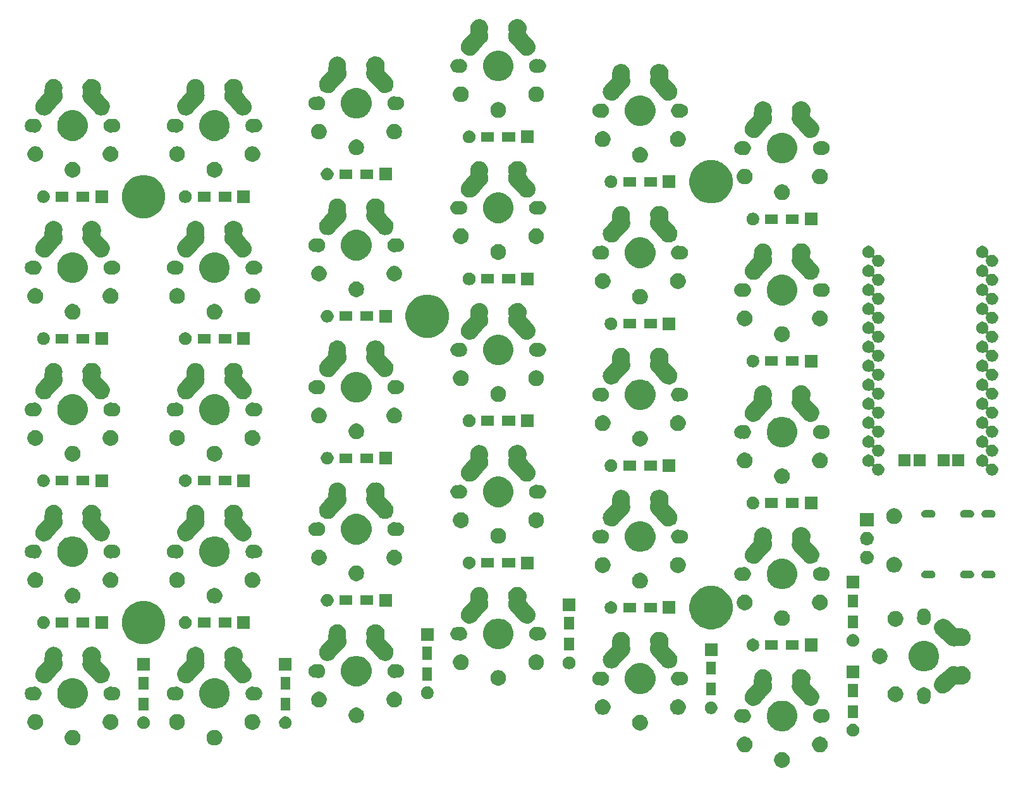
<source format=gbr>
G04 #@! TF.GenerationSoftware,KiCad,Pcbnew,(5.1.4)-1*
G04 #@! TF.CreationDate,2020-07-05T08:33:12-04:00*
G04 #@! TF.ProjectId,splitreus,73706c69-7472-4657-9573-2e6b69636164,1*
G04 #@! TF.SameCoordinates,Original*
G04 #@! TF.FileFunction,Soldermask,Bot*
G04 #@! TF.FilePolarity,Negative*
%FSLAX46Y46*%
G04 Gerber Fmt 4.6, Leading zero omitted, Abs format (unit mm)*
G04 Created by KiCad (PCBNEW (5.1.4)-1) date 2020-07-05 08:33:12*
%MOMM*%
%LPD*%
G04 APERTURE LIST*
%ADD10C,0.100000*%
G04 APERTURE END LIST*
D10*
G36*
X95306564Y-83889389D02*
G01*
X95497833Y-83968615D01*
X95497835Y-83968616D01*
X95669973Y-84083635D01*
X95816365Y-84230027D01*
X95931385Y-84402167D01*
X96010611Y-84593436D01*
X96051000Y-84796484D01*
X96051000Y-85003516D01*
X96010611Y-85206564D01*
X95931385Y-85397833D01*
X95931384Y-85397835D01*
X95816365Y-85569973D01*
X95669973Y-85716365D01*
X95497835Y-85831384D01*
X95497834Y-85831385D01*
X95497833Y-85831385D01*
X95306564Y-85910611D01*
X95103516Y-85951000D01*
X94896484Y-85951000D01*
X94693436Y-85910611D01*
X94502167Y-85831385D01*
X94502166Y-85831385D01*
X94502165Y-85831384D01*
X94330027Y-85716365D01*
X94183635Y-85569973D01*
X94068616Y-85397835D01*
X94068615Y-85397833D01*
X93989389Y-85206564D01*
X93949000Y-85003516D01*
X93949000Y-84796484D01*
X93989389Y-84593436D01*
X94068615Y-84402167D01*
X94183635Y-84230027D01*
X94330027Y-84083635D01*
X94502165Y-83968616D01*
X94502167Y-83968615D01*
X94693436Y-83889389D01*
X94896484Y-83849000D01*
X95103516Y-83849000D01*
X95306564Y-83889389D01*
X95306564Y-83889389D01*
G37*
G36*
X100386564Y-81789389D02*
G01*
X100577833Y-81868615D01*
X100577835Y-81868616D01*
X100749973Y-81983635D01*
X100896365Y-82130027D01*
X101011385Y-82302167D01*
X101090611Y-82493436D01*
X101131000Y-82696484D01*
X101131000Y-82903516D01*
X101090611Y-83106564D01*
X101011385Y-83297833D01*
X101011384Y-83297835D01*
X100896365Y-83469973D01*
X100749973Y-83616365D01*
X100577835Y-83731384D01*
X100577834Y-83731385D01*
X100577833Y-83731385D01*
X100386564Y-83810611D01*
X100183516Y-83851000D01*
X99976484Y-83851000D01*
X99773436Y-83810611D01*
X99582167Y-83731385D01*
X99582166Y-83731385D01*
X99582165Y-83731384D01*
X99410027Y-83616365D01*
X99263635Y-83469973D01*
X99148616Y-83297835D01*
X99148615Y-83297833D01*
X99069389Y-83106564D01*
X99029000Y-82903516D01*
X99029000Y-82696484D01*
X99069389Y-82493436D01*
X99148615Y-82302167D01*
X99263635Y-82130027D01*
X99410027Y-81983635D01*
X99582165Y-81868616D01*
X99582167Y-81868615D01*
X99773436Y-81789389D01*
X99976484Y-81749000D01*
X100183516Y-81749000D01*
X100386564Y-81789389D01*
X100386564Y-81789389D01*
G37*
G36*
X90306564Y-81789389D02*
G01*
X90497833Y-81868615D01*
X90497835Y-81868616D01*
X90669973Y-81983635D01*
X90816365Y-82130027D01*
X90931385Y-82302167D01*
X91010611Y-82493436D01*
X91051000Y-82696484D01*
X91051000Y-82903516D01*
X91010611Y-83106564D01*
X90931385Y-83297833D01*
X90931384Y-83297835D01*
X90816365Y-83469973D01*
X90669973Y-83616365D01*
X90497835Y-83731384D01*
X90497834Y-83731385D01*
X90497833Y-83731385D01*
X90306564Y-83810611D01*
X90103516Y-83851000D01*
X89896484Y-83851000D01*
X89693436Y-83810611D01*
X89502167Y-83731385D01*
X89502166Y-83731385D01*
X89502165Y-83731384D01*
X89330027Y-83616365D01*
X89183635Y-83469973D01*
X89068616Y-83297835D01*
X89068615Y-83297833D01*
X88989389Y-83106564D01*
X88949000Y-82903516D01*
X88949000Y-82696484D01*
X88989389Y-82493436D01*
X89068615Y-82302167D01*
X89183635Y-82130027D01*
X89330027Y-81983635D01*
X89502165Y-81868616D01*
X89502167Y-81868615D01*
X89693436Y-81789389D01*
X89896484Y-81749000D01*
X90103516Y-81749000D01*
X90306564Y-81789389D01*
X90306564Y-81789389D01*
G37*
G36*
X306564Y-80889389D02*
G01*
X497833Y-80968615D01*
X497835Y-80968616D01*
X520583Y-80983816D01*
X669973Y-81083635D01*
X816365Y-81230027D01*
X931385Y-81402167D01*
X1010611Y-81593436D01*
X1051000Y-81796484D01*
X1051000Y-82003516D01*
X1010611Y-82206564D01*
X971011Y-82302167D01*
X931384Y-82397835D01*
X816365Y-82569973D01*
X669973Y-82716365D01*
X497835Y-82831384D01*
X497834Y-82831385D01*
X497833Y-82831385D01*
X306564Y-82910611D01*
X103516Y-82951000D01*
X-103516Y-82951000D01*
X-306564Y-82910611D01*
X-497833Y-82831385D01*
X-497834Y-82831385D01*
X-497835Y-82831384D01*
X-669973Y-82716365D01*
X-816365Y-82569973D01*
X-931384Y-82397835D01*
X-971011Y-82302167D01*
X-1010611Y-82206564D01*
X-1051000Y-82003516D01*
X-1051000Y-81796484D01*
X-1010611Y-81593436D01*
X-931385Y-81402167D01*
X-816365Y-81230027D01*
X-669973Y-81083635D01*
X-520583Y-80983816D01*
X-497835Y-80968616D01*
X-497833Y-80968615D01*
X-306564Y-80889389D01*
X-103516Y-80849000D01*
X103516Y-80849000D01*
X306564Y-80889389D01*
X306564Y-80889389D01*
G37*
G36*
X19306564Y-80889389D02*
G01*
X19497833Y-80968615D01*
X19497835Y-80968616D01*
X19520583Y-80983816D01*
X19669973Y-81083635D01*
X19816365Y-81230027D01*
X19931385Y-81402167D01*
X20010611Y-81593436D01*
X20051000Y-81796484D01*
X20051000Y-82003516D01*
X20010611Y-82206564D01*
X19971011Y-82302167D01*
X19931384Y-82397835D01*
X19816365Y-82569973D01*
X19669973Y-82716365D01*
X19497835Y-82831384D01*
X19497834Y-82831385D01*
X19497833Y-82831385D01*
X19306564Y-82910611D01*
X19103516Y-82951000D01*
X18896484Y-82951000D01*
X18693436Y-82910611D01*
X18502167Y-82831385D01*
X18502166Y-82831385D01*
X18502165Y-82831384D01*
X18330027Y-82716365D01*
X18183635Y-82569973D01*
X18068616Y-82397835D01*
X18028989Y-82302167D01*
X17989389Y-82206564D01*
X17949000Y-82003516D01*
X17949000Y-81796484D01*
X17989389Y-81593436D01*
X18068615Y-81402167D01*
X18183635Y-81230027D01*
X18330027Y-81083635D01*
X18479417Y-80983816D01*
X18502165Y-80968616D01*
X18502167Y-80968615D01*
X18693436Y-80889389D01*
X18896484Y-80849000D01*
X19103516Y-80849000D01*
X19306564Y-80889389D01*
X19306564Y-80889389D01*
G37*
G36*
X104748228Y-80081703D02*
G01*
X104903100Y-80145853D01*
X105042481Y-80238985D01*
X105161015Y-80357519D01*
X105254147Y-80496900D01*
X105318297Y-80651772D01*
X105351000Y-80816184D01*
X105351000Y-80983816D01*
X105318297Y-81148228D01*
X105254147Y-81303100D01*
X105161015Y-81442481D01*
X105042481Y-81561015D01*
X104903100Y-81654147D01*
X104748228Y-81718297D01*
X104583816Y-81751000D01*
X104416184Y-81751000D01*
X104251772Y-81718297D01*
X104096900Y-81654147D01*
X103957519Y-81561015D01*
X103838985Y-81442481D01*
X103745853Y-81303100D01*
X103681703Y-81148228D01*
X103649000Y-80983816D01*
X103649000Y-80816184D01*
X103681703Y-80651772D01*
X103745853Y-80496900D01*
X103838985Y-80357519D01*
X103957519Y-80238985D01*
X104096900Y-80145853D01*
X104251772Y-80081703D01*
X104416184Y-80049000D01*
X104583816Y-80049000D01*
X104748228Y-80081703D01*
X104748228Y-80081703D01*
G37*
G36*
X95596474Y-77033684D02*
G01*
X95772424Y-77106565D01*
X95968623Y-77187833D01*
X96303548Y-77411623D01*
X96588377Y-77696452D01*
X96812167Y-78031377D01*
X96844562Y-78109586D01*
X96966316Y-78403526D01*
X97044900Y-78798594D01*
X97044900Y-79201406D01*
X96966316Y-79596474D01*
X96915451Y-79719272D01*
X96812167Y-79968623D01*
X96588377Y-80303548D01*
X96303548Y-80588377D01*
X95968623Y-80812167D01*
X95874871Y-80851000D01*
X95596474Y-80966316D01*
X95201406Y-81044900D01*
X94798594Y-81044900D01*
X94403526Y-80966316D01*
X94125129Y-80851000D01*
X94031377Y-80812167D01*
X93696452Y-80588377D01*
X93411623Y-80303548D01*
X93187833Y-79968623D01*
X93084549Y-79719272D01*
X93033684Y-79596474D01*
X92955100Y-79201406D01*
X92955100Y-78798594D01*
X93033684Y-78403526D01*
X93155438Y-78109586D01*
X93187833Y-78031377D01*
X93411623Y-77696452D01*
X93696452Y-77411623D01*
X94031377Y-77187833D01*
X94227576Y-77106565D01*
X94403526Y-77033684D01*
X94798594Y-76955100D01*
X95201406Y-76955100D01*
X95596474Y-77033684D01*
X95596474Y-77033684D01*
G37*
G36*
X76306564Y-78889389D02*
G01*
X76497833Y-78968615D01*
X76497835Y-78968616D01*
X76669973Y-79083635D01*
X76816365Y-79230027D01*
X76928491Y-79397835D01*
X76931385Y-79402167D01*
X77010611Y-79593436D01*
X77051000Y-79796484D01*
X77051000Y-80003516D01*
X77010611Y-80206564D01*
X76948083Y-80357520D01*
X76931384Y-80397835D01*
X76816365Y-80569973D01*
X76669973Y-80716365D01*
X76497835Y-80831384D01*
X76497834Y-80831385D01*
X76497833Y-80831385D01*
X76306564Y-80910611D01*
X76103516Y-80951000D01*
X75896484Y-80951000D01*
X75693436Y-80910611D01*
X75502167Y-80831385D01*
X75502166Y-80831385D01*
X75502165Y-80831384D01*
X75330027Y-80716365D01*
X75183635Y-80569973D01*
X75068616Y-80397835D01*
X75051917Y-80357520D01*
X74989389Y-80206564D01*
X74949000Y-80003516D01*
X74949000Y-79796484D01*
X74989389Y-79593436D01*
X75068615Y-79402167D01*
X75071510Y-79397835D01*
X75183635Y-79230027D01*
X75330027Y-79083635D01*
X75502165Y-78968616D01*
X75502167Y-78968615D01*
X75693436Y-78889389D01*
X75896484Y-78849000D01*
X76103516Y-78849000D01*
X76306564Y-78889389D01*
X76306564Y-78889389D01*
G37*
G36*
X5386564Y-78789389D02*
G01*
X5577833Y-78868615D01*
X5577835Y-78868616D01*
X5749973Y-78983635D01*
X5896365Y-79130027D01*
X5989962Y-79270104D01*
X6011385Y-79302167D01*
X6090611Y-79493436D01*
X6131000Y-79696484D01*
X6131000Y-79903516D01*
X6090611Y-80106564D01*
X6011385Y-80297833D01*
X6011384Y-80297835D01*
X5896365Y-80469973D01*
X5749973Y-80616365D01*
X5577835Y-80731384D01*
X5577834Y-80731385D01*
X5577833Y-80731385D01*
X5386564Y-80810611D01*
X5183516Y-80851000D01*
X4976484Y-80851000D01*
X4773436Y-80810611D01*
X4582167Y-80731385D01*
X4582166Y-80731385D01*
X4582165Y-80731384D01*
X4410027Y-80616365D01*
X4263635Y-80469973D01*
X4148616Y-80297835D01*
X4148615Y-80297833D01*
X4069389Y-80106564D01*
X4029000Y-79903516D01*
X4029000Y-79696484D01*
X4069389Y-79493436D01*
X4148615Y-79302167D01*
X4170039Y-79270104D01*
X4263635Y-79130027D01*
X4410027Y-78983635D01*
X4582165Y-78868616D01*
X4582167Y-78868615D01*
X4773436Y-78789389D01*
X4976484Y-78749000D01*
X5183516Y-78749000D01*
X5386564Y-78789389D01*
X5386564Y-78789389D01*
G37*
G36*
X14306564Y-78789389D02*
G01*
X14497833Y-78868615D01*
X14497835Y-78868616D01*
X14669973Y-78983635D01*
X14816365Y-79130027D01*
X14909962Y-79270104D01*
X14931385Y-79302167D01*
X15010611Y-79493436D01*
X15051000Y-79696484D01*
X15051000Y-79903516D01*
X15010611Y-80106564D01*
X14931385Y-80297833D01*
X14931384Y-80297835D01*
X14816365Y-80469973D01*
X14669973Y-80616365D01*
X14497835Y-80731384D01*
X14497834Y-80731385D01*
X14497833Y-80731385D01*
X14306564Y-80810611D01*
X14103516Y-80851000D01*
X13896484Y-80851000D01*
X13693436Y-80810611D01*
X13502167Y-80731385D01*
X13502166Y-80731385D01*
X13502165Y-80731384D01*
X13330027Y-80616365D01*
X13183635Y-80469973D01*
X13068616Y-80297835D01*
X13068615Y-80297833D01*
X12989389Y-80106564D01*
X12949000Y-79903516D01*
X12949000Y-79696484D01*
X12989389Y-79493436D01*
X13068615Y-79302167D01*
X13090039Y-79270104D01*
X13183635Y-79130027D01*
X13330027Y-78983635D01*
X13502165Y-78868616D01*
X13502167Y-78868615D01*
X13693436Y-78789389D01*
X13896484Y-78749000D01*
X14103516Y-78749000D01*
X14306564Y-78789389D01*
X14306564Y-78789389D01*
G37*
G36*
X24386564Y-78789389D02*
G01*
X24577833Y-78868615D01*
X24577835Y-78868616D01*
X24749973Y-78983635D01*
X24896365Y-79130027D01*
X24989962Y-79270104D01*
X25011385Y-79302167D01*
X25090611Y-79493436D01*
X25131000Y-79696484D01*
X25131000Y-79903516D01*
X25090611Y-80106564D01*
X25011385Y-80297833D01*
X25011384Y-80297835D01*
X24896365Y-80469973D01*
X24749973Y-80616365D01*
X24577835Y-80731384D01*
X24577834Y-80731385D01*
X24577833Y-80731385D01*
X24386564Y-80810611D01*
X24183516Y-80851000D01*
X23976484Y-80851000D01*
X23773436Y-80810611D01*
X23582167Y-80731385D01*
X23582166Y-80731385D01*
X23582165Y-80731384D01*
X23410027Y-80616365D01*
X23263635Y-80469973D01*
X23148616Y-80297835D01*
X23148615Y-80297833D01*
X23069389Y-80106564D01*
X23029000Y-79903516D01*
X23029000Y-79696484D01*
X23069389Y-79493436D01*
X23148615Y-79302167D01*
X23170039Y-79270104D01*
X23263635Y-79130027D01*
X23410027Y-78983635D01*
X23582165Y-78868616D01*
X23582167Y-78868615D01*
X23773436Y-78789389D01*
X23976484Y-78749000D01*
X24183516Y-78749000D01*
X24386564Y-78789389D01*
X24386564Y-78789389D01*
G37*
G36*
X-4693436Y-78789389D02*
G01*
X-4502167Y-78868615D01*
X-4502165Y-78868616D01*
X-4330027Y-78983635D01*
X-4183635Y-79130027D01*
X-4090038Y-79270104D01*
X-4068615Y-79302167D01*
X-3989389Y-79493436D01*
X-3949000Y-79696484D01*
X-3949000Y-79903516D01*
X-3989389Y-80106564D01*
X-4068615Y-80297833D01*
X-4068616Y-80297835D01*
X-4183635Y-80469973D01*
X-4330027Y-80616365D01*
X-4502165Y-80731384D01*
X-4502166Y-80731385D01*
X-4502167Y-80731385D01*
X-4693436Y-80810611D01*
X-4896484Y-80851000D01*
X-5103516Y-80851000D01*
X-5306564Y-80810611D01*
X-5497833Y-80731385D01*
X-5497834Y-80731385D01*
X-5497835Y-80731384D01*
X-5669973Y-80616365D01*
X-5816365Y-80469973D01*
X-5931384Y-80297835D01*
X-5931385Y-80297833D01*
X-6010611Y-80106564D01*
X-6051000Y-79903516D01*
X-6051000Y-79696484D01*
X-6010611Y-79493436D01*
X-5931385Y-79302167D01*
X-5909961Y-79270104D01*
X-5816365Y-79130027D01*
X-5669973Y-78983635D01*
X-5497835Y-78868616D01*
X-5497833Y-78868615D01*
X-5306564Y-78789389D01*
X-5103516Y-78749000D01*
X-4896484Y-78749000D01*
X-4693436Y-78789389D01*
X-4693436Y-78789389D01*
G37*
G36*
X9748228Y-79081703D02*
G01*
X9903100Y-79145853D01*
X10042481Y-79238985D01*
X10161015Y-79357519D01*
X10254147Y-79496900D01*
X10318297Y-79651772D01*
X10351000Y-79816184D01*
X10351000Y-79983816D01*
X10318297Y-80148228D01*
X10254147Y-80303100D01*
X10161015Y-80442481D01*
X10042481Y-80561015D01*
X9903100Y-80654147D01*
X9748228Y-80718297D01*
X9583816Y-80751000D01*
X9416184Y-80751000D01*
X9251772Y-80718297D01*
X9096900Y-80654147D01*
X8957519Y-80561015D01*
X8838985Y-80442481D01*
X8745853Y-80303100D01*
X8681703Y-80148228D01*
X8649000Y-79983816D01*
X8649000Y-79816184D01*
X8681703Y-79651772D01*
X8745853Y-79496900D01*
X8838985Y-79357519D01*
X8957519Y-79238985D01*
X9096900Y-79145853D01*
X9251772Y-79081703D01*
X9416184Y-79049000D01*
X9583816Y-79049000D01*
X9748228Y-79081703D01*
X9748228Y-79081703D01*
G37*
G36*
X28748228Y-79081703D02*
G01*
X28903100Y-79145853D01*
X29042481Y-79238985D01*
X29161015Y-79357519D01*
X29254147Y-79496900D01*
X29318297Y-79651772D01*
X29351000Y-79816184D01*
X29351000Y-79983816D01*
X29318297Y-80148228D01*
X29254147Y-80303100D01*
X29161015Y-80442481D01*
X29042481Y-80561015D01*
X28903100Y-80654147D01*
X28748228Y-80718297D01*
X28583816Y-80751000D01*
X28416184Y-80751000D01*
X28251772Y-80718297D01*
X28096900Y-80654147D01*
X27957519Y-80561015D01*
X27838985Y-80442481D01*
X27745853Y-80303100D01*
X27681703Y-80148228D01*
X27649000Y-79983816D01*
X27649000Y-79816184D01*
X27681703Y-79651772D01*
X27745853Y-79496900D01*
X27838985Y-79357519D01*
X27957519Y-79238985D01*
X28096900Y-79145853D01*
X28251772Y-79081703D01*
X28416184Y-79049000D01*
X28583816Y-79049000D01*
X28748228Y-79081703D01*
X28748228Y-79081703D01*
G37*
G36*
X38306564Y-77889389D02*
G01*
X38497833Y-77968615D01*
X38497835Y-77968616D01*
X38669973Y-78083635D01*
X38816365Y-78230027D01*
X38861672Y-78297833D01*
X38931385Y-78402167D01*
X39010611Y-78593436D01*
X39051000Y-78796484D01*
X39051000Y-79003516D01*
X39010611Y-79206564D01*
X38948083Y-79357520D01*
X38931384Y-79397835D01*
X38816365Y-79569973D01*
X38669973Y-79716365D01*
X38497835Y-79831384D01*
X38497834Y-79831385D01*
X38497833Y-79831385D01*
X38306564Y-79910611D01*
X38103516Y-79951000D01*
X37896484Y-79951000D01*
X37693436Y-79910611D01*
X37502167Y-79831385D01*
X37502166Y-79831385D01*
X37502165Y-79831384D01*
X37330027Y-79716365D01*
X37183635Y-79569973D01*
X37068616Y-79397835D01*
X37051917Y-79357520D01*
X36989389Y-79206564D01*
X36949000Y-79003516D01*
X36949000Y-78796484D01*
X36989389Y-78593436D01*
X37068615Y-78402167D01*
X37138329Y-78297833D01*
X37183635Y-78230027D01*
X37330027Y-78083635D01*
X37502165Y-77968616D01*
X37502167Y-77968615D01*
X37693436Y-77889389D01*
X37896484Y-77849000D01*
X38103516Y-77849000D01*
X38306564Y-77889389D01*
X38306564Y-77889389D01*
G37*
G36*
X100329700Y-78105526D02*
G01*
X100354071Y-78107927D01*
X100378450Y-78105526D01*
X100411259Y-78099000D01*
X100588742Y-78099000D01*
X100613512Y-78103927D01*
X100762812Y-78133624D01*
X100926784Y-78201544D01*
X101074354Y-78300147D01*
X101199853Y-78425646D01*
X101298456Y-78573216D01*
X101366376Y-78737188D01*
X101401000Y-78911259D01*
X101401000Y-79088741D01*
X101366376Y-79262812D01*
X101298456Y-79426784D01*
X101199853Y-79574354D01*
X101074354Y-79699853D01*
X100926784Y-79798456D01*
X100762812Y-79866376D01*
X100621545Y-79894475D01*
X100588742Y-79901000D01*
X100411259Y-79901000D01*
X100378450Y-79894474D01*
X100354074Y-79892073D01*
X100329700Y-79894474D01*
X100171203Y-79926000D01*
X99988797Y-79926000D01*
X99809896Y-79890415D01*
X99641374Y-79820611D01*
X99489709Y-79719272D01*
X99360728Y-79590291D01*
X99259389Y-79438626D01*
X99189585Y-79270104D01*
X99154000Y-79091203D01*
X99154000Y-78908797D01*
X99189585Y-78729896D01*
X99259389Y-78561374D01*
X99360728Y-78409709D01*
X99489709Y-78280728D01*
X99641374Y-78179389D01*
X99809896Y-78109585D01*
X99988797Y-78074000D01*
X100171203Y-78074000D01*
X100329700Y-78105526D01*
X100329700Y-78105526D01*
G37*
G36*
X90190104Y-78109585D02*
G01*
X90358626Y-78179389D01*
X90510291Y-78280728D01*
X90639272Y-78409709D01*
X90740611Y-78561374D01*
X90810415Y-78729896D01*
X90846000Y-78908797D01*
X90846000Y-79091203D01*
X90810415Y-79270104D01*
X90740611Y-79438626D01*
X90639272Y-79590291D01*
X90510291Y-79719272D01*
X90358626Y-79820611D01*
X90190104Y-79890415D01*
X90011203Y-79926000D01*
X89828797Y-79926000D01*
X89670300Y-79894474D01*
X89645929Y-79892073D01*
X89621550Y-79894474D01*
X89588741Y-79901000D01*
X89411258Y-79901000D01*
X89378455Y-79894475D01*
X89237188Y-79866376D01*
X89073216Y-79798456D01*
X88925646Y-79699853D01*
X88800147Y-79574354D01*
X88701544Y-79426784D01*
X88633624Y-79262812D01*
X88599000Y-79088741D01*
X88599000Y-78911259D01*
X88633624Y-78737188D01*
X88701544Y-78573216D01*
X88800147Y-78425646D01*
X88925646Y-78300147D01*
X89073216Y-78201544D01*
X89237188Y-78133624D01*
X89386488Y-78103927D01*
X89411258Y-78099000D01*
X89588741Y-78099000D01*
X89621550Y-78105526D01*
X89645926Y-78107927D01*
X89670300Y-78105526D01*
X89828797Y-78074000D01*
X90011203Y-78074000D01*
X90190104Y-78109585D01*
X90190104Y-78109585D01*
G37*
G36*
X105151000Y-79251000D02*
G01*
X103849000Y-79251000D01*
X103849000Y-77549000D01*
X105151000Y-77549000D01*
X105151000Y-79251000D01*
X105151000Y-79251000D01*
G37*
G36*
X81386564Y-76789389D02*
G01*
X81577833Y-76868615D01*
X81577835Y-76868616D01*
X81749973Y-76983635D01*
X81896365Y-77130027D01*
X82008906Y-77298456D01*
X82011385Y-77302167D01*
X82090611Y-77493436D01*
X82131000Y-77696484D01*
X82131000Y-77903516D01*
X82090611Y-78106564D01*
X82011385Y-78297833D01*
X82011384Y-78297835D01*
X81896365Y-78469973D01*
X81749973Y-78616365D01*
X81577835Y-78731384D01*
X81577834Y-78731385D01*
X81577833Y-78731385D01*
X81386564Y-78810611D01*
X81183516Y-78851000D01*
X80976484Y-78851000D01*
X80773436Y-78810611D01*
X80582167Y-78731385D01*
X80582166Y-78731385D01*
X80582165Y-78731384D01*
X80410027Y-78616365D01*
X80263635Y-78469973D01*
X80148616Y-78297835D01*
X80148615Y-78297833D01*
X80069389Y-78106564D01*
X80029000Y-77903516D01*
X80029000Y-77696484D01*
X80069389Y-77493436D01*
X80148615Y-77302167D01*
X80151095Y-77298456D01*
X80263635Y-77130027D01*
X80410027Y-76983635D01*
X80582165Y-76868616D01*
X80582167Y-76868615D01*
X80773436Y-76789389D01*
X80976484Y-76749000D01*
X81183516Y-76749000D01*
X81386564Y-76789389D01*
X81386564Y-76789389D01*
G37*
G36*
X71306564Y-76789389D02*
G01*
X71497833Y-76868615D01*
X71497835Y-76868616D01*
X71669973Y-76983635D01*
X71816365Y-77130027D01*
X71928906Y-77298456D01*
X71931385Y-77302167D01*
X72010611Y-77493436D01*
X72051000Y-77696484D01*
X72051000Y-77903516D01*
X72010611Y-78106564D01*
X71931385Y-78297833D01*
X71931384Y-78297835D01*
X71816365Y-78469973D01*
X71669973Y-78616365D01*
X71497835Y-78731384D01*
X71497834Y-78731385D01*
X71497833Y-78731385D01*
X71306564Y-78810611D01*
X71103516Y-78851000D01*
X70896484Y-78851000D01*
X70693436Y-78810611D01*
X70502167Y-78731385D01*
X70502166Y-78731385D01*
X70502165Y-78731384D01*
X70330027Y-78616365D01*
X70183635Y-78469973D01*
X70068616Y-78297835D01*
X70068615Y-78297833D01*
X69989389Y-78106564D01*
X69949000Y-77903516D01*
X69949000Y-77696484D01*
X69989389Y-77493436D01*
X70068615Y-77302167D01*
X70071095Y-77298456D01*
X70183635Y-77130027D01*
X70330027Y-76983635D01*
X70502165Y-76868616D01*
X70502167Y-76868615D01*
X70693436Y-76789389D01*
X70896484Y-76749000D01*
X71103516Y-76749000D01*
X71306564Y-76789389D01*
X71306564Y-76789389D01*
G37*
G36*
X85748228Y-77081703D02*
G01*
X85903100Y-77145853D01*
X86042481Y-77238985D01*
X86161015Y-77357519D01*
X86254147Y-77496900D01*
X86318297Y-77651772D01*
X86351000Y-77816184D01*
X86351000Y-77983816D01*
X86318297Y-78148228D01*
X86254147Y-78303100D01*
X86161015Y-78442481D01*
X86042481Y-78561015D01*
X85903100Y-78654147D01*
X85748228Y-78718297D01*
X85583816Y-78751000D01*
X85416184Y-78751000D01*
X85251772Y-78718297D01*
X85096900Y-78654147D01*
X84957519Y-78561015D01*
X84838985Y-78442481D01*
X84745853Y-78303100D01*
X84681703Y-78148228D01*
X84649000Y-77983816D01*
X84649000Y-77816184D01*
X84681703Y-77651772D01*
X84745853Y-77496900D01*
X84838985Y-77357519D01*
X84957519Y-77238985D01*
X85096900Y-77145853D01*
X85251772Y-77081703D01*
X85416184Y-77049000D01*
X85583816Y-77049000D01*
X85748228Y-77081703D01*
X85748228Y-77081703D01*
G37*
G36*
X10151000Y-78251000D02*
G01*
X8849000Y-78251000D01*
X8849000Y-76549000D01*
X10151000Y-76549000D01*
X10151000Y-78251000D01*
X10151000Y-78251000D01*
G37*
G36*
X29151000Y-78251000D02*
G01*
X27849000Y-78251000D01*
X27849000Y-76549000D01*
X29151000Y-76549000D01*
X29151000Y-78251000D01*
X29151000Y-78251000D01*
G37*
G36*
X596474Y-74033684D02*
G01*
X759749Y-74101315D01*
X968623Y-74187833D01*
X1303548Y-74411623D01*
X1588377Y-74696452D01*
X1812167Y-75031377D01*
X1868557Y-75167516D01*
X1966316Y-75403526D01*
X2044900Y-75798594D01*
X2044900Y-76201406D01*
X1966316Y-76596474D01*
X1902309Y-76751000D01*
X1812167Y-76968623D01*
X1588377Y-77303548D01*
X1303548Y-77588377D01*
X968623Y-77812167D01*
X874871Y-77851000D01*
X596474Y-77966316D01*
X201406Y-78044900D01*
X-201406Y-78044900D01*
X-596474Y-77966316D01*
X-874871Y-77851000D01*
X-968623Y-77812167D01*
X-1303548Y-77588377D01*
X-1588377Y-77303548D01*
X-1812167Y-76968623D01*
X-1902309Y-76751000D01*
X-1966316Y-76596474D01*
X-2044900Y-76201406D01*
X-2044900Y-75798594D01*
X-1966316Y-75403526D01*
X-1868557Y-75167516D01*
X-1812167Y-75031377D01*
X-1588377Y-74696452D01*
X-1303548Y-74411623D01*
X-968623Y-74187833D01*
X-759749Y-74101315D01*
X-596474Y-74033684D01*
X-201406Y-73955100D01*
X201406Y-73955100D01*
X596474Y-74033684D01*
X596474Y-74033684D01*
G37*
G36*
X19596474Y-74033684D02*
G01*
X19759749Y-74101315D01*
X19968623Y-74187833D01*
X20303548Y-74411623D01*
X20588377Y-74696452D01*
X20812167Y-75031377D01*
X20868557Y-75167516D01*
X20966316Y-75403526D01*
X21044900Y-75798594D01*
X21044900Y-76201406D01*
X20966316Y-76596474D01*
X20902309Y-76751000D01*
X20812167Y-76968623D01*
X20588377Y-77303548D01*
X20303548Y-77588377D01*
X19968623Y-77812167D01*
X19874871Y-77851000D01*
X19596474Y-77966316D01*
X19201406Y-78044900D01*
X18798594Y-78044900D01*
X18403526Y-77966316D01*
X18125129Y-77851000D01*
X18031377Y-77812167D01*
X17696452Y-77588377D01*
X17411623Y-77303548D01*
X17187833Y-76968623D01*
X17097691Y-76751000D01*
X17033684Y-76596474D01*
X16955100Y-76201406D01*
X16955100Y-75798594D01*
X17033684Y-75403526D01*
X17131443Y-75167516D01*
X17187833Y-75031377D01*
X17411623Y-74696452D01*
X17696452Y-74411623D01*
X18031377Y-74187833D01*
X18240251Y-74101315D01*
X18403526Y-74033684D01*
X18798594Y-73955100D01*
X19201406Y-73955100D01*
X19596474Y-74033684D01*
X19596474Y-74033684D01*
G37*
G36*
X33306564Y-75789389D02*
G01*
X33497833Y-75868615D01*
X33497835Y-75868616D01*
X33669973Y-75983635D01*
X33816365Y-76130027D01*
X33909962Y-76270104D01*
X33931385Y-76302167D01*
X34010611Y-76493436D01*
X34051000Y-76696484D01*
X34051000Y-76903516D01*
X34010611Y-77106564D01*
X33935309Y-77288360D01*
X33931384Y-77297835D01*
X33816365Y-77469973D01*
X33669973Y-77616365D01*
X33497835Y-77731384D01*
X33497834Y-77731385D01*
X33497833Y-77731385D01*
X33306564Y-77810611D01*
X33103516Y-77851000D01*
X32896484Y-77851000D01*
X32693436Y-77810611D01*
X32502167Y-77731385D01*
X32502166Y-77731385D01*
X32502165Y-77731384D01*
X32330027Y-77616365D01*
X32183635Y-77469973D01*
X32068616Y-77297835D01*
X32064691Y-77288360D01*
X31989389Y-77106564D01*
X31949000Y-76903516D01*
X31949000Y-76696484D01*
X31989389Y-76493436D01*
X32068615Y-76302167D01*
X32090039Y-76270104D01*
X32183635Y-76130027D01*
X32330027Y-75983635D01*
X32502165Y-75868616D01*
X32502167Y-75868615D01*
X32693436Y-75789389D01*
X32896484Y-75749000D01*
X33103516Y-75749000D01*
X33306564Y-75789389D01*
X33306564Y-75789389D01*
G37*
G36*
X43386564Y-75789389D02*
G01*
X43577833Y-75868615D01*
X43577835Y-75868616D01*
X43749973Y-75983635D01*
X43896365Y-76130027D01*
X43989962Y-76270104D01*
X44011385Y-76302167D01*
X44090611Y-76493436D01*
X44131000Y-76696484D01*
X44131000Y-76903516D01*
X44090611Y-77106564D01*
X44015309Y-77288360D01*
X44011384Y-77297835D01*
X43896365Y-77469973D01*
X43749973Y-77616365D01*
X43577835Y-77731384D01*
X43577834Y-77731385D01*
X43577833Y-77731385D01*
X43386564Y-77810611D01*
X43183516Y-77851000D01*
X42976484Y-77851000D01*
X42773436Y-77810611D01*
X42582167Y-77731385D01*
X42582166Y-77731385D01*
X42582165Y-77731384D01*
X42410027Y-77616365D01*
X42263635Y-77469973D01*
X42148616Y-77297835D01*
X42144691Y-77288360D01*
X42069389Y-77106564D01*
X42029000Y-76903516D01*
X42029000Y-76696484D01*
X42069389Y-76493436D01*
X42148615Y-76302167D01*
X42170039Y-76270104D01*
X42263635Y-76130027D01*
X42410027Y-75983635D01*
X42582165Y-75868616D01*
X42582167Y-75868615D01*
X42773436Y-75789389D01*
X42976484Y-75749000D01*
X43183516Y-75749000D01*
X43386564Y-75789389D01*
X43386564Y-75789389D01*
G37*
G36*
X97928371Y-72779348D02*
G01*
X97928373Y-72779349D01*
X97928375Y-72779349D01*
X98013790Y-72811753D01*
X98144961Y-72861515D01*
X98341360Y-72984357D01*
X98510019Y-73143154D01*
X98644457Y-73331804D01*
X98739509Y-73543057D01*
X98739510Y-73543061D01*
X98791522Y-73768793D01*
X98793082Y-73820611D01*
X98796748Y-73942316D01*
X98753326Y-74579249D01*
X98754064Y-74603728D01*
X98759566Y-74627607D01*
X98769620Y-74649953D01*
X98784997Y-74671214D01*
X99178325Y-75109585D01*
X99683318Y-75672408D01*
X99723891Y-75717628D01*
X99776556Y-75789389D01*
X99826604Y-75857582D01*
X99850513Y-75908797D01*
X99924596Y-76067488D01*
X99979755Y-76292478D01*
X99988616Y-76493435D01*
X99989960Y-76523908D01*
X99980010Y-76588741D01*
X99954821Y-76752875D01*
X99875686Y-76970591D01*
X99755597Y-77168685D01*
X99599171Y-77339545D01*
X99562611Y-77366376D01*
X99412420Y-77476602D01*
X99412416Y-77476604D01*
X99202511Y-77574596D01*
X98977522Y-77629755D01*
X98746095Y-77639960D01*
X98746091Y-77639960D01*
X98592346Y-77616365D01*
X98517124Y-77604821D01*
X98299408Y-77525686D01*
X98101314Y-77405597D01*
X97973271Y-77288370D01*
X97973267Y-77288365D01*
X97973261Y-77288360D01*
X96648378Y-75811753D01*
X96643728Y-75806843D01*
X96586539Y-75749654D01*
X96537940Y-75676920D01*
X96534789Y-75672421D01*
X96483406Y-75602408D01*
X96476430Y-75587466D01*
X96467104Y-75570906D01*
X96467098Y-75570897D01*
X96457842Y-75557045D01*
X96424354Y-75476199D01*
X96422173Y-75471243D01*
X96385414Y-75392503D01*
X96381487Y-75376484D01*
X96375576Y-75358436D01*
X96369193Y-75343027D01*
X96352126Y-75257227D01*
X96350956Y-75251950D01*
X96330255Y-75167513D01*
X96329528Y-75151020D01*
X96327249Y-75132161D01*
X96324000Y-75115827D01*
X96324000Y-75028408D01*
X96323880Y-75022940D01*
X96320050Y-74936088D01*
X96320050Y-74936084D01*
X96322553Y-74919776D01*
X96324000Y-74900814D01*
X96324000Y-74884173D01*
X96341048Y-74798467D01*
X96342003Y-74793043D01*
X96355190Y-74707119D01*
X96355190Y-74707117D01*
X96360833Y-74691592D01*
X96365948Y-74673288D01*
X96369193Y-74656974D01*
X96369193Y-74656973D01*
X96395287Y-74593976D01*
X96402399Y-74570531D01*
X96404744Y-74542383D01*
X96403983Y-74517125D01*
X96402794Y-74477653D01*
X96410029Y-74371518D01*
X96409292Y-74347042D01*
X96400807Y-74315207D01*
X96379193Y-74263027D01*
X96338221Y-74057045D01*
X96334000Y-74035827D01*
X96334000Y-73804173D01*
X96375314Y-73596474D01*
X96379193Y-73576973D01*
X96467842Y-73362955D01*
X96522784Y-73280729D01*
X96596539Y-73170346D01*
X96760346Y-73006539D01*
X96932796Y-72891312D01*
X96952955Y-72877842D01*
X97166973Y-72789193D01*
X97318440Y-72759064D01*
X97394173Y-72744000D01*
X97598940Y-72744000D01*
X97602697Y-72743943D01*
X97699913Y-72741015D01*
X97928371Y-72779348D01*
X97928371Y-72779348D01*
G37*
G36*
X92547441Y-72742278D02*
G01*
X92568112Y-72744000D01*
X92575826Y-72744000D01*
X92671733Y-72763077D01*
X92675331Y-72763737D01*
X92768371Y-72779348D01*
X92774993Y-72781860D01*
X92794936Y-72787584D01*
X92803027Y-72789193D01*
X92896126Y-72827756D01*
X92899464Y-72829080D01*
X92984961Y-72861515D01*
X92990518Y-72864990D01*
X93008946Y-72874487D01*
X93017045Y-72877842D01*
X93103140Y-72935369D01*
X93106144Y-72937312D01*
X93181360Y-72984357D01*
X93185770Y-72988509D01*
X93201999Y-73001424D01*
X93209654Y-73006539D01*
X93284584Y-73081469D01*
X93287257Y-73084062D01*
X93336905Y-73130807D01*
X93350019Y-73143154D01*
X93353272Y-73147719D01*
X93366679Y-73163564D01*
X93373461Y-73170346D01*
X93433496Y-73260195D01*
X93435634Y-73263293D01*
X93484457Y-73331804D01*
X93486604Y-73336576D01*
X93496657Y-73354722D01*
X93502158Y-73362955D01*
X93544165Y-73464369D01*
X93545624Y-73467747D01*
X93579509Y-73543057D01*
X93580621Y-73547884D01*
X93586938Y-73567632D01*
X93590807Y-73576973D01*
X93594686Y-73596474D01*
X93612436Y-73685709D01*
X93613225Y-73689387D01*
X93631522Y-73768798D01*
X93631665Y-73773546D01*
X93634009Y-73794164D01*
X93634863Y-73798456D01*
X93636000Y-73804175D01*
X93636000Y-73915641D01*
X93636056Y-73919350D01*
X93636748Y-73942316D01*
X93636288Y-73949067D01*
X93636000Y-73957533D01*
X93636000Y-74035827D01*
X93629005Y-74070994D01*
X93626894Y-74086866D01*
X93596067Y-74539041D01*
X93596805Y-74563534D01*
X93605292Y-74595374D01*
X93630807Y-74656973D01*
X93630807Y-74656974D01*
X93634051Y-74673283D01*
X93639164Y-74691582D01*
X93644811Y-74707117D01*
X93658009Y-74793119D01*
X93658949Y-74798453D01*
X93676000Y-74884173D01*
X93676000Y-74900814D01*
X93677447Y-74919776D01*
X93679950Y-74936084D01*
X93679950Y-74936088D01*
X93676120Y-75022941D01*
X93676000Y-75028408D01*
X93676000Y-75115825D01*
X93672751Y-75132159D01*
X93670472Y-75151020D01*
X93669745Y-75167514D01*
X93649053Y-75251913D01*
X93647868Y-75257256D01*
X93630807Y-75343027D01*
X93624804Y-75357520D01*
X93624431Y-75358419D01*
X93618513Y-75376487D01*
X93614587Y-75392502D01*
X93577842Y-75471213D01*
X93575635Y-75476225D01*
X93542158Y-75557045D01*
X93542156Y-75557048D01*
X93532902Y-75570897D01*
X93523570Y-75587466D01*
X93516592Y-75602413D01*
X93465213Y-75672421D01*
X93462052Y-75676932D01*
X93413460Y-75749655D01*
X93356272Y-75806843D01*
X93351622Y-75811753D01*
X92218755Y-77074354D01*
X92026729Y-77288370D01*
X91898685Y-77405597D01*
X91700591Y-77525686D01*
X91482875Y-77604820D01*
X91437081Y-77611848D01*
X91253908Y-77639960D01*
X91253904Y-77639960D01*
X91022479Y-77629755D01*
X90797489Y-77574596D01*
X90587584Y-77476604D01*
X90400830Y-77339545D01*
X90244403Y-77168685D01*
X90124314Y-76970591D01*
X90045180Y-76752875D01*
X90020228Y-76590290D01*
X90010040Y-76523908D01*
X90011384Y-76493435D01*
X90020245Y-76292479D01*
X90075404Y-76067489D01*
X90173396Y-75857584D01*
X90276109Y-75717629D01*
X90276117Y-75717620D01*
X90276118Y-75717618D01*
X91214122Y-74672195D01*
X91228620Y-74652441D01*
X91238986Y-74630237D01*
X91244821Y-74606437D01*
X91246026Y-74584955D01*
X91244241Y-74525685D01*
X91242794Y-74477653D01*
X91283712Y-73877445D01*
X91284000Y-73868969D01*
X91284000Y-73804175D01*
X91285110Y-73798594D01*
X91299833Y-73724577D01*
X91300485Y-73721018D01*
X91318922Y-73611139D01*
X91318923Y-73611137D01*
X91318923Y-73611135D01*
X91322534Y-73601617D01*
X91328259Y-73581671D01*
X91329193Y-73576973D01*
X91360489Y-73501417D01*
X91361805Y-73498100D01*
X91401088Y-73394549D01*
X91406433Y-73386003D01*
X91415926Y-73367581D01*
X91417842Y-73362955D01*
X91463870Y-73294070D01*
X91465867Y-73290981D01*
X91523931Y-73198150D01*
X91530684Y-73190977D01*
X91543593Y-73174755D01*
X91546539Y-73170346D01*
X91606296Y-73110589D01*
X91608885Y-73107920D01*
X91682728Y-73029491D01*
X91690484Y-73023964D01*
X91706325Y-73010560D01*
X91710346Y-73006539D01*
X91770545Y-72966316D01*
X91782375Y-72958411D01*
X91785383Y-72956335D01*
X91871377Y-72895053D01*
X91879711Y-72891303D01*
X91897852Y-72881252D01*
X91902953Y-72877843D01*
X91911038Y-72874494D01*
X91985280Y-72843742D01*
X91988655Y-72842284D01*
X92082630Y-72800001D01*
X92091084Y-72798053D01*
X92110838Y-72791734D01*
X92116973Y-72789193D01*
X92207034Y-72771279D01*
X92210713Y-72770489D01*
X92308367Y-72747989D01*
X92316522Y-72747743D01*
X92337144Y-72745398D01*
X92344174Y-72744000D01*
X92438940Y-72744000D01*
X92442697Y-72743943D01*
X92539913Y-72741015D01*
X92547441Y-72742278D01*
X92547441Y-72742278D01*
G37*
G36*
X114270104Y-75189585D02*
G01*
X114438626Y-75259389D01*
X114590291Y-75360728D01*
X114719272Y-75489709D01*
X114820611Y-75641374D01*
X114890415Y-75809896D01*
X114926000Y-75988797D01*
X114926000Y-76171203D01*
X114894474Y-76329700D01*
X114892073Y-76354071D01*
X114894474Y-76378450D01*
X114901000Y-76411259D01*
X114901000Y-76588741D01*
X114866376Y-76762812D01*
X114798456Y-76926784D01*
X114699853Y-77074354D01*
X114574354Y-77199853D01*
X114426784Y-77298456D01*
X114262812Y-77366376D01*
X114113512Y-77396073D01*
X114088742Y-77401000D01*
X113911258Y-77401000D01*
X113886488Y-77396073D01*
X113737188Y-77366376D01*
X113573216Y-77298456D01*
X113425646Y-77199853D01*
X113300147Y-77074354D01*
X113201544Y-76926784D01*
X113133624Y-76762812D01*
X113099000Y-76588741D01*
X113099000Y-76411259D01*
X113105526Y-76378450D01*
X113107927Y-76354074D01*
X113105526Y-76329700D01*
X113074000Y-76171203D01*
X113074000Y-75988797D01*
X113109585Y-75809896D01*
X113179389Y-75641374D01*
X113280728Y-75489709D01*
X113409709Y-75360728D01*
X113561374Y-75259389D01*
X113729896Y-75189585D01*
X113908797Y-75154000D01*
X114091203Y-75154000D01*
X114270104Y-75189585D01*
X114270104Y-75189585D01*
G37*
G36*
X110506564Y-75069389D02*
G01*
X110697833Y-75148615D01*
X110697835Y-75148616D01*
X110807389Y-75221818D01*
X110869973Y-75263635D01*
X111016365Y-75410027D01*
X111131384Y-75582165D01*
X111210611Y-75773435D01*
X111251000Y-75976484D01*
X111251000Y-76183514D01*
X111210611Y-76386564D01*
X111166343Y-76493436D01*
X111131384Y-76577835D01*
X111016365Y-76749973D01*
X110869973Y-76896365D01*
X110697835Y-77011384D01*
X110697834Y-77011385D01*
X110697833Y-77011385D01*
X110506564Y-77090611D01*
X110303516Y-77131000D01*
X110096484Y-77131000D01*
X109893436Y-77090611D01*
X109702167Y-77011385D01*
X109702166Y-77011385D01*
X109702165Y-77011384D01*
X109530027Y-76896365D01*
X109383635Y-76749973D01*
X109268616Y-76577835D01*
X109233657Y-76493436D01*
X109189389Y-76386564D01*
X109149000Y-76183514D01*
X109149000Y-75976484D01*
X109189389Y-75773435D01*
X109268616Y-75582165D01*
X109383635Y-75410027D01*
X109530027Y-75263635D01*
X109592611Y-75221818D01*
X109702165Y-75148616D01*
X109702167Y-75148615D01*
X109893436Y-75069389D01*
X110096484Y-75029000D01*
X110303516Y-75029000D01*
X110506564Y-75069389D01*
X110506564Y-75069389D01*
G37*
G36*
X-4809896Y-75109585D02*
G01*
X-4641374Y-75179389D01*
X-4489709Y-75280728D01*
X-4360728Y-75409709D01*
X-4259389Y-75561374D01*
X-4189585Y-75729896D01*
X-4154000Y-75908797D01*
X-4154000Y-76091203D01*
X-4189585Y-76270104D01*
X-4259389Y-76438626D01*
X-4360728Y-76590291D01*
X-4489709Y-76719272D01*
X-4641374Y-76820611D01*
X-4809896Y-76890415D01*
X-4988797Y-76926000D01*
X-5171203Y-76926000D01*
X-5329700Y-76894474D01*
X-5354071Y-76892073D01*
X-5378450Y-76894474D01*
X-5411259Y-76901000D01*
X-5588742Y-76901000D01*
X-5621545Y-76894475D01*
X-5762812Y-76866376D01*
X-5926784Y-76798456D01*
X-6074354Y-76699853D01*
X-6199853Y-76574354D01*
X-6298456Y-76426784D01*
X-6366376Y-76262812D01*
X-6401000Y-76088741D01*
X-6401000Y-75911259D01*
X-6366376Y-75737188D01*
X-6298456Y-75573216D01*
X-6199853Y-75425646D01*
X-6074354Y-75300147D01*
X-5926784Y-75201544D01*
X-5762812Y-75133624D01*
X-5613512Y-75103927D01*
X-5588742Y-75099000D01*
X-5411259Y-75099000D01*
X-5378450Y-75105526D01*
X-5354074Y-75107927D01*
X-5329700Y-75105526D01*
X-5171203Y-75074000D01*
X-4988797Y-75074000D01*
X-4809896Y-75109585D01*
X-4809896Y-75109585D01*
G37*
G36*
X5329700Y-75105526D02*
G01*
X5354071Y-75107927D01*
X5378450Y-75105526D01*
X5411259Y-75099000D01*
X5588742Y-75099000D01*
X5613512Y-75103927D01*
X5762812Y-75133624D01*
X5926784Y-75201544D01*
X6074354Y-75300147D01*
X6199853Y-75425646D01*
X6298456Y-75573216D01*
X6366376Y-75737188D01*
X6401000Y-75911259D01*
X6401000Y-76088741D01*
X6366376Y-76262812D01*
X6298456Y-76426784D01*
X6199853Y-76574354D01*
X6074354Y-76699853D01*
X5926784Y-76798456D01*
X5762812Y-76866376D01*
X5621545Y-76894475D01*
X5588742Y-76901000D01*
X5411259Y-76901000D01*
X5378450Y-76894474D01*
X5354074Y-76892073D01*
X5329700Y-76894474D01*
X5171203Y-76926000D01*
X4988797Y-76926000D01*
X4809896Y-76890415D01*
X4641374Y-76820611D01*
X4489709Y-76719272D01*
X4360728Y-76590291D01*
X4259389Y-76438626D01*
X4189585Y-76270104D01*
X4154000Y-76091203D01*
X4154000Y-75908797D01*
X4189585Y-75729896D01*
X4259389Y-75561374D01*
X4360728Y-75409709D01*
X4489709Y-75280728D01*
X4641374Y-75179389D01*
X4809896Y-75109585D01*
X4988797Y-75074000D01*
X5171203Y-75074000D01*
X5329700Y-75105526D01*
X5329700Y-75105526D01*
G37*
G36*
X14190104Y-75109585D02*
G01*
X14358626Y-75179389D01*
X14510291Y-75280728D01*
X14639272Y-75409709D01*
X14740611Y-75561374D01*
X14810415Y-75729896D01*
X14846000Y-75908797D01*
X14846000Y-76091203D01*
X14810415Y-76270104D01*
X14740611Y-76438626D01*
X14639272Y-76590291D01*
X14510291Y-76719272D01*
X14358626Y-76820611D01*
X14190104Y-76890415D01*
X14011203Y-76926000D01*
X13828797Y-76926000D01*
X13670300Y-76894474D01*
X13645929Y-76892073D01*
X13621550Y-76894474D01*
X13588741Y-76901000D01*
X13411258Y-76901000D01*
X13378455Y-76894475D01*
X13237188Y-76866376D01*
X13073216Y-76798456D01*
X12925646Y-76699853D01*
X12800147Y-76574354D01*
X12701544Y-76426784D01*
X12633624Y-76262812D01*
X12599000Y-76088741D01*
X12599000Y-75911259D01*
X12633624Y-75737188D01*
X12701544Y-75573216D01*
X12800147Y-75425646D01*
X12925646Y-75300147D01*
X13073216Y-75201544D01*
X13237188Y-75133624D01*
X13386488Y-75103927D01*
X13411258Y-75099000D01*
X13588741Y-75099000D01*
X13621550Y-75105526D01*
X13645926Y-75107927D01*
X13670300Y-75105526D01*
X13828797Y-75074000D01*
X14011203Y-75074000D01*
X14190104Y-75109585D01*
X14190104Y-75109585D01*
G37*
G36*
X24329700Y-75105526D02*
G01*
X24354071Y-75107927D01*
X24378450Y-75105526D01*
X24411259Y-75099000D01*
X24588742Y-75099000D01*
X24613512Y-75103927D01*
X24762812Y-75133624D01*
X24926784Y-75201544D01*
X25074354Y-75300147D01*
X25199853Y-75425646D01*
X25298456Y-75573216D01*
X25366376Y-75737188D01*
X25401000Y-75911259D01*
X25401000Y-76088741D01*
X25366376Y-76262812D01*
X25298456Y-76426784D01*
X25199853Y-76574354D01*
X25074354Y-76699853D01*
X24926784Y-76798456D01*
X24762812Y-76866376D01*
X24621545Y-76894475D01*
X24588742Y-76901000D01*
X24411259Y-76901000D01*
X24378450Y-76894474D01*
X24354074Y-76892073D01*
X24329700Y-76894474D01*
X24171203Y-76926000D01*
X23988797Y-76926000D01*
X23809896Y-76890415D01*
X23641374Y-76820611D01*
X23489709Y-76719272D01*
X23360728Y-76590291D01*
X23259389Y-76438626D01*
X23189585Y-76270104D01*
X23154000Y-76091203D01*
X23154000Y-75908797D01*
X23189585Y-75729896D01*
X23259389Y-75561374D01*
X23360728Y-75409709D01*
X23489709Y-75280728D01*
X23641374Y-75179389D01*
X23809896Y-75109585D01*
X23988797Y-75074000D01*
X24171203Y-75074000D01*
X24329700Y-75105526D01*
X24329700Y-75105526D01*
G37*
G36*
X47748228Y-75081703D02*
G01*
X47903100Y-75145853D01*
X48042481Y-75238985D01*
X48161015Y-75357519D01*
X48254147Y-75496900D01*
X48318297Y-75651772D01*
X48351000Y-75816184D01*
X48351000Y-75983816D01*
X48318297Y-76148228D01*
X48254147Y-76303100D01*
X48161015Y-76442481D01*
X48042481Y-76561015D01*
X47903100Y-76654147D01*
X47748228Y-76718297D01*
X47583816Y-76751000D01*
X47416184Y-76751000D01*
X47251772Y-76718297D01*
X47096900Y-76654147D01*
X46957519Y-76561015D01*
X46838985Y-76442481D01*
X46745853Y-76303100D01*
X46681703Y-76148228D01*
X46649000Y-75983816D01*
X46649000Y-75816184D01*
X46681703Y-75651772D01*
X46745853Y-75496900D01*
X46838985Y-75357519D01*
X46957519Y-75238985D01*
X47096900Y-75145853D01*
X47251772Y-75081703D01*
X47416184Y-75049000D01*
X47583816Y-75049000D01*
X47748228Y-75081703D01*
X47748228Y-75081703D01*
G37*
G36*
X105151000Y-76451000D02*
G01*
X103849000Y-76451000D01*
X103849000Y-74749000D01*
X105151000Y-74749000D01*
X105151000Y-76451000D01*
X105151000Y-76451000D01*
G37*
G36*
X86151000Y-76251000D02*
G01*
X84849000Y-76251000D01*
X84849000Y-74549000D01*
X86151000Y-74549000D01*
X86151000Y-76251000D01*
X86151000Y-76251000D01*
G37*
G36*
X76596474Y-72033684D02*
G01*
X76794782Y-72115826D01*
X76968623Y-72187833D01*
X77303548Y-72411623D01*
X77588377Y-72696452D01*
X77812167Y-73031377D01*
X77873475Y-73179389D01*
X77966316Y-73403526D01*
X78044900Y-73798594D01*
X78044900Y-74201406D01*
X77966316Y-74596474D01*
X77894596Y-74769622D01*
X77812167Y-74968623D01*
X77588377Y-75303548D01*
X77303548Y-75588377D01*
X76968623Y-75812167D01*
X76858976Y-75857584D01*
X76596474Y-75966316D01*
X76201406Y-76044900D01*
X75798594Y-76044900D01*
X75403526Y-75966316D01*
X75141024Y-75857584D01*
X75031377Y-75812167D01*
X74696452Y-75588377D01*
X74411623Y-75303548D01*
X74187833Y-74968623D01*
X74105404Y-74769622D01*
X74033684Y-74596474D01*
X73955100Y-74201406D01*
X73955100Y-73798594D01*
X74033684Y-73403526D01*
X74126525Y-73179389D01*
X74187833Y-73031377D01*
X74411623Y-72696452D01*
X74696452Y-72411623D01*
X75031377Y-72187833D01*
X75205218Y-72115826D01*
X75403526Y-72033684D01*
X75798594Y-71955100D01*
X76201406Y-71955100D01*
X76596474Y-72033684D01*
X76596474Y-72033684D01*
G37*
G36*
X118080224Y-72322553D02*
G01*
X118099186Y-72324000D01*
X118115826Y-72324000D01*
X118201547Y-72341051D01*
X118206881Y-72341991D01*
X118292883Y-72355189D01*
X118308418Y-72360836D01*
X118326714Y-72365948D01*
X118343027Y-72369193D01*
X118406024Y-72395287D01*
X118429469Y-72402399D01*
X118457616Y-72404744D01*
X118522347Y-72402794D01*
X118628482Y-72410029D01*
X118652958Y-72409292D01*
X118684793Y-72400807D01*
X118736973Y-72379193D01*
X118936302Y-72339544D01*
X118964173Y-72334000D01*
X119195827Y-72334000D01*
X119223698Y-72339544D01*
X119423027Y-72379193D01*
X119637045Y-72467842D01*
X119650158Y-72476604D01*
X119829654Y-72596539D01*
X119993461Y-72760346D01*
X120069732Y-72874494D01*
X120122158Y-72952955D01*
X120210807Y-73166973D01*
X120229966Y-73263293D01*
X120256000Y-73394173D01*
X120256000Y-73598940D01*
X120256057Y-73602697D01*
X120258985Y-73699913D01*
X120220652Y-73928371D01*
X120220651Y-73928375D01*
X120192145Y-74003514D01*
X120138485Y-74144961D01*
X120015643Y-74341360D01*
X119856846Y-74510019D01*
X119668196Y-74644457D01*
X119456943Y-74739509D01*
X119456939Y-74739510D01*
X119231207Y-74791522D01*
X119140466Y-74794254D01*
X119057684Y-74796748D01*
X118420761Y-74753327D01*
X118396272Y-74754065D01*
X118372393Y-74759567D01*
X118350047Y-74769622D01*
X118328785Y-74784999D01*
X117282382Y-75723882D01*
X117282377Y-75723886D01*
X117282371Y-75723891D01*
X117142416Y-75826604D01*
X116932511Y-75924596D01*
X116707521Y-75979755D01*
X116476096Y-75989960D01*
X116476092Y-75989960D01*
X116292919Y-75961848D01*
X116247125Y-75954820D01*
X116029409Y-75875686D01*
X115831315Y-75755597D01*
X115660455Y-75599170D01*
X115523396Y-75412416D01*
X115425404Y-75202511D01*
X115370245Y-74977521D01*
X115360040Y-74746096D01*
X115360040Y-74746092D01*
X115395180Y-74517126D01*
X115395180Y-74517125D01*
X115474314Y-74299409D01*
X115594403Y-74101315D01*
X115711630Y-73973271D01*
X115802127Y-73892073D01*
X117188247Y-72648378D01*
X117193157Y-72643728D01*
X117250345Y-72586540D01*
X117323068Y-72537948D01*
X117327579Y-72534787D01*
X117397587Y-72483408D01*
X117412534Y-72476430D01*
X117429100Y-72467100D01*
X117442955Y-72457842D01*
X117523767Y-72424369D01*
X117528787Y-72422158D01*
X117607498Y-72385413D01*
X117623513Y-72381487D01*
X117641576Y-72375571D01*
X117656973Y-72369193D01*
X117742744Y-72352132D01*
X117748087Y-72350947D01*
X117832486Y-72330255D01*
X117848980Y-72329528D01*
X117867839Y-72327249D01*
X117884174Y-72324000D01*
X117971592Y-72324000D01*
X117977059Y-72323880D01*
X118063912Y-72320050D01*
X118063916Y-72320050D01*
X118080224Y-72322553D01*
X118080224Y-72322553D01*
G37*
G36*
X10151000Y-75451000D02*
G01*
X8849000Y-75451000D01*
X8849000Y-73749000D01*
X10151000Y-73749000D01*
X10151000Y-75451000D01*
X10151000Y-75451000D01*
G37*
G36*
X29151000Y-75451000D02*
G01*
X27849000Y-75451000D01*
X27849000Y-73749000D01*
X29151000Y-73749000D01*
X29151000Y-75451000D01*
X29151000Y-75451000D01*
G37*
G36*
X38596474Y-71033684D02*
G01*
X38724895Y-71086878D01*
X38968623Y-71187833D01*
X39303548Y-71411623D01*
X39588377Y-71696452D01*
X39812167Y-72031377D01*
X39868557Y-72167516D01*
X39966316Y-72403526D01*
X40044900Y-72798594D01*
X40044900Y-73201406D01*
X39966316Y-73596474D01*
X39894937Y-73768798D01*
X39812167Y-73968623D01*
X39588377Y-74303548D01*
X39303548Y-74588377D01*
X38968623Y-74812167D01*
X38922226Y-74831385D01*
X38596474Y-74966316D01*
X38201406Y-75044900D01*
X37798594Y-75044900D01*
X37403526Y-74966316D01*
X37077774Y-74831385D01*
X37031377Y-74812167D01*
X36696452Y-74588377D01*
X36411623Y-74303548D01*
X36187833Y-73968623D01*
X36105063Y-73768798D01*
X36033684Y-73596474D01*
X35955100Y-73201406D01*
X35955100Y-72798594D01*
X36033684Y-72403526D01*
X36131443Y-72167516D01*
X36187833Y-72031377D01*
X36411623Y-71696452D01*
X36696452Y-71411623D01*
X37031377Y-71187833D01*
X37275105Y-71086878D01*
X37403526Y-71033684D01*
X37798594Y-70955100D01*
X38201406Y-70955100D01*
X38596474Y-71033684D01*
X38596474Y-71033684D01*
G37*
G36*
X57306564Y-72889389D02*
G01*
X57497833Y-72968615D01*
X57497835Y-72968616D01*
X57669973Y-73083635D01*
X57816365Y-73230027D01*
X57926298Y-73394553D01*
X57931385Y-73402167D01*
X58010611Y-73593436D01*
X58051000Y-73796484D01*
X58051000Y-74003516D01*
X58010611Y-74206564D01*
X57942278Y-74371535D01*
X57931384Y-74397835D01*
X57816365Y-74569973D01*
X57669973Y-74716365D01*
X57497835Y-74831384D01*
X57497834Y-74831385D01*
X57497833Y-74831385D01*
X57306564Y-74910611D01*
X57103516Y-74951000D01*
X56896484Y-74951000D01*
X56693436Y-74910611D01*
X56502167Y-74831385D01*
X56502166Y-74831385D01*
X56502165Y-74831384D01*
X56330027Y-74716365D01*
X56183635Y-74569973D01*
X56068616Y-74397835D01*
X56057722Y-74371535D01*
X55989389Y-74206564D01*
X55949000Y-74003516D01*
X55949000Y-73796484D01*
X55989389Y-73593436D01*
X56068615Y-73402167D01*
X56073703Y-73394553D01*
X56183635Y-73230027D01*
X56330027Y-73083635D01*
X56502165Y-72968616D01*
X56502167Y-72968615D01*
X56693436Y-72889389D01*
X56896484Y-72849000D01*
X57103516Y-72849000D01*
X57306564Y-72889389D01*
X57306564Y-72889389D01*
G37*
G36*
X81329700Y-73105526D02*
G01*
X81354071Y-73107927D01*
X81378450Y-73105526D01*
X81411259Y-73099000D01*
X81588742Y-73099000D01*
X81613512Y-73103927D01*
X81762812Y-73133624D01*
X81926784Y-73201544D01*
X82074354Y-73300147D01*
X82199853Y-73425646D01*
X82298456Y-73573216D01*
X82366376Y-73737188D01*
X82389844Y-73855172D01*
X82398960Y-73901000D01*
X82401000Y-73911259D01*
X82401000Y-74088741D01*
X82366376Y-74262812D01*
X82298456Y-74426784D01*
X82199853Y-74574354D01*
X82074354Y-74699853D01*
X81926784Y-74798456D01*
X81762812Y-74866376D01*
X81621545Y-74894475D01*
X81588742Y-74901000D01*
X81411259Y-74901000D01*
X81378450Y-74894474D01*
X81354074Y-74892073D01*
X81329700Y-74894474D01*
X81171203Y-74926000D01*
X80988797Y-74926000D01*
X80809896Y-74890415D01*
X80641374Y-74820611D01*
X80489709Y-74719272D01*
X80360728Y-74590291D01*
X80259389Y-74438626D01*
X80189585Y-74270104D01*
X80154000Y-74091203D01*
X80154000Y-73908797D01*
X80189585Y-73729896D01*
X80259389Y-73561374D01*
X80360728Y-73409709D01*
X80489709Y-73280728D01*
X80641374Y-73179389D01*
X80809896Y-73109585D01*
X80988797Y-73074000D01*
X81171203Y-73074000D01*
X81329700Y-73105526D01*
X81329700Y-73105526D01*
G37*
G36*
X71190104Y-73109585D02*
G01*
X71358626Y-73179389D01*
X71510291Y-73280728D01*
X71639272Y-73409709D01*
X71740611Y-73561374D01*
X71810415Y-73729896D01*
X71846000Y-73908797D01*
X71846000Y-74091203D01*
X71810415Y-74270104D01*
X71740611Y-74438626D01*
X71639272Y-74590291D01*
X71510291Y-74719272D01*
X71358626Y-74820611D01*
X71190104Y-74890415D01*
X71011203Y-74926000D01*
X70828797Y-74926000D01*
X70670300Y-74894474D01*
X70645929Y-74892073D01*
X70621550Y-74894474D01*
X70588741Y-74901000D01*
X70411258Y-74901000D01*
X70378455Y-74894475D01*
X70237188Y-74866376D01*
X70073216Y-74798456D01*
X69925646Y-74699853D01*
X69800147Y-74574354D01*
X69701544Y-74426784D01*
X69633624Y-74262812D01*
X69599000Y-74088741D01*
X69599000Y-73911259D01*
X69601041Y-73901000D01*
X69610156Y-73855172D01*
X69633624Y-73737188D01*
X69701544Y-73573216D01*
X69800147Y-73425646D01*
X69925646Y-73300147D01*
X70073216Y-73201544D01*
X70237188Y-73133624D01*
X70386488Y-73103927D01*
X70411258Y-73099000D01*
X70588741Y-73099000D01*
X70621550Y-73105526D01*
X70645926Y-73107927D01*
X70670300Y-73105526D01*
X70828797Y-73074000D01*
X71011203Y-73074000D01*
X71190104Y-73109585D01*
X71190104Y-73109585D01*
G37*
G36*
X2928371Y-69779348D02*
G01*
X2928373Y-69779349D01*
X2928375Y-69779349D01*
X3013790Y-69811753D01*
X3144961Y-69861515D01*
X3341360Y-69984357D01*
X3510019Y-70143154D01*
X3644457Y-70331804D01*
X3739509Y-70543057D01*
X3739510Y-70543061D01*
X3791522Y-70768793D01*
X3793184Y-70824000D01*
X3796748Y-70942316D01*
X3753326Y-71579249D01*
X3754064Y-71603728D01*
X3759566Y-71627607D01*
X3769620Y-71649953D01*
X3784997Y-71671214D01*
X4178325Y-72109585D01*
X4693657Y-72683931D01*
X4723891Y-72717628D01*
X4778276Y-72791732D01*
X4826604Y-72857582D01*
X4845283Y-72897594D01*
X4924596Y-73067488D01*
X4979755Y-73292478D01*
X4989960Y-73523904D01*
X4989960Y-73523908D01*
X4974319Y-73625826D01*
X4954821Y-73752875D01*
X4875686Y-73970591D01*
X4755597Y-74168685D01*
X4599171Y-74339545D01*
X4519748Y-74397833D01*
X4412420Y-74476602D01*
X4412416Y-74476604D01*
X4202511Y-74574596D01*
X3977522Y-74629755D01*
X3746095Y-74639960D01*
X3746091Y-74639960D01*
X3593448Y-74616534D01*
X3517124Y-74604821D01*
X3299408Y-74525686D01*
X3101314Y-74405597D01*
X2973271Y-74288370D01*
X2973267Y-74288365D01*
X2973261Y-74288360D01*
X1648378Y-72811753D01*
X1643728Y-72806843D01*
X1586539Y-72749654D01*
X1537940Y-72676920D01*
X1534789Y-72672421D01*
X1483406Y-72602408D01*
X1476430Y-72587466D01*
X1467104Y-72570906D01*
X1467098Y-72570897D01*
X1457842Y-72557045D01*
X1424354Y-72476199D01*
X1422173Y-72471243D01*
X1385414Y-72392503D01*
X1381487Y-72376484D01*
X1375576Y-72358436D01*
X1369193Y-72343027D01*
X1352126Y-72257227D01*
X1350956Y-72251950D01*
X1330255Y-72167513D01*
X1329528Y-72151020D01*
X1327249Y-72132161D01*
X1324000Y-72115827D01*
X1324000Y-72028408D01*
X1323880Y-72022940D01*
X1320050Y-71936088D01*
X1320050Y-71936084D01*
X1322553Y-71919776D01*
X1324000Y-71900814D01*
X1324000Y-71884173D01*
X1341048Y-71798467D01*
X1342003Y-71793043D01*
X1355190Y-71707119D01*
X1355190Y-71707117D01*
X1360833Y-71691592D01*
X1365948Y-71673288D01*
X1369193Y-71656974D01*
X1369193Y-71656973D01*
X1395287Y-71593976D01*
X1402399Y-71570531D01*
X1404744Y-71542383D01*
X1404241Y-71525685D01*
X1402794Y-71477653D01*
X1410029Y-71371518D01*
X1409292Y-71347042D01*
X1400807Y-71315207D01*
X1379193Y-71263027D01*
X1340298Y-71067488D01*
X1334000Y-71035827D01*
X1334000Y-70804173D01*
X1374133Y-70602413D01*
X1379193Y-70576973D01*
X1467842Y-70362955D01*
X1540545Y-70254147D01*
X1596539Y-70170346D01*
X1760346Y-70006539D01*
X1915154Y-69903100D01*
X1952955Y-69877842D01*
X2166973Y-69789193D01*
X2318440Y-69759064D01*
X2394173Y-69744000D01*
X2598940Y-69744000D01*
X2602697Y-69743943D01*
X2699913Y-69741015D01*
X2928371Y-69779348D01*
X2928371Y-69779348D01*
G37*
G36*
X-2452559Y-69742278D02*
G01*
X-2431888Y-69744000D01*
X-2424174Y-69744000D01*
X-2328267Y-69763077D01*
X-2324669Y-69763737D01*
X-2231629Y-69779348D01*
X-2225007Y-69781860D01*
X-2205064Y-69787584D01*
X-2196973Y-69789193D01*
X-2103874Y-69827756D01*
X-2100536Y-69829080D01*
X-2015039Y-69861515D01*
X-2009482Y-69864990D01*
X-1991054Y-69874487D01*
X-1982955Y-69877842D01*
X-1896860Y-69935369D01*
X-1893856Y-69937312D01*
X-1818640Y-69984357D01*
X-1814230Y-69988509D01*
X-1798001Y-70001424D01*
X-1790346Y-70006539D01*
X-1715416Y-70081469D01*
X-1712743Y-70084062D01*
X-1663095Y-70130807D01*
X-1649981Y-70143154D01*
X-1646728Y-70147719D01*
X-1633321Y-70163564D01*
X-1626539Y-70170346D01*
X-1566504Y-70260195D01*
X-1564366Y-70263293D01*
X-1515543Y-70331804D01*
X-1513396Y-70336576D01*
X-1503343Y-70354722D01*
X-1497842Y-70362955D01*
X-1455835Y-70464369D01*
X-1454376Y-70467747D01*
X-1420491Y-70543057D01*
X-1419379Y-70547884D01*
X-1413062Y-70567632D01*
X-1409193Y-70576973D01*
X-1404133Y-70602413D01*
X-1387564Y-70685709D01*
X-1386775Y-70689387D01*
X-1368478Y-70768798D01*
X-1368335Y-70773546D01*
X-1365991Y-70794165D01*
X-1364000Y-70804175D01*
X-1364000Y-70915641D01*
X-1363944Y-70919350D01*
X-1363252Y-70942316D01*
X-1363712Y-70949067D01*
X-1364000Y-70957533D01*
X-1364000Y-71035827D01*
X-1370995Y-71070994D01*
X-1373106Y-71086866D01*
X-1403933Y-71539041D01*
X-1403195Y-71563534D01*
X-1394708Y-71595374D01*
X-1369193Y-71656973D01*
X-1369193Y-71656974D01*
X-1365949Y-71673283D01*
X-1360836Y-71691582D01*
X-1355189Y-71707117D01*
X-1341991Y-71793119D01*
X-1341051Y-71798453D01*
X-1324000Y-71884173D01*
X-1324000Y-71900814D01*
X-1322553Y-71919776D01*
X-1320050Y-71936084D01*
X-1320050Y-71936088D01*
X-1323880Y-72022941D01*
X-1324000Y-72028408D01*
X-1324000Y-72115825D01*
X-1327249Y-72132159D01*
X-1329528Y-72151020D01*
X-1330255Y-72167514D01*
X-1350947Y-72251913D01*
X-1352132Y-72257256D01*
X-1369193Y-72343027D01*
X-1374231Y-72355191D01*
X-1375569Y-72358419D01*
X-1381487Y-72376487D01*
X-1385413Y-72392502D01*
X-1422158Y-72471213D01*
X-1424365Y-72476225D01*
X-1457842Y-72557045D01*
X-1460543Y-72561088D01*
X-1467098Y-72570897D01*
X-1476430Y-72587466D01*
X-1483408Y-72602413D01*
X-1534787Y-72672421D01*
X-1537948Y-72676932D01*
X-1586540Y-72749655D01*
X-1643728Y-72806843D01*
X-1648378Y-72811753D01*
X-2794154Y-74088741D01*
X-2973271Y-74288370D01*
X-3101315Y-74405597D01*
X-3299409Y-74525686D01*
X-3517125Y-74604820D01*
X-3562919Y-74611848D01*
X-3746092Y-74639960D01*
X-3746096Y-74639960D01*
X-3977521Y-74629755D01*
X-4202511Y-74574596D01*
X-4412416Y-74476604D01*
X-4599170Y-74339545D01*
X-4755597Y-74168685D01*
X-4875686Y-73970591D01*
X-4954820Y-73752875D01*
X-4962948Y-73699913D01*
X-4989960Y-73523908D01*
X-4989960Y-73523904D01*
X-4979755Y-73292479D01*
X-4924596Y-73067489D01*
X-4826604Y-72857584D01*
X-4723891Y-72717629D01*
X-4723883Y-72717620D01*
X-4723882Y-72717618D01*
X-3785878Y-71672195D01*
X-3771380Y-71652441D01*
X-3761014Y-71630237D01*
X-3755179Y-71606437D01*
X-3753974Y-71584955D01*
X-3755759Y-71525685D01*
X-3757206Y-71477653D01*
X-3716288Y-70877445D01*
X-3716000Y-70868969D01*
X-3716000Y-70804175D01*
X-3711658Y-70782347D01*
X-3700167Y-70724577D01*
X-3699515Y-70721018D01*
X-3681078Y-70611139D01*
X-3681077Y-70611137D01*
X-3681077Y-70611135D01*
X-3677466Y-70601617D01*
X-3671741Y-70581671D01*
X-3670807Y-70576973D01*
X-3639511Y-70501417D01*
X-3638195Y-70498100D01*
X-3598912Y-70394549D01*
X-3593567Y-70386003D01*
X-3584074Y-70367581D01*
X-3582158Y-70362955D01*
X-3536130Y-70294070D01*
X-3534133Y-70290981D01*
X-3476069Y-70198150D01*
X-3469316Y-70190977D01*
X-3456407Y-70174755D01*
X-3453461Y-70170346D01*
X-3393704Y-70110589D01*
X-3391115Y-70107920D01*
X-3317272Y-70029491D01*
X-3309516Y-70023964D01*
X-3293675Y-70010560D01*
X-3289654Y-70006539D01*
X-3229455Y-69966316D01*
X-3217625Y-69958411D01*
X-3214617Y-69956335D01*
X-3128623Y-69895053D01*
X-3120289Y-69891303D01*
X-3102148Y-69881252D01*
X-3097047Y-69877843D01*
X-3097045Y-69877842D01*
X-3014720Y-69843742D01*
X-3011345Y-69842284D01*
X-2917370Y-69800001D01*
X-2908916Y-69798053D01*
X-2889162Y-69791734D01*
X-2883027Y-69789193D01*
X-2792966Y-69771279D01*
X-2789287Y-69770489D01*
X-2691633Y-69747989D01*
X-2683478Y-69747743D01*
X-2662856Y-69745398D01*
X-2655826Y-69744000D01*
X-2561060Y-69744000D01*
X-2557303Y-69743943D01*
X-2460087Y-69741015D01*
X-2452559Y-69742278D01*
X-2452559Y-69742278D01*
G37*
G36*
X16547441Y-69742278D02*
G01*
X16568112Y-69744000D01*
X16575826Y-69744000D01*
X16671733Y-69763077D01*
X16675331Y-69763737D01*
X16768371Y-69779348D01*
X16774993Y-69781860D01*
X16794936Y-69787584D01*
X16803027Y-69789193D01*
X16896126Y-69827756D01*
X16899464Y-69829080D01*
X16984961Y-69861515D01*
X16990518Y-69864990D01*
X17008946Y-69874487D01*
X17017045Y-69877842D01*
X17103140Y-69935369D01*
X17106144Y-69937312D01*
X17181360Y-69984357D01*
X17185770Y-69988509D01*
X17201999Y-70001424D01*
X17209654Y-70006539D01*
X17284584Y-70081469D01*
X17287257Y-70084062D01*
X17336905Y-70130807D01*
X17350019Y-70143154D01*
X17353272Y-70147719D01*
X17366679Y-70163564D01*
X17373461Y-70170346D01*
X17433496Y-70260195D01*
X17435634Y-70263293D01*
X17484457Y-70331804D01*
X17486604Y-70336576D01*
X17496657Y-70354722D01*
X17502158Y-70362955D01*
X17544165Y-70464369D01*
X17545624Y-70467747D01*
X17579509Y-70543057D01*
X17580621Y-70547884D01*
X17586938Y-70567632D01*
X17590807Y-70576973D01*
X17595867Y-70602413D01*
X17612436Y-70685709D01*
X17613225Y-70689387D01*
X17631522Y-70768798D01*
X17631665Y-70773546D01*
X17634009Y-70794165D01*
X17636000Y-70804175D01*
X17636000Y-70915641D01*
X17636056Y-70919350D01*
X17636748Y-70942316D01*
X17636288Y-70949067D01*
X17636000Y-70957533D01*
X17636000Y-71035827D01*
X17629005Y-71070994D01*
X17626894Y-71086866D01*
X17596067Y-71539041D01*
X17596805Y-71563534D01*
X17605292Y-71595374D01*
X17630807Y-71656973D01*
X17630807Y-71656974D01*
X17634051Y-71673283D01*
X17639164Y-71691582D01*
X17644811Y-71707117D01*
X17658009Y-71793119D01*
X17658949Y-71798453D01*
X17676000Y-71884173D01*
X17676000Y-71900814D01*
X17677447Y-71919776D01*
X17679950Y-71936084D01*
X17679950Y-71936088D01*
X17676120Y-72022941D01*
X17676000Y-72028408D01*
X17676000Y-72115825D01*
X17672751Y-72132159D01*
X17670472Y-72151020D01*
X17669745Y-72167514D01*
X17649053Y-72251913D01*
X17647868Y-72257256D01*
X17630807Y-72343027D01*
X17625769Y-72355191D01*
X17624431Y-72358419D01*
X17618513Y-72376487D01*
X17614587Y-72392502D01*
X17577842Y-72471213D01*
X17575635Y-72476225D01*
X17542158Y-72557045D01*
X17539457Y-72561088D01*
X17532902Y-72570897D01*
X17523570Y-72587466D01*
X17516592Y-72602413D01*
X17465213Y-72672421D01*
X17462052Y-72676932D01*
X17413460Y-72749655D01*
X17356272Y-72806843D01*
X17351622Y-72811753D01*
X16205846Y-74088741D01*
X16026729Y-74288370D01*
X15898685Y-74405597D01*
X15700591Y-74525686D01*
X15482875Y-74604820D01*
X15437081Y-74611848D01*
X15253908Y-74639960D01*
X15253904Y-74639960D01*
X15022479Y-74629755D01*
X14797489Y-74574596D01*
X14587584Y-74476604D01*
X14400830Y-74339545D01*
X14244403Y-74168685D01*
X14124314Y-73970591D01*
X14045180Y-73752875D01*
X14037052Y-73699913D01*
X14010040Y-73523908D01*
X14010040Y-73523904D01*
X14020245Y-73292479D01*
X14075404Y-73067489D01*
X14173396Y-72857584D01*
X14276109Y-72717629D01*
X14276117Y-72717620D01*
X14276118Y-72717618D01*
X15214122Y-71672195D01*
X15228620Y-71652441D01*
X15238986Y-71630237D01*
X15244821Y-71606437D01*
X15246026Y-71584955D01*
X15244241Y-71525685D01*
X15242794Y-71477653D01*
X15283712Y-70877445D01*
X15284000Y-70868969D01*
X15284000Y-70804175D01*
X15288342Y-70782347D01*
X15299833Y-70724577D01*
X15300485Y-70721018D01*
X15318922Y-70611139D01*
X15318923Y-70611137D01*
X15318923Y-70611135D01*
X15322534Y-70601617D01*
X15328259Y-70581671D01*
X15329193Y-70576973D01*
X15360489Y-70501417D01*
X15361805Y-70498100D01*
X15401088Y-70394549D01*
X15406433Y-70386003D01*
X15415926Y-70367581D01*
X15417842Y-70362955D01*
X15463870Y-70294070D01*
X15465867Y-70290981D01*
X15523931Y-70198150D01*
X15530684Y-70190977D01*
X15543593Y-70174755D01*
X15546539Y-70170346D01*
X15606296Y-70110589D01*
X15608885Y-70107920D01*
X15682728Y-70029491D01*
X15690484Y-70023964D01*
X15706325Y-70010560D01*
X15710346Y-70006539D01*
X15770545Y-69966316D01*
X15782375Y-69958411D01*
X15785383Y-69956335D01*
X15871377Y-69895053D01*
X15879711Y-69891303D01*
X15897852Y-69881252D01*
X15902953Y-69877843D01*
X15902955Y-69877842D01*
X15985280Y-69843742D01*
X15988655Y-69842284D01*
X16082630Y-69800001D01*
X16091084Y-69798053D01*
X16110838Y-69791734D01*
X16116973Y-69789193D01*
X16207034Y-69771279D01*
X16210713Y-69770489D01*
X16308367Y-69747989D01*
X16316522Y-69747743D01*
X16337144Y-69745398D01*
X16344174Y-69744000D01*
X16438940Y-69744000D01*
X16442697Y-69743943D01*
X16539913Y-69741015D01*
X16547441Y-69742278D01*
X16547441Y-69742278D01*
G37*
G36*
X21928371Y-69779348D02*
G01*
X21928373Y-69779349D01*
X21928375Y-69779349D01*
X22013790Y-69811753D01*
X22144961Y-69861515D01*
X22341360Y-69984357D01*
X22510019Y-70143154D01*
X22644457Y-70331804D01*
X22739509Y-70543057D01*
X22739510Y-70543061D01*
X22791522Y-70768793D01*
X22793184Y-70824000D01*
X22796748Y-70942316D01*
X22753326Y-71579249D01*
X22754064Y-71603728D01*
X22759566Y-71627607D01*
X22769620Y-71649953D01*
X22784997Y-71671214D01*
X23178325Y-72109585D01*
X23693657Y-72683931D01*
X23723891Y-72717628D01*
X23778276Y-72791732D01*
X23826604Y-72857582D01*
X23845283Y-72897594D01*
X23924596Y-73067488D01*
X23979755Y-73292478D01*
X23989960Y-73523904D01*
X23989960Y-73523908D01*
X23974319Y-73625826D01*
X23954821Y-73752875D01*
X23875686Y-73970591D01*
X23755597Y-74168685D01*
X23599171Y-74339545D01*
X23519748Y-74397833D01*
X23412420Y-74476602D01*
X23412416Y-74476604D01*
X23202511Y-74574596D01*
X22977522Y-74629755D01*
X22746095Y-74639960D01*
X22746091Y-74639960D01*
X22593448Y-74616534D01*
X22517124Y-74604821D01*
X22299408Y-74525686D01*
X22101314Y-74405597D01*
X21973271Y-74288370D01*
X21973267Y-74288365D01*
X21973261Y-74288360D01*
X20648378Y-72811753D01*
X20643728Y-72806843D01*
X20586539Y-72749654D01*
X20537940Y-72676920D01*
X20534789Y-72672421D01*
X20483406Y-72602408D01*
X20476430Y-72587466D01*
X20467104Y-72570906D01*
X20467098Y-72570897D01*
X20457842Y-72557045D01*
X20424354Y-72476199D01*
X20422173Y-72471243D01*
X20385414Y-72392503D01*
X20381487Y-72376484D01*
X20375576Y-72358436D01*
X20369193Y-72343027D01*
X20352126Y-72257227D01*
X20350956Y-72251950D01*
X20330255Y-72167513D01*
X20329528Y-72151020D01*
X20327249Y-72132161D01*
X20324000Y-72115827D01*
X20324000Y-72028408D01*
X20323880Y-72022940D01*
X20320050Y-71936088D01*
X20320050Y-71936084D01*
X20322553Y-71919776D01*
X20324000Y-71900814D01*
X20324000Y-71884173D01*
X20341048Y-71798467D01*
X20342003Y-71793043D01*
X20355190Y-71707119D01*
X20355190Y-71707117D01*
X20360833Y-71691592D01*
X20365948Y-71673288D01*
X20369193Y-71656974D01*
X20369193Y-71656973D01*
X20395287Y-71593976D01*
X20402399Y-71570531D01*
X20404744Y-71542383D01*
X20404241Y-71525685D01*
X20402794Y-71477653D01*
X20410029Y-71371518D01*
X20409292Y-71347042D01*
X20400807Y-71315207D01*
X20379193Y-71263027D01*
X20340298Y-71067488D01*
X20334000Y-71035827D01*
X20334000Y-70804173D01*
X20374133Y-70602413D01*
X20379193Y-70576973D01*
X20467842Y-70362955D01*
X20540545Y-70254147D01*
X20596539Y-70170346D01*
X20760346Y-70006539D01*
X20915154Y-69903100D01*
X20952955Y-69877842D01*
X21166973Y-69789193D01*
X21318440Y-69759064D01*
X21394173Y-69744000D01*
X21598940Y-69744000D01*
X21602697Y-69743943D01*
X21699913Y-69741015D01*
X21928371Y-69779348D01*
X21928371Y-69779348D01*
G37*
G36*
X48151000Y-74251000D02*
G01*
X46849000Y-74251000D01*
X46849000Y-72549000D01*
X48151000Y-72549000D01*
X48151000Y-74251000D01*
X48151000Y-74251000D01*
G37*
G36*
X105351000Y-73951000D02*
G01*
X103649000Y-73951000D01*
X103649000Y-72249000D01*
X105351000Y-72249000D01*
X105351000Y-73951000D01*
X105351000Y-73951000D01*
G37*
G36*
X33190104Y-72109585D02*
G01*
X33358626Y-72179389D01*
X33510291Y-72280728D01*
X33639272Y-72409709D01*
X33740611Y-72561374D01*
X33810415Y-72729896D01*
X33846000Y-72908797D01*
X33846000Y-73091203D01*
X33810415Y-73270104D01*
X33740611Y-73438626D01*
X33639272Y-73590291D01*
X33510291Y-73719272D01*
X33358626Y-73820611D01*
X33190104Y-73890415D01*
X33011203Y-73926000D01*
X32828797Y-73926000D01*
X32670300Y-73894474D01*
X32645929Y-73892073D01*
X32621550Y-73894474D01*
X32588741Y-73901000D01*
X32411258Y-73901000D01*
X32378455Y-73894475D01*
X32237188Y-73866376D01*
X32073216Y-73798456D01*
X31925646Y-73699853D01*
X31800147Y-73574354D01*
X31701544Y-73426784D01*
X31633624Y-73262812D01*
X31602338Y-73105525D01*
X31599000Y-73088742D01*
X31599000Y-72911258D01*
X31606313Y-72874494D01*
X31633624Y-72737188D01*
X31701544Y-72573216D01*
X31800147Y-72425646D01*
X31925646Y-72300147D01*
X32073216Y-72201544D01*
X32237188Y-72133624D01*
X32386488Y-72103927D01*
X32411258Y-72099000D01*
X32588741Y-72099000D01*
X32621550Y-72105526D01*
X32645926Y-72107927D01*
X32670300Y-72105526D01*
X32828797Y-72074000D01*
X33011203Y-72074000D01*
X33190104Y-72109585D01*
X33190104Y-72109585D01*
G37*
G36*
X43329700Y-72105526D02*
G01*
X43354071Y-72107927D01*
X43378450Y-72105526D01*
X43411259Y-72099000D01*
X43588742Y-72099000D01*
X43613512Y-72103927D01*
X43762812Y-72133624D01*
X43926784Y-72201544D01*
X44074354Y-72300147D01*
X44199853Y-72425646D01*
X44298456Y-72573216D01*
X44366376Y-72737188D01*
X44393687Y-72874494D01*
X44401000Y-72911258D01*
X44401000Y-73088742D01*
X44397662Y-73105525D01*
X44366376Y-73262812D01*
X44298456Y-73426784D01*
X44199853Y-73574354D01*
X44074354Y-73699853D01*
X43926784Y-73798456D01*
X43762812Y-73866376D01*
X43621545Y-73894475D01*
X43588742Y-73901000D01*
X43411259Y-73901000D01*
X43378450Y-73894474D01*
X43354074Y-73892073D01*
X43329700Y-73894474D01*
X43171203Y-73926000D01*
X42988797Y-73926000D01*
X42809896Y-73890415D01*
X42641374Y-73820611D01*
X42489709Y-73719272D01*
X42360728Y-73590291D01*
X42259389Y-73438626D01*
X42189585Y-73270104D01*
X42154000Y-73091203D01*
X42154000Y-72908797D01*
X42189585Y-72729896D01*
X42259389Y-72561374D01*
X42360728Y-72409709D01*
X42489709Y-72280728D01*
X42641374Y-72179389D01*
X42809896Y-72109585D01*
X42988797Y-72074000D01*
X43171203Y-72074000D01*
X43329700Y-72105526D01*
X43329700Y-72105526D01*
G37*
G36*
X86151000Y-73451000D02*
G01*
X84849000Y-73451000D01*
X84849000Y-71749000D01*
X86151000Y-71749000D01*
X86151000Y-73451000D01*
X86151000Y-73451000D01*
G37*
G36*
X114596474Y-69033684D02*
G01*
X114794782Y-69115826D01*
X114968623Y-69187833D01*
X115303548Y-69411623D01*
X115588377Y-69696452D01*
X115812167Y-70031377D01*
X115875234Y-70183635D01*
X115966316Y-70403526D01*
X116044900Y-70798594D01*
X116044900Y-71201406D01*
X115966316Y-71596474D01*
X115901533Y-71752874D01*
X115812167Y-71968623D01*
X115588377Y-72303548D01*
X115303548Y-72588377D01*
X114968623Y-72812167D01*
X114858976Y-72857584D01*
X114596474Y-72966316D01*
X114201406Y-73044900D01*
X113798594Y-73044900D01*
X113403526Y-72966316D01*
X113141024Y-72857584D01*
X113031377Y-72812167D01*
X112696452Y-72588377D01*
X112411623Y-72303548D01*
X112187833Y-71968623D01*
X112098467Y-71752874D01*
X112033684Y-71596474D01*
X111955100Y-71201406D01*
X111955100Y-70798594D01*
X112033684Y-70403526D01*
X112124766Y-70183635D01*
X112187833Y-70031377D01*
X112411623Y-69696452D01*
X112696452Y-69411623D01*
X113031377Y-69187833D01*
X113205218Y-69115826D01*
X113403526Y-69033684D01*
X113798594Y-68955100D01*
X114201406Y-68955100D01*
X114596474Y-69033684D01*
X114596474Y-69033684D01*
G37*
G36*
X29351000Y-72951000D02*
G01*
X27649000Y-72951000D01*
X27649000Y-71249000D01*
X29351000Y-71249000D01*
X29351000Y-72951000D01*
X29351000Y-72951000D01*
G37*
G36*
X10351000Y-72951000D02*
G01*
X8649000Y-72951000D01*
X8649000Y-71249000D01*
X10351000Y-71249000D01*
X10351000Y-72951000D01*
X10351000Y-72951000D01*
G37*
G36*
X62386564Y-70789389D02*
G01*
X62577833Y-70868615D01*
X62577835Y-70868616D01*
X62749973Y-70983635D01*
X62896365Y-71130027D01*
X63002160Y-71288360D01*
X63011385Y-71302167D01*
X63090611Y-71493436D01*
X63131000Y-71696484D01*
X63131000Y-71903516D01*
X63090611Y-72106564D01*
X63015309Y-72288360D01*
X63011384Y-72297835D01*
X62896365Y-72469973D01*
X62749973Y-72616365D01*
X62577835Y-72731384D01*
X62577834Y-72731385D01*
X62577833Y-72731385D01*
X62386564Y-72810611D01*
X62183516Y-72851000D01*
X61976484Y-72851000D01*
X61773436Y-72810611D01*
X61582167Y-72731385D01*
X61582166Y-72731385D01*
X61582165Y-72731384D01*
X61410027Y-72616365D01*
X61263635Y-72469973D01*
X61148616Y-72297835D01*
X61144691Y-72288360D01*
X61069389Y-72106564D01*
X61029000Y-71903516D01*
X61029000Y-71696484D01*
X61069389Y-71493436D01*
X61148615Y-71302167D01*
X61157841Y-71288360D01*
X61263635Y-71130027D01*
X61410027Y-70983635D01*
X61582165Y-70868616D01*
X61582167Y-70868615D01*
X61773436Y-70789389D01*
X61976484Y-70749000D01*
X62183516Y-70749000D01*
X62386564Y-70789389D01*
X62386564Y-70789389D01*
G37*
G36*
X52306564Y-70789389D02*
G01*
X52497833Y-70868615D01*
X52497835Y-70868616D01*
X52669973Y-70983635D01*
X52816365Y-71130027D01*
X52922160Y-71288360D01*
X52931385Y-71302167D01*
X53010611Y-71493436D01*
X53051000Y-71696484D01*
X53051000Y-71903516D01*
X53010611Y-72106564D01*
X52935309Y-72288360D01*
X52931384Y-72297835D01*
X52816365Y-72469973D01*
X52669973Y-72616365D01*
X52497835Y-72731384D01*
X52497834Y-72731385D01*
X52497833Y-72731385D01*
X52306564Y-72810611D01*
X52103516Y-72851000D01*
X51896484Y-72851000D01*
X51693436Y-72810611D01*
X51502167Y-72731385D01*
X51502166Y-72731385D01*
X51502165Y-72731384D01*
X51330027Y-72616365D01*
X51183635Y-72469973D01*
X51068616Y-72297835D01*
X51064691Y-72288360D01*
X50989389Y-72106564D01*
X50949000Y-71903516D01*
X50949000Y-71696484D01*
X50989389Y-71493436D01*
X51068615Y-71302167D01*
X51077841Y-71288360D01*
X51183635Y-71130027D01*
X51330027Y-70983635D01*
X51502165Y-70868616D01*
X51502167Y-70868615D01*
X51693436Y-70789389D01*
X51896484Y-70749000D01*
X52103516Y-70749000D01*
X52306564Y-70789389D01*
X52306564Y-70789389D01*
G37*
G36*
X66748228Y-71081703D02*
G01*
X66903100Y-71145853D01*
X67042481Y-71238985D01*
X67161015Y-71357519D01*
X67254147Y-71496900D01*
X67318297Y-71651772D01*
X67351000Y-71816184D01*
X67351000Y-71983816D01*
X67318297Y-72148228D01*
X67254147Y-72303100D01*
X67161015Y-72442481D01*
X67042481Y-72561015D01*
X66903100Y-72654147D01*
X66748228Y-72718297D01*
X66583816Y-72751000D01*
X66416184Y-72751000D01*
X66251772Y-72718297D01*
X66096900Y-72654147D01*
X65957519Y-72561015D01*
X65838985Y-72442481D01*
X65745853Y-72303100D01*
X65681703Y-72148228D01*
X65649000Y-71983816D01*
X65649000Y-71816184D01*
X65681703Y-71651772D01*
X65745853Y-71496900D01*
X65838985Y-71357519D01*
X65957519Y-71238985D01*
X66096900Y-71145853D01*
X66251772Y-71081703D01*
X66416184Y-71049000D01*
X66583816Y-71049000D01*
X66748228Y-71081703D01*
X66748228Y-71081703D01*
G37*
G36*
X73547441Y-67742278D02*
G01*
X73568112Y-67744000D01*
X73575826Y-67744000D01*
X73671733Y-67763077D01*
X73675331Y-67763737D01*
X73768371Y-67779348D01*
X73774993Y-67781860D01*
X73794936Y-67787584D01*
X73803027Y-67789193D01*
X73896126Y-67827756D01*
X73899464Y-67829080D01*
X73984961Y-67861515D01*
X73990518Y-67864990D01*
X74008946Y-67874487D01*
X74017045Y-67877842D01*
X74103140Y-67935369D01*
X74106144Y-67937312D01*
X74181360Y-67984357D01*
X74185770Y-67988509D01*
X74201999Y-68001424D01*
X74209654Y-68006539D01*
X74284584Y-68081469D01*
X74287257Y-68084062D01*
X74350019Y-68143154D01*
X74353272Y-68147719D01*
X74366679Y-68163564D01*
X74373461Y-68170346D01*
X74433496Y-68260195D01*
X74435634Y-68263293D01*
X74484457Y-68331804D01*
X74486604Y-68336576D01*
X74496657Y-68354722D01*
X74502158Y-68362955D01*
X74544165Y-68464369D01*
X74545624Y-68467747D01*
X74579509Y-68543057D01*
X74580621Y-68547884D01*
X74586938Y-68567632D01*
X74590807Y-68576973D01*
X74605566Y-68651174D01*
X74612436Y-68685709D01*
X74613225Y-68689387D01*
X74631522Y-68768798D01*
X74631665Y-68773546D01*
X74634009Y-68794164D01*
X74634868Y-68798481D01*
X74636000Y-68804175D01*
X74636000Y-68915641D01*
X74636056Y-68919350D01*
X74636748Y-68942316D01*
X74636288Y-68949067D01*
X74636000Y-68957533D01*
X74636000Y-69035827D01*
X74629005Y-69070994D01*
X74626894Y-69086866D01*
X74596486Y-69532902D01*
X74596067Y-69539041D01*
X74596805Y-69563534D01*
X74605292Y-69595374D01*
X74630807Y-69656973D01*
X74633492Y-69670470D01*
X74634051Y-69673283D01*
X74639164Y-69691582D01*
X74644811Y-69707117D01*
X74658009Y-69793119D01*
X74658949Y-69798453D01*
X74675419Y-69881252D01*
X74676000Y-69884175D01*
X74676000Y-69900814D01*
X74677447Y-69919776D01*
X74679950Y-69936084D01*
X74679950Y-69936088D01*
X74676120Y-70022941D01*
X74676000Y-70028408D01*
X74676000Y-70115825D01*
X74672751Y-70132159D01*
X74670472Y-70151020D01*
X74669745Y-70167514D01*
X74649053Y-70251913D01*
X74647868Y-70257256D01*
X74633040Y-70331803D01*
X74630807Y-70343026D01*
X74624431Y-70358419D01*
X74618513Y-70376487D01*
X74614587Y-70392502D01*
X74577842Y-70471213D01*
X74575635Y-70476225D01*
X74542158Y-70557045D01*
X74542156Y-70557048D01*
X74532902Y-70570897D01*
X74523570Y-70587466D01*
X74516592Y-70602413D01*
X74465213Y-70672421D01*
X74462052Y-70676932D01*
X74413460Y-70749655D01*
X74356272Y-70806843D01*
X74351622Y-70811753D01*
X73189854Y-72106564D01*
X73026729Y-72288370D01*
X72898685Y-72405597D01*
X72700591Y-72525686D01*
X72482875Y-72604820D01*
X72437081Y-72611848D01*
X72253908Y-72639960D01*
X72253904Y-72639960D01*
X72022479Y-72629755D01*
X71797489Y-72574596D01*
X71587584Y-72476604D01*
X71400830Y-72339545D01*
X71244403Y-72168685D01*
X71124314Y-71970591D01*
X71045180Y-71752875D01*
X71029664Y-71651772D01*
X71010040Y-71523908D01*
X71011384Y-71493435D01*
X71020245Y-71292479D01*
X71075404Y-71067489D01*
X71173396Y-70857584D01*
X71276109Y-70717629D01*
X71276117Y-70717620D01*
X71276118Y-70717618D01*
X72214122Y-69672195D01*
X72228620Y-69652441D01*
X72238986Y-69630237D01*
X72244821Y-69606437D01*
X72246026Y-69584955D01*
X72244643Y-69539041D01*
X72242794Y-69477653D01*
X72283712Y-68877445D01*
X72284000Y-68868969D01*
X72284000Y-68804175D01*
X72284229Y-68803025D01*
X72299833Y-68724577D01*
X72300485Y-68721018D01*
X72318922Y-68611139D01*
X72318923Y-68611137D01*
X72318923Y-68611135D01*
X72322534Y-68601617D01*
X72328259Y-68581671D01*
X72329193Y-68576973D01*
X72360489Y-68501417D01*
X72361805Y-68498100D01*
X72401088Y-68394549D01*
X72406433Y-68386003D01*
X72415926Y-68367581D01*
X72417842Y-68362955D01*
X72463870Y-68294070D01*
X72465867Y-68290981D01*
X72523931Y-68198150D01*
X72530684Y-68190977D01*
X72543593Y-68174755D01*
X72546539Y-68170346D01*
X72606296Y-68110589D01*
X72608885Y-68107920D01*
X72682728Y-68029491D01*
X72690484Y-68023964D01*
X72706325Y-68010560D01*
X72710346Y-68006539D01*
X72756025Y-67976018D01*
X72782375Y-67958411D01*
X72785383Y-67956335D01*
X72871377Y-67895053D01*
X72879711Y-67891303D01*
X72897852Y-67881252D01*
X72902953Y-67877843D01*
X72923836Y-67869193D01*
X72985280Y-67843742D01*
X72988655Y-67842284D01*
X73082630Y-67800001D01*
X73091084Y-67798053D01*
X73110838Y-67791734D01*
X73116973Y-67789193D01*
X73207034Y-67771279D01*
X73210713Y-67770489D01*
X73308367Y-67747989D01*
X73316522Y-67747743D01*
X73337144Y-67745398D01*
X73344174Y-67744000D01*
X73438940Y-67744000D01*
X73442697Y-67743943D01*
X73539913Y-67741015D01*
X73547441Y-67742278D01*
X73547441Y-67742278D01*
G37*
G36*
X78928371Y-67779348D02*
G01*
X78928373Y-67779349D01*
X78928375Y-67779349D01*
X79053343Y-67826758D01*
X79144961Y-67861515D01*
X79341360Y-67984357D01*
X79510019Y-68143154D01*
X79644457Y-68331804D01*
X79739509Y-68543057D01*
X79739510Y-68543061D01*
X79791522Y-68768793D01*
X79793757Y-68843027D01*
X79796748Y-68942316D01*
X79753326Y-69579249D01*
X79754064Y-69603728D01*
X79759566Y-69627607D01*
X79769620Y-69649953D01*
X79784997Y-69671214D01*
X80070479Y-69989389D01*
X80683318Y-70672408D01*
X80723891Y-70717628D01*
X80783312Y-70798594D01*
X80826604Y-70857582D01*
X80852689Y-70913459D01*
X80924596Y-71067488D01*
X80979755Y-71292478D01*
X80988616Y-71493435D01*
X80989960Y-71523908D01*
X80967592Y-71669656D01*
X80954821Y-71752875D01*
X80875686Y-71970591D01*
X80755597Y-72168685D01*
X80599171Y-72339545D01*
X80523219Y-72395286D01*
X80412420Y-72476602D01*
X80412416Y-72476604D01*
X80202511Y-72574596D01*
X79977522Y-72629755D01*
X79746095Y-72639960D01*
X79746091Y-72639960D01*
X79592346Y-72616365D01*
X79517124Y-72604821D01*
X79299408Y-72525686D01*
X79101314Y-72405597D01*
X78973271Y-72288370D01*
X78973267Y-72288365D01*
X78973261Y-72288360D01*
X77648378Y-70811753D01*
X77643728Y-70806843D01*
X77586539Y-70749654D01*
X77537940Y-70676920D01*
X77534789Y-70672421D01*
X77483406Y-70602408D01*
X77476430Y-70587466D01*
X77467104Y-70570906D01*
X77464925Y-70567645D01*
X77457842Y-70557045D01*
X77424354Y-70476199D01*
X77422173Y-70471243D01*
X77385414Y-70392503D01*
X77381487Y-70376484D01*
X77375576Y-70358436D01*
X77369193Y-70343027D01*
X77352126Y-70257227D01*
X77350956Y-70251950D01*
X77330255Y-70167513D01*
X77329528Y-70151020D01*
X77327249Y-70132161D01*
X77324000Y-70115827D01*
X77324000Y-70028408D01*
X77323880Y-70022940D01*
X77320050Y-69936088D01*
X77320050Y-69936084D01*
X77322553Y-69919776D01*
X77324000Y-69900814D01*
X77324000Y-69884173D01*
X77341048Y-69798467D01*
X77342003Y-69793043D01*
X77348881Y-69748228D01*
X77355190Y-69707117D01*
X77360833Y-69691592D01*
X77365948Y-69673288D01*
X77366509Y-69670470D01*
X77369193Y-69656973D01*
X77395287Y-69593976D01*
X77402399Y-69570531D01*
X77404744Y-69542383D01*
X77404643Y-69539041D01*
X77402794Y-69477653D01*
X77410029Y-69371518D01*
X77409292Y-69347042D01*
X77400807Y-69315207D01*
X77379193Y-69263027D01*
X77340995Y-69070994D01*
X77334000Y-69035827D01*
X77334000Y-68804173D01*
X77364434Y-68651174D01*
X77379193Y-68576973D01*
X77467842Y-68362955D01*
X77534612Y-68263027D01*
X77596539Y-68170346D01*
X77760346Y-68006539D01*
X77915374Y-67902953D01*
X77952955Y-67877842D01*
X78166973Y-67789193D01*
X78362280Y-67750344D01*
X78394173Y-67744000D01*
X78598940Y-67744000D01*
X78602697Y-67743943D01*
X78699913Y-67741015D01*
X78928371Y-67779348D01*
X78928371Y-67779348D01*
G37*
G36*
X108406564Y-69989389D02*
G01*
X108595117Y-70067490D01*
X108597835Y-70068616D01*
X108769973Y-70183635D01*
X108916365Y-70330027D01*
X109028612Y-70498016D01*
X109031385Y-70502167D01*
X109110611Y-70693436D01*
X109151000Y-70896484D01*
X109151000Y-71103516D01*
X109110611Y-71306564D01*
X109033207Y-71493435D01*
X109031384Y-71497835D01*
X108916365Y-71669973D01*
X108769973Y-71816365D01*
X108597835Y-71931384D01*
X108597834Y-71931385D01*
X108597833Y-71931385D01*
X108406564Y-72010611D01*
X108203516Y-72051000D01*
X107996484Y-72051000D01*
X107793436Y-72010611D01*
X107602167Y-71931385D01*
X107602166Y-71931385D01*
X107602165Y-71931384D01*
X107430027Y-71816365D01*
X107283635Y-71669973D01*
X107168616Y-71497835D01*
X107166793Y-71493435D01*
X107089389Y-71306564D01*
X107049000Y-71103516D01*
X107049000Y-70896484D01*
X107089389Y-70693436D01*
X107168615Y-70502167D01*
X107171389Y-70498016D01*
X107283635Y-70330027D01*
X107430027Y-70183635D01*
X107602165Y-70068616D01*
X107604883Y-70067490D01*
X107793436Y-69989389D01*
X107996484Y-69949000D01*
X108203516Y-69949000D01*
X108406564Y-69989389D01*
X108406564Y-69989389D01*
G37*
G36*
X40928371Y-66779348D02*
G01*
X40928373Y-66779349D01*
X40928375Y-66779349D01*
X41010263Y-66810415D01*
X41144961Y-66861515D01*
X41341360Y-66984357D01*
X41510019Y-67143154D01*
X41644457Y-67331804D01*
X41739509Y-67543057D01*
X41739510Y-67543061D01*
X41791522Y-67768793D01*
X41793338Y-67829118D01*
X41796748Y-67942316D01*
X41753326Y-68579249D01*
X41754064Y-68603728D01*
X41759566Y-68627607D01*
X41769620Y-68649953D01*
X41784997Y-68671214D01*
X42268112Y-69209654D01*
X42690085Y-69679950D01*
X42723891Y-69717628D01*
X42778276Y-69791732D01*
X42826604Y-69857582D01*
X42846786Y-69900814D01*
X42924596Y-70067488D01*
X42979755Y-70292478D01*
X42989001Y-70502165D01*
X42989960Y-70523908D01*
X42965129Y-70685709D01*
X42954821Y-70752875D01*
X42875686Y-70970591D01*
X42755597Y-71168685D01*
X42599171Y-71339545D01*
X42509169Y-71405597D01*
X42412420Y-71476602D01*
X42412416Y-71476604D01*
X42202511Y-71574596D01*
X41977522Y-71629755D01*
X41746095Y-71639960D01*
X41746091Y-71639960D01*
X41593448Y-71616534D01*
X41517124Y-71604821D01*
X41299408Y-71525686D01*
X41101314Y-71405597D01*
X40973271Y-71288370D01*
X40973267Y-71288365D01*
X40973261Y-71288360D01*
X39648378Y-69811753D01*
X39643728Y-69806843D01*
X39586539Y-69749654D01*
X39537940Y-69676920D01*
X39534789Y-69672421D01*
X39483406Y-69602408D01*
X39476430Y-69587466D01*
X39467104Y-69570906D01*
X39466853Y-69570531D01*
X39457842Y-69557045D01*
X39424354Y-69476199D01*
X39422173Y-69471243D01*
X39385414Y-69392503D01*
X39381487Y-69376484D01*
X39375576Y-69358436D01*
X39369193Y-69343027D01*
X39352126Y-69257227D01*
X39350956Y-69251950D01*
X39330255Y-69167513D01*
X39329528Y-69151020D01*
X39327249Y-69132161D01*
X39324000Y-69115827D01*
X39324000Y-69028408D01*
X39323880Y-69022940D01*
X39320050Y-68936088D01*
X39320050Y-68936084D01*
X39322553Y-68919776D01*
X39324000Y-68900814D01*
X39324000Y-68884173D01*
X39341048Y-68798467D01*
X39342003Y-68793043D01*
X39345724Y-68768798D01*
X39355190Y-68707117D01*
X39360833Y-68691592D01*
X39365948Y-68673288D01*
X39369193Y-68656974D01*
X39369193Y-68656973D01*
X39395287Y-68593976D01*
X39402399Y-68570531D01*
X39404744Y-68542383D01*
X39402794Y-68477653D01*
X39410029Y-68371518D01*
X39409292Y-68347042D01*
X39400807Y-68315207D01*
X39379193Y-68263027D01*
X39340995Y-68070994D01*
X39334000Y-68035827D01*
X39334000Y-67804173D01*
X39354604Y-67700591D01*
X39379193Y-67576973D01*
X39467842Y-67362955D01*
X39516912Y-67289517D01*
X39596539Y-67170346D01*
X39760346Y-67006539D01*
X39903913Y-66910611D01*
X39952955Y-66877842D01*
X40166973Y-66789193D01*
X40372918Y-66748228D01*
X40394173Y-66744000D01*
X40598940Y-66744000D01*
X40602697Y-66743943D01*
X40699913Y-66741015D01*
X40928371Y-66779348D01*
X40928371Y-66779348D01*
G37*
G36*
X35547441Y-66742278D02*
G01*
X35568112Y-66744000D01*
X35575826Y-66744000D01*
X35671733Y-66763077D01*
X35675331Y-66763737D01*
X35768371Y-66779348D01*
X35774993Y-66781860D01*
X35794936Y-66787584D01*
X35803027Y-66789193D01*
X35896126Y-66827756D01*
X35899464Y-66829080D01*
X35984961Y-66861515D01*
X35990518Y-66864990D01*
X36008946Y-66874487D01*
X36017045Y-66877842D01*
X36103140Y-66935369D01*
X36106144Y-66937312D01*
X36181360Y-66984357D01*
X36185770Y-66988509D01*
X36201999Y-67001424D01*
X36209654Y-67006539D01*
X36284584Y-67081469D01*
X36287257Y-67084062D01*
X36339897Y-67133624D01*
X36350019Y-67143154D01*
X36353272Y-67147719D01*
X36366679Y-67163564D01*
X36373461Y-67170346D01*
X36433496Y-67260195D01*
X36435634Y-67263293D01*
X36484457Y-67331804D01*
X36486604Y-67336576D01*
X36496657Y-67354722D01*
X36502158Y-67362955D01*
X36544165Y-67464369D01*
X36545624Y-67467747D01*
X36579509Y-67543057D01*
X36580621Y-67547884D01*
X36586938Y-67567632D01*
X36590807Y-67576973D01*
X36597161Y-67608917D01*
X36612436Y-67685709D01*
X36613225Y-67689387D01*
X36631522Y-67768798D01*
X36631665Y-67773546D01*
X36634009Y-67794165D01*
X36636000Y-67804175D01*
X36636000Y-67915641D01*
X36636056Y-67919350D01*
X36636748Y-67942316D01*
X36636288Y-67949067D01*
X36636000Y-67957533D01*
X36636000Y-68035827D01*
X36629005Y-68070994D01*
X36626894Y-68086866D01*
X36596067Y-68539041D01*
X36596805Y-68563534D01*
X36605292Y-68595374D01*
X36630807Y-68656973D01*
X36630807Y-68656974D01*
X36634051Y-68673283D01*
X36639164Y-68691582D01*
X36644811Y-68707117D01*
X36658009Y-68793119D01*
X36658949Y-68798453D01*
X36676000Y-68884173D01*
X36676000Y-68900814D01*
X36677447Y-68919776D01*
X36679950Y-68936084D01*
X36679950Y-68936088D01*
X36676120Y-69022941D01*
X36676000Y-69028408D01*
X36676000Y-69115825D01*
X36672751Y-69132159D01*
X36670472Y-69151020D01*
X36669745Y-69167514D01*
X36649053Y-69251913D01*
X36647868Y-69257256D01*
X36630807Y-69343027D01*
X36625321Y-69356272D01*
X36624431Y-69358419D01*
X36618513Y-69376487D01*
X36614587Y-69392502D01*
X36577842Y-69471213D01*
X36575635Y-69476225D01*
X36542158Y-69557045D01*
X36542156Y-69557048D01*
X36532902Y-69570897D01*
X36523570Y-69587466D01*
X36516592Y-69602413D01*
X36465213Y-69672421D01*
X36462052Y-69676932D01*
X36413460Y-69749655D01*
X36356272Y-69806843D01*
X36351622Y-69811753D01*
X35192591Y-71103514D01*
X35026729Y-71288370D01*
X34898685Y-71405597D01*
X34700591Y-71525686D01*
X34482875Y-71604820D01*
X34437081Y-71611848D01*
X34253908Y-71639960D01*
X34253904Y-71639960D01*
X34022479Y-71629755D01*
X33797489Y-71574596D01*
X33587584Y-71476604D01*
X33400830Y-71339545D01*
X33244403Y-71168685D01*
X33124314Y-70970591D01*
X33045180Y-70752875D01*
X33036058Y-70693435D01*
X33010040Y-70523908D01*
X33010999Y-70502165D01*
X33020245Y-70292479D01*
X33075404Y-70067489D01*
X33173396Y-69857584D01*
X33276109Y-69717629D01*
X33276117Y-69717620D01*
X33276118Y-69717618D01*
X34214122Y-68672195D01*
X34228620Y-68652441D01*
X34238986Y-68630237D01*
X34244821Y-68606437D01*
X34246026Y-68584955D01*
X34244744Y-68542383D01*
X34242794Y-68477653D01*
X34283712Y-67877445D01*
X34284000Y-67868969D01*
X34284000Y-67804175D01*
X34287300Y-67787585D01*
X34299833Y-67724577D01*
X34300485Y-67721018D01*
X34318922Y-67611139D01*
X34318923Y-67611137D01*
X34318923Y-67611135D01*
X34322534Y-67601617D01*
X34328259Y-67581671D01*
X34329193Y-67576973D01*
X34360489Y-67501417D01*
X34361805Y-67498100D01*
X34401088Y-67394549D01*
X34406433Y-67386003D01*
X34415926Y-67367581D01*
X34417842Y-67362955D01*
X34463870Y-67294070D01*
X34465867Y-67290981D01*
X34523931Y-67198150D01*
X34530684Y-67190977D01*
X34543593Y-67174755D01*
X34546539Y-67170346D01*
X34606296Y-67110589D01*
X34608885Y-67107920D01*
X34682728Y-67029491D01*
X34690484Y-67023964D01*
X34706325Y-67010560D01*
X34710346Y-67006539D01*
X34756025Y-66976018D01*
X34782375Y-66958411D01*
X34785383Y-66956335D01*
X34871377Y-66895053D01*
X34879711Y-66891303D01*
X34897852Y-66881252D01*
X34902953Y-66877843D01*
X34911038Y-66874494D01*
X34985280Y-66843742D01*
X34988655Y-66842284D01*
X35082630Y-66800001D01*
X35091084Y-66798053D01*
X35110838Y-66791734D01*
X35116973Y-66789193D01*
X35207034Y-66771279D01*
X35210713Y-66770489D01*
X35308367Y-66747989D01*
X35316522Y-66747743D01*
X35337144Y-66745398D01*
X35344174Y-66744000D01*
X35438940Y-66744000D01*
X35442697Y-66743943D01*
X35539913Y-66741015D01*
X35547441Y-66742278D01*
X35547441Y-66742278D01*
G37*
G36*
X48151000Y-71451000D02*
G01*
X46849000Y-71451000D01*
X46849000Y-69749000D01*
X48151000Y-69749000D01*
X48151000Y-71451000D01*
X48151000Y-71451000D01*
G37*
G36*
X86351000Y-70951000D02*
G01*
X84649000Y-70951000D01*
X84649000Y-69249000D01*
X86351000Y-69249000D01*
X86351000Y-70951000D01*
X86351000Y-70951000D01*
G37*
G36*
X91348228Y-68681703D02*
G01*
X91503100Y-68745853D01*
X91642481Y-68838985D01*
X91761015Y-68957519D01*
X91854147Y-69096900D01*
X91918297Y-69251772D01*
X91951000Y-69416184D01*
X91951000Y-69583816D01*
X91918297Y-69748228D01*
X91854147Y-69903100D01*
X91761015Y-70042481D01*
X91642481Y-70161015D01*
X91503100Y-70254147D01*
X91348228Y-70318297D01*
X91183816Y-70351000D01*
X91016184Y-70351000D01*
X90851772Y-70318297D01*
X90696900Y-70254147D01*
X90557519Y-70161015D01*
X90438985Y-70042481D01*
X90345853Y-69903100D01*
X90281703Y-69748228D01*
X90249000Y-69583816D01*
X90249000Y-69416184D01*
X90281703Y-69251772D01*
X90345853Y-69096900D01*
X90438985Y-68957519D01*
X90557519Y-68838985D01*
X90696900Y-68745853D01*
X90851772Y-68681703D01*
X91016184Y-68649000D01*
X91183816Y-68649000D01*
X91348228Y-68681703D01*
X91348228Y-68681703D01*
G37*
G36*
X99751000Y-70351000D02*
G01*
X98049000Y-70351000D01*
X98049000Y-68649000D01*
X99751000Y-68649000D01*
X99751000Y-70351000D01*
X99751000Y-70351000D01*
G37*
G36*
X67151000Y-70251000D02*
G01*
X65849000Y-70251000D01*
X65849000Y-68549000D01*
X67151000Y-68549000D01*
X67151000Y-70251000D01*
X67151000Y-70251000D01*
G37*
G36*
X94451000Y-70151000D02*
G01*
X92749000Y-70151000D01*
X92749000Y-68849000D01*
X94451000Y-68849000D01*
X94451000Y-70151000D01*
X94451000Y-70151000D01*
G37*
G36*
X97251000Y-70151000D02*
G01*
X95549000Y-70151000D01*
X95549000Y-68849000D01*
X97251000Y-68849000D01*
X97251000Y-70151000D01*
X97251000Y-70151000D01*
G37*
G36*
X57596474Y-66033684D02*
G01*
X57765058Y-66103514D01*
X57968623Y-66187833D01*
X58303548Y-66411623D01*
X58588377Y-66696452D01*
X58812167Y-67031377D01*
X58866920Y-67163564D01*
X58966316Y-67403526D01*
X59044900Y-67798594D01*
X59044900Y-68201406D01*
X58966316Y-68596474D01*
X58889325Y-68782347D01*
X58812167Y-68968623D01*
X58588377Y-69303548D01*
X58303548Y-69588377D01*
X57968623Y-69812167D01*
X57858976Y-69857584D01*
X57596474Y-69966316D01*
X57201406Y-70044900D01*
X56798594Y-70044900D01*
X56403526Y-69966316D01*
X56141024Y-69857584D01*
X56031377Y-69812167D01*
X55696452Y-69588377D01*
X55411623Y-69303548D01*
X55187833Y-68968623D01*
X55110675Y-68782347D01*
X55033684Y-68596474D01*
X54955100Y-68201406D01*
X54955100Y-67798594D01*
X55033684Y-67403526D01*
X55133080Y-67163564D01*
X55187833Y-67031377D01*
X55411623Y-66696452D01*
X55696452Y-66411623D01*
X56031377Y-66187833D01*
X56234942Y-66103514D01*
X56403526Y-66033684D01*
X56798594Y-65955100D01*
X57201406Y-65955100D01*
X57596474Y-66033684D01*
X57596474Y-66033684D01*
G37*
G36*
X104748228Y-68081703D02*
G01*
X104903100Y-68145853D01*
X105042481Y-68238985D01*
X105161015Y-68357519D01*
X105254147Y-68496900D01*
X105318297Y-68651772D01*
X105351000Y-68816184D01*
X105351000Y-68983816D01*
X105318297Y-69148228D01*
X105254147Y-69303100D01*
X105161015Y-69442481D01*
X105042481Y-69561015D01*
X104903100Y-69654147D01*
X104748228Y-69718297D01*
X104583816Y-69751000D01*
X104416184Y-69751000D01*
X104251772Y-69718297D01*
X104096900Y-69654147D01*
X103957519Y-69561015D01*
X103838985Y-69442481D01*
X103745853Y-69303100D01*
X103681703Y-69148228D01*
X103649000Y-68983816D01*
X103649000Y-68816184D01*
X103681703Y-68651772D01*
X103745853Y-68496900D01*
X103838985Y-68357519D01*
X103957519Y-68238985D01*
X104096900Y-68145853D01*
X104251772Y-68081703D01*
X104416184Y-68049000D01*
X104583816Y-68049000D01*
X104748228Y-68081703D01*
X104748228Y-68081703D01*
G37*
G36*
X116707521Y-66020245D02*
G01*
X116932511Y-66075404D01*
X117142416Y-66173396D01*
X117282371Y-66276109D01*
X117282377Y-66276114D01*
X117282382Y-66276118D01*
X118327805Y-67214122D01*
X118347559Y-67228620D01*
X118369763Y-67238986D01*
X118393563Y-67244821D01*
X118415045Y-67246026D01*
X118439322Y-67245295D01*
X118522347Y-67242794D01*
X119122555Y-67283712D01*
X119131031Y-67284000D01*
X119195826Y-67284000D01*
X119275423Y-67299833D01*
X119278982Y-67300485D01*
X119388861Y-67318922D01*
X119388863Y-67318923D01*
X119388865Y-67318923D01*
X119398383Y-67322534D01*
X119418323Y-67328257D01*
X119423027Y-67329193D01*
X119498583Y-67360489D01*
X119501900Y-67361805D01*
X119605451Y-67401088D01*
X119613997Y-67406433D01*
X119632419Y-67415926D01*
X119637045Y-67417842D01*
X119637048Y-67417844D01*
X119705929Y-67463869D01*
X119709019Y-67465867D01*
X119801850Y-67523931D01*
X119809023Y-67530684D01*
X119825245Y-67543593D01*
X119829654Y-67546539D01*
X119889411Y-67606296D01*
X119892080Y-67608885D01*
X119970509Y-67682728D01*
X119976036Y-67690484D01*
X119989440Y-67706325D01*
X119993461Y-67710346D01*
X120018448Y-67747743D01*
X120039567Y-67779349D01*
X120041577Y-67782358D01*
X120043665Y-67785383D01*
X120104947Y-67871377D01*
X120108697Y-67879711D01*
X120118747Y-67897850D01*
X120122158Y-67902955D01*
X120155876Y-67984357D01*
X120156249Y-67985259D01*
X120157716Y-67988655D01*
X120199999Y-68082630D01*
X120201947Y-68091084D01*
X120208266Y-68110838D01*
X120210807Y-68116973D01*
X120227602Y-68201406D01*
X120228721Y-68207033D01*
X120229511Y-68210713D01*
X120252011Y-68308367D01*
X120252257Y-68316522D01*
X120254602Y-68337147D01*
X120256000Y-68344175D01*
X120256000Y-68438940D01*
X120256057Y-68442697D01*
X120258985Y-68539913D01*
X120257722Y-68547441D01*
X120256000Y-68568112D01*
X120256000Y-68575826D01*
X120236923Y-68671733D01*
X120236263Y-68675331D01*
X120220652Y-68768371D01*
X120218689Y-68773546D01*
X120218141Y-68774989D01*
X120212416Y-68794936D01*
X120210807Y-68803027D01*
X120172244Y-68896126D01*
X120170920Y-68899464D01*
X120138485Y-68984961D01*
X120135010Y-68990518D01*
X120125513Y-69008946D01*
X120122158Y-69017045D01*
X120064631Y-69103140D01*
X120062688Y-69106144D01*
X120015643Y-69181360D01*
X120011491Y-69185770D01*
X119998576Y-69201999D01*
X119993461Y-69209654D01*
X119918531Y-69284584D01*
X119915938Y-69287257D01*
X119856846Y-69350019D01*
X119854597Y-69351622D01*
X119852281Y-69353272D01*
X119836436Y-69366679D01*
X119829654Y-69373461D01*
X119739805Y-69433496D01*
X119736707Y-69435634D01*
X119668196Y-69484457D01*
X119663424Y-69486604D01*
X119645278Y-69496657D01*
X119637045Y-69502158D01*
X119535631Y-69544165D01*
X119532253Y-69545624D01*
X119456943Y-69579509D01*
X119452116Y-69580621D01*
X119432368Y-69586938D01*
X119423027Y-69590807D01*
X119330864Y-69609139D01*
X119314291Y-69612436D01*
X119310613Y-69613225D01*
X119231202Y-69631522D01*
X119226454Y-69631665D01*
X119205836Y-69634009D01*
X119195826Y-69636000D01*
X119084359Y-69636000D01*
X119080650Y-69636056D01*
X119057684Y-69636748D01*
X119050933Y-69636288D01*
X119042467Y-69636000D01*
X118964173Y-69636000D01*
X118929006Y-69629005D01*
X118913134Y-69626894D01*
X118460954Y-69596067D01*
X118436466Y-69596805D01*
X118404626Y-69605292D01*
X118343027Y-69630807D01*
X118326714Y-69634052D01*
X118308418Y-69639164D01*
X118292883Y-69644811D01*
X118206881Y-69658009D01*
X118201547Y-69658949D01*
X118115826Y-69676000D01*
X118099186Y-69676000D01*
X118080224Y-69677447D01*
X118063916Y-69679950D01*
X118063912Y-69679950D01*
X117977059Y-69676120D01*
X117971592Y-69676000D01*
X117884174Y-69676000D01*
X117867839Y-69672751D01*
X117848980Y-69670472D01*
X117832486Y-69669745D01*
X117748087Y-69649053D01*
X117742740Y-69647867D01*
X117656973Y-69630807D01*
X117641576Y-69624429D01*
X117623513Y-69618513D01*
X117607498Y-69614587D01*
X117528787Y-69577842D01*
X117523767Y-69575631D01*
X117442955Y-69542158D01*
X117429100Y-69532900D01*
X117412534Y-69523570D01*
X117397587Y-69516592D01*
X117327579Y-69465213D01*
X117323068Y-69462052D01*
X117250345Y-69413460D01*
X117193157Y-69356272D01*
X117188247Y-69351622D01*
X115711640Y-68026738D01*
X115711630Y-68026729D01*
X115594403Y-67898685D01*
X115474314Y-67700591D01*
X115395180Y-67482875D01*
X115376776Y-67362954D01*
X115360040Y-67253908D01*
X115360256Y-67249000D01*
X115370245Y-67022479D01*
X115425404Y-66797489D01*
X115523396Y-66587584D01*
X115660455Y-66400830D01*
X115831315Y-66244403D01*
X116029409Y-66124314D01*
X116247125Y-66045180D01*
X116292919Y-66038152D01*
X116476092Y-66010040D01*
X116476096Y-66010040D01*
X116707521Y-66020245D01*
X116707521Y-66020245D01*
G37*
G36*
X10346189Y-63710483D02*
G01*
X10874137Y-63929166D01*
X10874139Y-63929167D01*
X11349280Y-64246646D01*
X11753354Y-64650720D01*
X12035658Y-65073218D01*
X12070834Y-65125863D01*
X12289517Y-65653811D01*
X12401000Y-66214275D01*
X12401000Y-66785725D01*
X12289517Y-67346189D01*
X12072882Y-67869193D01*
X12070833Y-67874139D01*
X11753354Y-68349280D01*
X11349280Y-68753354D01*
X10874139Y-69070833D01*
X10874138Y-69070834D01*
X10874137Y-69070834D01*
X10346189Y-69289517D01*
X9785725Y-69401000D01*
X9214275Y-69401000D01*
X8653811Y-69289517D01*
X8125863Y-69070834D01*
X8125862Y-69070834D01*
X8125861Y-69070833D01*
X7650720Y-68753354D01*
X7246646Y-68349280D01*
X6929167Y-67874139D01*
X6927118Y-67869193D01*
X6710483Y-67346189D01*
X6599000Y-66785725D01*
X6599000Y-66214275D01*
X6710483Y-65653811D01*
X6929166Y-65125863D01*
X6964342Y-65073218D01*
X7246646Y-64650720D01*
X7650720Y-64246646D01*
X8125861Y-63929167D01*
X8125863Y-63929166D01*
X8653811Y-63710483D01*
X9214275Y-63599000D01*
X9785725Y-63599000D01*
X10346189Y-63710483D01*
X10346189Y-63710483D01*
G37*
G36*
X48351000Y-68951000D02*
G01*
X46649000Y-68951000D01*
X46649000Y-67249000D01*
X48351000Y-67249000D01*
X48351000Y-68951000D01*
X48351000Y-68951000D01*
G37*
G36*
X52190104Y-67109585D02*
G01*
X52358626Y-67179389D01*
X52510291Y-67280728D01*
X52639272Y-67409709D01*
X52740611Y-67561374D01*
X52810415Y-67729896D01*
X52846000Y-67908797D01*
X52846000Y-68091203D01*
X52810415Y-68270104D01*
X52740611Y-68438626D01*
X52639272Y-68590291D01*
X52510291Y-68719272D01*
X52358626Y-68820611D01*
X52190104Y-68890415D01*
X52011203Y-68926000D01*
X51828797Y-68926000D01*
X51670300Y-68894474D01*
X51645929Y-68892073D01*
X51621550Y-68894474D01*
X51588741Y-68901000D01*
X51411258Y-68901000D01*
X51368531Y-68892501D01*
X51237188Y-68866376D01*
X51073216Y-68798456D01*
X50925646Y-68699853D01*
X50800147Y-68574354D01*
X50701544Y-68426784D01*
X50633624Y-68262812D01*
X50599000Y-68088741D01*
X50599000Y-67911259D01*
X50633624Y-67737188D01*
X50701544Y-67573216D01*
X50800147Y-67425646D01*
X50925646Y-67300147D01*
X51073216Y-67201544D01*
X51237188Y-67133624D01*
X51386488Y-67103927D01*
X51411258Y-67099000D01*
X51588741Y-67099000D01*
X51621550Y-67105526D01*
X51645926Y-67107927D01*
X51670300Y-67105526D01*
X51828797Y-67074000D01*
X52011203Y-67074000D01*
X52190104Y-67109585D01*
X52190104Y-67109585D01*
G37*
G36*
X62329700Y-67105526D02*
G01*
X62354071Y-67107927D01*
X62378450Y-67105526D01*
X62411259Y-67099000D01*
X62588742Y-67099000D01*
X62613512Y-67103927D01*
X62762812Y-67133624D01*
X62926784Y-67201544D01*
X63074354Y-67300147D01*
X63199853Y-67425646D01*
X63298456Y-67573216D01*
X63366376Y-67737188D01*
X63401000Y-67911259D01*
X63401000Y-68088741D01*
X63366376Y-68262812D01*
X63298456Y-68426784D01*
X63199853Y-68574354D01*
X63074354Y-68699853D01*
X62926784Y-68798456D01*
X62762812Y-68866376D01*
X62631469Y-68892501D01*
X62588742Y-68901000D01*
X62411259Y-68901000D01*
X62378450Y-68894474D01*
X62354074Y-68892073D01*
X62329700Y-68894474D01*
X62171203Y-68926000D01*
X61988797Y-68926000D01*
X61809896Y-68890415D01*
X61641374Y-68820611D01*
X61489709Y-68719272D01*
X61360728Y-68590291D01*
X61259389Y-68438626D01*
X61189585Y-68270104D01*
X61154000Y-68091203D01*
X61154000Y-67908797D01*
X61189585Y-67729896D01*
X61259389Y-67561374D01*
X61360728Y-67409709D01*
X61489709Y-67280728D01*
X61641374Y-67179389D01*
X61809896Y-67109585D01*
X61988797Y-67074000D01*
X62171203Y-67074000D01*
X62329700Y-67105526D01*
X62329700Y-67105526D01*
G37*
G36*
X67151000Y-67451000D02*
G01*
X65849000Y-67451000D01*
X65849000Y-65749000D01*
X67151000Y-65749000D01*
X67151000Y-67451000D01*
X67151000Y-67451000D01*
G37*
G36*
X86346189Y-61710483D02*
G01*
X86829341Y-61910611D01*
X86874139Y-61929167D01*
X87349280Y-62246646D01*
X87753354Y-62650720D01*
X88010674Y-63035827D01*
X88070834Y-63125863D01*
X88289517Y-63653811D01*
X88401000Y-64214275D01*
X88401000Y-64785725D01*
X88289517Y-65346189D01*
X88162097Y-65653809D01*
X88070833Y-65874139D01*
X87753354Y-66349280D01*
X87349280Y-66753354D01*
X86874139Y-67070833D01*
X86874138Y-67070834D01*
X86874137Y-67070834D01*
X86346189Y-67289517D01*
X85785725Y-67401000D01*
X85214275Y-67401000D01*
X84653811Y-67289517D01*
X84125863Y-67070834D01*
X84125862Y-67070834D01*
X84125861Y-67070833D01*
X83650720Y-66753354D01*
X83246646Y-66349280D01*
X82929167Y-65874139D01*
X82837903Y-65653809D01*
X82710483Y-65346189D01*
X82599000Y-64785725D01*
X82599000Y-64214275D01*
X82710483Y-63653811D01*
X82929166Y-63125863D01*
X82989326Y-63035827D01*
X83246646Y-62650720D01*
X83650720Y-62246646D01*
X84125861Y-61929167D01*
X84170659Y-61910611D01*
X84653811Y-61710483D01*
X85214275Y-61599000D01*
X85785725Y-61599000D01*
X86346189Y-61710483D01*
X86346189Y-61710483D01*
G37*
G36*
X15348228Y-65681703D02*
G01*
X15503100Y-65745853D01*
X15642481Y-65838985D01*
X15761015Y-65957519D01*
X15854147Y-66096900D01*
X15918297Y-66251772D01*
X15951000Y-66416184D01*
X15951000Y-66583816D01*
X15918297Y-66748228D01*
X15854147Y-66903100D01*
X15761015Y-67042481D01*
X15642481Y-67161015D01*
X15503100Y-67254147D01*
X15348228Y-67318297D01*
X15183816Y-67351000D01*
X15016184Y-67351000D01*
X14851772Y-67318297D01*
X14696900Y-67254147D01*
X14557519Y-67161015D01*
X14438985Y-67042481D01*
X14345853Y-66903100D01*
X14281703Y-66748228D01*
X14249000Y-66583816D01*
X14249000Y-66416184D01*
X14281703Y-66251772D01*
X14345853Y-66096900D01*
X14438985Y-65957519D01*
X14557519Y-65838985D01*
X14696900Y-65745853D01*
X14851772Y-65681703D01*
X15016184Y-65649000D01*
X15183816Y-65649000D01*
X15348228Y-65681703D01*
X15348228Y-65681703D01*
G37*
G36*
X-3651772Y-65681703D02*
G01*
X-3496900Y-65745853D01*
X-3357519Y-65838985D01*
X-3238985Y-65957519D01*
X-3145853Y-66096900D01*
X-3081703Y-66251772D01*
X-3049000Y-66416184D01*
X-3049000Y-66583816D01*
X-3081703Y-66748228D01*
X-3145853Y-66903100D01*
X-3238985Y-67042481D01*
X-3357519Y-67161015D01*
X-3496900Y-67254147D01*
X-3651772Y-67318297D01*
X-3816184Y-67351000D01*
X-3983816Y-67351000D01*
X-4148228Y-67318297D01*
X-4303100Y-67254147D01*
X-4442481Y-67161015D01*
X-4561015Y-67042481D01*
X-4654147Y-66903100D01*
X-4718297Y-66748228D01*
X-4751000Y-66583816D01*
X-4751000Y-66416184D01*
X-4718297Y-66251772D01*
X-4654147Y-66096900D01*
X-4561015Y-65957519D01*
X-4442481Y-65838985D01*
X-4303100Y-65745853D01*
X-4148228Y-65681703D01*
X-3983816Y-65649000D01*
X-3816184Y-65649000D01*
X-3651772Y-65681703D01*
X-3651772Y-65681703D01*
G37*
G36*
X4751000Y-67351000D02*
G01*
X3049000Y-67351000D01*
X3049000Y-65649000D01*
X4751000Y-65649000D01*
X4751000Y-67351000D01*
X4751000Y-67351000D01*
G37*
G36*
X23751000Y-67351000D02*
G01*
X22049000Y-67351000D01*
X22049000Y-65649000D01*
X23751000Y-65649000D01*
X23751000Y-67351000D01*
X23751000Y-67351000D01*
G37*
G36*
X105151000Y-67251000D02*
G01*
X103849000Y-67251000D01*
X103849000Y-65549000D01*
X105151000Y-65549000D01*
X105151000Y-67251000D01*
X105151000Y-67251000D01*
G37*
G36*
X21251000Y-67151000D02*
G01*
X19549000Y-67151000D01*
X19549000Y-65849000D01*
X21251000Y-65849000D01*
X21251000Y-67151000D01*
X21251000Y-67151000D01*
G37*
G36*
X-549000Y-67151000D02*
G01*
X-2251000Y-67151000D01*
X-2251000Y-65849000D01*
X-549000Y-65849000D01*
X-549000Y-67151000D01*
X-549000Y-67151000D01*
G37*
G36*
X2251000Y-67151000D02*
G01*
X549000Y-67151000D01*
X549000Y-65849000D01*
X2251000Y-65849000D01*
X2251000Y-67151000D01*
X2251000Y-67151000D01*
G37*
G36*
X18451000Y-67151000D02*
G01*
X16749000Y-67151000D01*
X16749000Y-65849000D01*
X18451000Y-65849000D01*
X18451000Y-67151000D01*
X18451000Y-67151000D01*
G37*
G36*
X110506564Y-64989389D02*
G01*
X110695117Y-65067490D01*
X110697835Y-65068616D01*
X110869973Y-65183635D01*
X111016365Y-65330027D01*
X111070643Y-65411259D01*
X111131385Y-65502167D01*
X111210611Y-65693436D01*
X111251000Y-65896484D01*
X111251000Y-66103516D01*
X111210611Y-66306564D01*
X111140179Y-66476602D01*
X111131384Y-66497835D01*
X111016365Y-66669973D01*
X110869973Y-66816365D01*
X110697835Y-66931384D01*
X110697834Y-66931385D01*
X110697833Y-66931385D01*
X110506564Y-67010611D01*
X110303516Y-67051000D01*
X110096484Y-67051000D01*
X109893436Y-67010611D01*
X109702167Y-66931385D01*
X109702166Y-66931385D01*
X109702165Y-66931384D01*
X109530027Y-66816365D01*
X109383635Y-66669973D01*
X109268616Y-66497835D01*
X109259821Y-66476602D01*
X109189389Y-66306564D01*
X109149000Y-66103516D01*
X109149000Y-65896484D01*
X109189389Y-65693436D01*
X109268615Y-65502167D01*
X109329358Y-65411259D01*
X109383635Y-65330027D01*
X109530027Y-65183635D01*
X109702165Y-65068616D01*
X109704883Y-65067490D01*
X109893436Y-64989389D01*
X110096484Y-64949000D01*
X110303516Y-64949000D01*
X110506564Y-64989389D01*
X110506564Y-64989389D01*
G37*
G36*
X95306564Y-64889389D02*
G01*
X95497833Y-64968615D01*
X95497835Y-64968616D01*
X95669973Y-65083635D01*
X95816365Y-65230027D01*
X95897197Y-65351000D01*
X95931385Y-65402167D01*
X96010611Y-65593436D01*
X96051000Y-65796484D01*
X96051000Y-66003516D01*
X96010611Y-66206564D01*
X95951496Y-66349280D01*
X95931384Y-66397835D01*
X95816365Y-66569973D01*
X95669973Y-66716365D01*
X95497835Y-66831384D01*
X95497834Y-66831385D01*
X95497833Y-66831385D01*
X95306564Y-66910611D01*
X95103516Y-66951000D01*
X94896484Y-66951000D01*
X94693436Y-66910611D01*
X94502167Y-66831385D01*
X94502166Y-66831385D01*
X94502165Y-66831384D01*
X94330027Y-66716365D01*
X94183635Y-66569973D01*
X94068616Y-66397835D01*
X94048504Y-66349280D01*
X93989389Y-66206564D01*
X93949000Y-66003516D01*
X93949000Y-65796484D01*
X93989389Y-65593436D01*
X94068615Y-65402167D01*
X94102804Y-65351000D01*
X94183635Y-65230027D01*
X94330027Y-65083635D01*
X94502165Y-64968616D01*
X94502167Y-64968615D01*
X94693436Y-64889389D01*
X94896484Y-64849000D01*
X95103516Y-64849000D01*
X95306564Y-64889389D01*
X95306564Y-64889389D01*
G37*
G36*
X114105865Y-64602406D02*
G01*
X114262812Y-64633624D01*
X114426784Y-64701544D01*
X114574354Y-64800147D01*
X114699853Y-64925646D01*
X114798456Y-65073216D01*
X114866376Y-65237188D01*
X114901000Y-65411259D01*
X114901000Y-65588741D01*
X114894474Y-65621550D01*
X114892073Y-65645926D01*
X114894474Y-65670300D01*
X114926000Y-65828797D01*
X114926000Y-66011203D01*
X114890415Y-66190104D01*
X114820611Y-66358626D01*
X114719272Y-66510291D01*
X114590291Y-66639272D01*
X114438626Y-66740611D01*
X114270104Y-66810415D01*
X114091203Y-66846000D01*
X113908797Y-66846000D01*
X113729896Y-66810415D01*
X113561374Y-66740611D01*
X113409709Y-66639272D01*
X113280728Y-66510291D01*
X113179389Y-66358626D01*
X113109585Y-66190104D01*
X113074000Y-66011203D01*
X113074000Y-65828797D01*
X113105526Y-65670300D01*
X113107927Y-65645929D01*
X113105526Y-65621550D01*
X113099000Y-65588741D01*
X113099000Y-65411259D01*
X113133624Y-65237188D01*
X113201544Y-65073216D01*
X113300147Y-64925646D01*
X113425646Y-64800147D01*
X113573216Y-64701544D01*
X113737188Y-64633624D01*
X113894135Y-64602406D01*
X113911258Y-64599000D01*
X114088742Y-64599000D01*
X114105865Y-64602406D01*
X114105865Y-64602406D01*
G37*
G36*
X54547441Y-61742278D02*
G01*
X54568112Y-61744000D01*
X54575826Y-61744000D01*
X54671733Y-61763077D01*
X54675331Y-61763737D01*
X54768371Y-61779348D01*
X54774993Y-61781860D01*
X54794936Y-61787584D01*
X54803027Y-61789193D01*
X54896126Y-61827756D01*
X54899464Y-61829080D01*
X54984961Y-61861515D01*
X54990518Y-61864990D01*
X55008946Y-61874487D01*
X55017045Y-61877842D01*
X55103140Y-61935369D01*
X55106144Y-61937312D01*
X55181360Y-61984357D01*
X55185770Y-61988509D01*
X55201999Y-62001424D01*
X55209654Y-62006539D01*
X55284584Y-62081469D01*
X55287257Y-62084062D01*
X55350019Y-62143154D01*
X55353272Y-62147719D01*
X55366679Y-62163564D01*
X55373461Y-62170346D01*
X55433496Y-62260195D01*
X55435634Y-62263293D01*
X55484457Y-62331804D01*
X55486604Y-62336576D01*
X55496657Y-62354722D01*
X55502158Y-62362955D01*
X55544165Y-62464369D01*
X55545624Y-62467747D01*
X55579509Y-62543057D01*
X55580621Y-62547884D01*
X55586938Y-62567632D01*
X55590807Y-62576973D01*
X55595709Y-62601617D01*
X55612436Y-62685709D01*
X55613225Y-62689387D01*
X55631522Y-62768798D01*
X55631665Y-62773546D01*
X55634009Y-62794165D01*
X55636000Y-62804175D01*
X55636000Y-62915641D01*
X55636056Y-62919350D01*
X55636748Y-62942316D01*
X55636288Y-62949067D01*
X55636000Y-62957533D01*
X55636000Y-63035827D01*
X55629005Y-63070994D01*
X55626894Y-63086866D01*
X55596067Y-63539041D01*
X55596805Y-63563534D01*
X55605292Y-63595374D01*
X55629496Y-63653809D01*
X55630807Y-63656974D01*
X55634051Y-63673283D01*
X55639164Y-63691582D01*
X55644811Y-63707117D01*
X55658009Y-63793119D01*
X55658949Y-63798453D01*
X55676000Y-63884173D01*
X55676000Y-63900814D01*
X55677447Y-63919776D01*
X55679950Y-63936084D01*
X55679950Y-63936088D01*
X55676120Y-64022941D01*
X55676000Y-64028408D01*
X55676000Y-64115825D01*
X55672751Y-64132159D01*
X55670472Y-64151020D01*
X55669745Y-64167514D01*
X55649053Y-64251913D01*
X55647868Y-64257256D01*
X55639797Y-64297833D01*
X55630807Y-64343026D01*
X55624431Y-64358419D01*
X55618513Y-64376487D01*
X55614587Y-64392502D01*
X55577842Y-64471213D01*
X55575635Y-64476225D01*
X55542158Y-64557045D01*
X55542156Y-64557048D01*
X55532902Y-64570897D01*
X55523570Y-64587466D01*
X55516592Y-64602413D01*
X55465213Y-64672421D01*
X55462052Y-64676932D01*
X55413460Y-64749655D01*
X55356272Y-64806843D01*
X55351622Y-64811753D01*
X54217811Y-66075406D01*
X54026729Y-66288370D01*
X53898685Y-66405597D01*
X53700591Y-66525686D01*
X53482875Y-66604820D01*
X53437081Y-66611848D01*
X53253908Y-66639960D01*
X53253904Y-66639960D01*
X53022479Y-66629755D01*
X52797489Y-66574596D01*
X52587584Y-66476604D01*
X52400830Y-66339545D01*
X52244403Y-66168685D01*
X52124314Y-65970591D01*
X52045180Y-65752875D01*
X52034257Y-65681703D01*
X52010040Y-65523908D01*
X52010999Y-65502165D01*
X52020245Y-65292479D01*
X52075404Y-65067489D01*
X52173396Y-64857584D01*
X52276109Y-64717629D01*
X52276117Y-64717620D01*
X52276118Y-64717618D01*
X53214122Y-63672195D01*
X53228620Y-63652441D01*
X53238986Y-63630237D01*
X53244821Y-63606437D01*
X53246026Y-63584955D01*
X53244643Y-63539041D01*
X53242794Y-63477653D01*
X53283712Y-62877445D01*
X53284000Y-62868969D01*
X53284000Y-62804175D01*
X53288342Y-62782347D01*
X53299833Y-62724577D01*
X53300485Y-62721018D01*
X53318922Y-62611139D01*
X53318923Y-62611137D01*
X53318923Y-62611135D01*
X53322534Y-62601617D01*
X53328259Y-62581671D01*
X53329193Y-62576973D01*
X53360489Y-62501417D01*
X53361805Y-62498100D01*
X53401088Y-62394549D01*
X53406433Y-62386003D01*
X53415926Y-62367581D01*
X53417842Y-62362955D01*
X53463870Y-62294070D01*
X53465867Y-62290981D01*
X53523931Y-62198150D01*
X53530684Y-62190977D01*
X53543593Y-62174755D01*
X53546539Y-62170346D01*
X53606296Y-62110589D01*
X53608885Y-62107920D01*
X53682728Y-62029491D01*
X53690484Y-62023964D01*
X53706325Y-62010560D01*
X53710346Y-62006539D01*
X53770545Y-61966316D01*
X53782375Y-61958411D01*
X53785383Y-61956335D01*
X53871377Y-61895053D01*
X53879711Y-61891303D01*
X53897852Y-61881252D01*
X53902953Y-61877843D01*
X53911038Y-61874494D01*
X53985280Y-61843742D01*
X53988655Y-61842284D01*
X54082630Y-61800001D01*
X54091084Y-61798053D01*
X54110838Y-61791734D01*
X54116973Y-61789193D01*
X54207034Y-61771279D01*
X54210713Y-61770489D01*
X54308367Y-61747989D01*
X54316522Y-61747743D01*
X54337144Y-61745398D01*
X54344174Y-61744000D01*
X54438940Y-61744000D01*
X54442697Y-61743943D01*
X54539913Y-61741015D01*
X54547441Y-61742278D01*
X54547441Y-61742278D01*
G37*
G36*
X59928371Y-61779348D02*
G01*
X59928373Y-61779349D01*
X59928375Y-61779349D01*
X60014881Y-61812167D01*
X60144961Y-61861515D01*
X60341360Y-61984357D01*
X60510019Y-62143154D01*
X60644457Y-62331804D01*
X60739509Y-62543057D01*
X60739510Y-62543061D01*
X60791522Y-62768793D01*
X60793937Y-62849000D01*
X60796748Y-62942316D01*
X60753326Y-63579249D01*
X60754064Y-63603728D01*
X60759566Y-63627607D01*
X60769620Y-63649953D01*
X60784997Y-63671214D01*
X61022655Y-63936088D01*
X61683318Y-64672408D01*
X61723891Y-64717628D01*
X61773867Y-64785725D01*
X61826604Y-64857582D01*
X61841453Y-64889390D01*
X61924596Y-65067488D01*
X61979755Y-65292478D01*
X61989001Y-65502165D01*
X61989960Y-65523908D01*
X61970762Y-65649000D01*
X61954821Y-65752875D01*
X61875686Y-65970591D01*
X61755597Y-66168685D01*
X61599171Y-66339545D01*
X61573171Y-66358626D01*
X61412420Y-66476602D01*
X61412416Y-66476604D01*
X61202511Y-66574596D01*
X60977522Y-66629755D01*
X60746095Y-66639960D01*
X60746091Y-66639960D01*
X60593448Y-66616534D01*
X60517124Y-66604821D01*
X60299408Y-66525686D01*
X60101314Y-66405597D01*
X59973271Y-66288370D01*
X59973267Y-66288365D01*
X59973261Y-66288360D01*
X58648378Y-64811753D01*
X58643728Y-64806843D01*
X58586539Y-64749654D01*
X58537940Y-64676920D01*
X58534789Y-64672421D01*
X58483406Y-64602408D01*
X58476430Y-64587466D01*
X58467104Y-64570906D01*
X58467098Y-64570897D01*
X58457842Y-64557045D01*
X58424354Y-64476199D01*
X58422173Y-64471243D01*
X58385414Y-64392503D01*
X58381487Y-64376484D01*
X58375576Y-64358436D01*
X58369193Y-64343027D01*
X58352126Y-64257227D01*
X58350956Y-64251950D01*
X58330255Y-64167513D01*
X58329528Y-64151020D01*
X58327249Y-64132161D01*
X58324000Y-64115827D01*
X58324000Y-64028408D01*
X58323880Y-64022940D01*
X58320050Y-63936088D01*
X58320050Y-63936084D01*
X58322553Y-63919776D01*
X58324000Y-63900814D01*
X58324000Y-63884173D01*
X58341048Y-63798467D01*
X58342003Y-63793043D01*
X58349245Y-63745853D01*
X58355190Y-63707117D01*
X58360833Y-63691592D01*
X58365948Y-63673288D01*
X58369193Y-63656974D01*
X58370504Y-63653809D01*
X58395287Y-63593976D01*
X58402399Y-63570531D01*
X58404744Y-63542383D01*
X58404643Y-63539041D01*
X58402794Y-63477653D01*
X58410029Y-63371518D01*
X58409292Y-63347042D01*
X58400807Y-63315207D01*
X58379193Y-63263027D01*
X58340995Y-63070994D01*
X58334000Y-63035827D01*
X58334000Y-62804173D01*
X58374291Y-62601617D01*
X58379193Y-62576973D01*
X58467842Y-62362955D01*
X58556662Y-62230027D01*
X58596539Y-62170346D01*
X58760346Y-62006539D01*
X58903913Y-61910611D01*
X58952955Y-61877842D01*
X59166973Y-61789193D01*
X59318440Y-61759064D01*
X59394173Y-61744000D01*
X59598940Y-61744000D01*
X59602697Y-61743943D01*
X59699913Y-61741015D01*
X59928371Y-61779348D01*
X59928371Y-61779348D01*
G37*
G36*
X80751000Y-65351000D02*
G01*
X79049000Y-65351000D01*
X79049000Y-63649000D01*
X80751000Y-63649000D01*
X80751000Y-65351000D01*
X80751000Y-65351000D01*
G37*
G36*
X72348228Y-63681703D02*
G01*
X72503100Y-63745853D01*
X72642481Y-63838985D01*
X72761015Y-63957519D01*
X72854147Y-64096900D01*
X72918297Y-64251772D01*
X72951000Y-64416184D01*
X72951000Y-64583816D01*
X72918297Y-64748228D01*
X72854147Y-64903100D01*
X72761015Y-65042481D01*
X72642481Y-65161015D01*
X72503100Y-65254147D01*
X72348228Y-65318297D01*
X72183816Y-65351000D01*
X72016184Y-65351000D01*
X71851772Y-65318297D01*
X71696900Y-65254147D01*
X71557519Y-65161015D01*
X71438985Y-65042481D01*
X71345853Y-64903100D01*
X71281703Y-64748228D01*
X71249000Y-64583816D01*
X71249000Y-64416184D01*
X71281703Y-64251772D01*
X71345853Y-64096900D01*
X71438985Y-63957519D01*
X71557519Y-63838985D01*
X71696900Y-63745853D01*
X71851772Y-63681703D01*
X72016184Y-63649000D01*
X72183816Y-63649000D01*
X72348228Y-63681703D01*
X72348228Y-63681703D01*
G37*
G36*
X75451000Y-65151000D02*
G01*
X73749000Y-65151000D01*
X73749000Y-63849000D01*
X75451000Y-63849000D01*
X75451000Y-65151000D01*
X75451000Y-65151000D01*
G37*
G36*
X78251000Y-65151000D02*
G01*
X76549000Y-65151000D01*
X76549000Y-63849000D01*
X78251000Y-63849000D01*
X78251000Y-65151000D01*
X78251000Y-65151000D01*
G37*
G36*
X67351000Y-64951000D02*
G01*
X65649000Y-64951000D01*
X65649000Y-63249000D01*
X67351000Y-63249000D01*
X67351000Y-64951000D01*
X67351000Y-64951000D01*
G37*
G36*
X100386564Y-62789389D02*
G01*
X100577833Y-62868615D01*
X100577835Y-62868616D01*
X100591087Y-62877471D01*
X100749973Y-62983635D01*
X100896365Y-63130027D01*
X101011385Y-63302167D01*
X101090611Y-63493436D01*
X101131000Y-63696484D01*
X101131000Y-63903516D01*
X101090611Y-64106564D01*
X101029480Y-64254147D01*
X101011384Y-64297835D01*
X100896365Y-64469973D01*
X100749973Y-64616365D01*
X100577835Y-64731384D01*
X100577834Y-64731385D01*
X100577833Y-64731385D01*
X100386564Y-64810611D01*
X100183516Y-64851000D01*
X99976484Y-64851000D01*
X99773436Y-64810611D01*
X99582167Y-64731385D01*
X99582166Y-64731385D01*
X99582165Y-64731384D01*
X99410027Y-64616365D01*
X99263635Y-64469973D01*
X99148616Y-64297835D01*
X99130520Y-64254147D01*
X99069389Y-64106564D01*
X99029000Y-63903516D01*
X99029000Y-63696484D01*
X99069389Y-63493436D01*
X99148615Y-63302167D01*
X99263635Y-63130027D01*
X99410027Y-62983635D01*
X99568913Y-62877471D01*
X99582165Y-62868616D01*
X99582167Y-62868615D01*
X99773436Y-62789389D01*
X99976484Y-62749000D01*
X100183516Y-62749000D01*
X100386564Y-62789389D01*
X100386564Y-62789389D01*
G37*
G36*
X90306564Y-62789389D02*
G01*
X90497833Y-62868615D01*
X90497835Y-62868616D01*
X90511087Y-62877471D01*
X90669973Y-62983635D01*
X90816365Y-63130027D01*
X90931385Y-63302167D01*
X91010611Y-63493436D01*
X91051000Y-63696484D01*
X91051000Y-63903516D01*
X91010611Y-64106564D01*
X90949480Y-64254147D01*
X90931384Y-64297835D01*
X90816365Y-64469973D01*
X90669973Y-64616365D01*
X90497835Y-64731384D01*
X90497834Y-64731385D01*
X90497833Y-64731385D01*
X90306564Y-64810611D01*
X90103516Y-64851000D01*
X89896484Y-64851000D01*
X89693436Y-64810611D01*
X89502167Y-64731385D01*
X89502166Y-64731385D01*
X89502165Y-64731384D01*
X89330027Y-64616365D01*
X89183635Y-64469973D01*
X89068616Y-64297835D01*
X89050520Y-64254147D01*
X88989389Y-64106564D01*
X88949000Y-63903516D01*
X88949000Y-63696484D01*
X88989389Y-63493436D01*
X89068615Y-63302167D01*
X89183635Y-63130027D01*
X89330027Y-62983635D01*
X89488913Y-62877471D01*
X89502165Y-62868616D01*
X89502167Y-62868615D01*
X89693436Y-62789389D01*
X89896484Y-62749000D01*
X90103516Y-62749000D01*
X90306564Y-62789389D01*
X90306564Y-62789389D01*
G37*
G36*
X105151000Y-64451000D02*
G01*
X103849000Y-64451000D01*
X103849000Y-62749000D01*
X105151000Y-62749000D01*
X105151000Y-64451000D01*
X105151000Y-64451000D01*
G37*
G36*
X42751000Y-64351000D02*
G01*
X41049000Y-64351000D01*
X41049000Y-62649000D01*
X42751000Y-62649000D01*
X42751000Y-64351000D01*
X42751000Y-64351000D01*
G37*
G36*
X34348228Y-62681703D02*
G01*
X34503100Y-62745853D01*
X34642481Y-62838985D01*
X34761015Y-62957519D01*
X34854147Y-63096900D01*
X34918297Y-63251772D01*
X34951000Y-63416184D01*
X34951000Y-63583816D01*
X34918297Y-63748228D01*
X34854147Y-63903100D01*
X34761015Y-64042481D01*
X34642481Y-64161015D01*
X34503100Y-64254147D01*
X34348228Y-64318297D01*
X34183816Y-64351000D01*
X34016184Y-64351000D01*
X33851772Y-64318297D01*
X33696900Y-64254147D01*
X33557519Y-64161015D01*
X33438985Y-64042481D01*
X33345853Y-63903100D01*
X33281703Y-63748228D01*
X33249000Y-63583816D01*
X33249000Y-63416184D01*
X33281703Y-63251772D01*
X33345853Y-63096900D01*
X33438985Y-62957519D01*
X33557519Y-62838985D01*
X33696900Y-62745853D01*
X33851772Y-62681703D01*
X34016184Y-62649000D01*
X34183816Y-62649000D01*
X34348228Y-62681703D01*
X34348228Y-62681703D01*
G37*
G36*
X40251000Y-64151000D02*
G01*
X38549000Y-64151000D01*
X38549000Y-62849000D01*
X40251000Y-62849000D01*
X40251000Y-64151000D01*
X40251000Y-64151000D01*
G37*
G36*
X37451000Y-64151000D02*
G01*
X35749000Y-64151000D01*
X35749000Y-62849000D01*
X37451000Y-62849000D01*
X37451000Y-64151000D01*
X37451000Y-64151000D01*
G37*
G36*
X19306564Y-61889389D02*
G01*
X19497833Y-61968615D01*
X19497835Y-61968616D01*
X19669973Y-62083635D01*
X19816365Y-62230027D01*
X19926298Y-62394553D01*
X19931385Y-62402167D01*
X20010611Y-62593436D01*
X20051000Y-62796484D01*
X20051000Y-63003516D01*
X20010611Y-63206564D01*
X19971011Y-63302167D01*
X19931384Y-63397835D01*
X19816365Y-63569973D01*
X19669973Y-63716365D01*
X19497835Y-63831384D01*
X19497834Y-63831385D01*
X19497833Y-63831385D01*
X19306564Y-63910611D01*
X19103516Y-63951000D01*
X18896484Y-63951000D01*
X18693436Y-63910611D01*
X18502167Y-63831385D01*
X18502166Y-63831385D01*
X18502165Y-63831384D01*
X18330027Y-63716365D01*
X18183635Y-63569973D01*
X18068616Y-63397835D01*
X18028989Y-63302167D01*
X17989389Y-63206564D01*
X17949000Y-63003516D01*
X17949000Y-62796484D01*
X17989389Y-62593436D01*
X18068615Y-62402167D01*
X18073703Y-62394553D01*
X18183635Y-62230027D01*
X18330027Y-62083635D01*
X18502165Y-61968616D01*
X18502167Y-61968615D01*
X18693436Y-61889389D01*
X18896484Y-61849000D01*
X19103516Y-61849000D01*
X19306564Y-61889389D01*
X19306564Y-61889389D01*
G37*
G36*
X306564Y-61889389D02*
G01*
X497833Y-61968615D01*
X497835Y-61968616D01*
X669973Y-62083635D01*
X816365Y-62230027D01*
X926298Y-62394553D01*
X931385Y-62402167D01*
X1010611Y-62593436D01*
X1051000Y-62796484D01*
X1051000Y-63003516D01*
X1010611Y-63206564D01*
X971011Y-63302167D01*
X931384Y-63397835D01*
X816365Y-63569973D01*
X669973Y-63716365D01*
X497835Y-63831384D01*
X497834Y-63831385D01*
X497833Y-63831385D01*
X306564Y-63910611D01*
X103516Y-63951000D01*
X-103516Y-63951000D01*
X-306564Y-63910611D01*
X-497833Y-63831385D01*
X-497834Y-63831385D01*
X-497835Y-63831384D01*
X-669973Y-63716365D01*
X-816365Y-63569973D01*
X-931384Y-63397835D01*
X-971011Y-63302167D01*
X-1010611Y-63206564D01*
X-1051000Y-63003516D01*
X-1051000Y-62796484D01*
X-1010611Y-62593436D01*
X-931385Y-62402167D01*
X-926297Y-62394553D01*
X-816365Y-62230027D01*
X-669973Y-62083635D01*
X-497835Y-61968616D01*
X-497833Y-61968615D01*
X-306564Y-61889389D01*
X-103516Y-61849000D01*
X103516Y-61849000D01*
X306564Y-61889389D01*
X306564Y-61889389D01*
G37*
G36*
X95596474Y-58033684D02*
G01*
X95772424Y-58106565D01*
X95968623Y-58187833D01*
X96303548Y-58411623D01*
X96588377Y-58696452D01*
X96812167Y-59031377D01*
X96873475Y-59179389D01*
X96966316Y-59403526D01*
X97044900Y-59798594D01*
X97044900Y-60201406D01*
X96966316Y-60596474D01*
X96915451Y-60719272D01*
X96812167Y-60968623D01*
X96588377Y-61303548D01*
X96303548Y-61588377D01*
X95968623Y-61812167D01*
X95874871Y-61851000D01*
X95596474Y-61966316D01*
X95201406Y-62044900D01*
X94798594Y-62044900D01*
X94403526Y-61966316D01*
X94125129Y-61851000D01*
X94031377Y-61812167D01*
X93696452Y-61588377D01*
X93411623Y-61303548D01*
X93187833Y-60968623D01*
X93084549Y-60719272D01*
X93033684Y-60596474D01*
X92955100Y-60201406D01*
X92955100Y-59798594D01*
X93033684Y-59403526D01*
X93126525Y-59179389D01*
X93187833Y-59031377D01*
X93411623Y-58696452D01*
X93696452Y-58411623D01*
X94031377Y-58187833D01*
X94227576Y-58106565D01*
X94403526Y-58033684D01*
X94798594Y-57955100D01*
X95201406Y-57955100D01*
X95596474Y-58033684D01*
X95596474Y-58033684D01*
G37*
G36*
X76306564Y-59889389D02*
G01*
X76457211Y-59951789D01*
X76497835Y-59968616D01*
X76669973Y-60083635D01*
X76816365Y-60230027D01*
X76928491Y-60397835D01*
X76931385Y-60402167D01*
X77010611Y-60593436D01*
X77051000Y-60796484D01*
X77051000Y-61003516D01*
X77010611Y-61206564D01*
X76972806Y-61297833D01*
X76931384Y-61397835D01*
X76816365Y-61569973D01*
X76669973Y-61716365D01*
X76497835Y-61831384D01*
X76497834Y-61831385D01*
X76497833Y-61831385D01*
X76306564Y-61910611D01*
X76103516Y-61951000D01*
X75896484Y-61951000D01*
X75693436Y-61910611D01*
X75502167Y-61831385D01*
X75502166Y-61831385D01*
X75502165Y-61831384D01*
X75330027Y-61716365D01*
X75183635Y-61569973D01*
X75068616Y-61397835D01*
X75027194Y-61297833D01*
X74989389Y-61206564D01*
X74949000Y-61003516D01*
X74949000Y-60796484D01*
X74989389Y-60593436D01*
X75068615Y-60402167D01*
X75071510Y-60397835D01*
X75183635Y-60230027D01*
X75330027Y-60083635D01*
X75502165Y-59968616D01*
X75542789Y-59951789D01*
X75693436Y-59889389D01*
X75896484Y-59849000D01*
X76103516Y-59849000D01*
X76306564Y-59889389D01*
X76306564Y-59889389D01*
G37*
G36*
X105351000Y-61951000D02*
G01*
X103649000Y-61951000D01*
X103649000Y-60249000D01*
X105351000Y-60249000D01*
X105351000Y-61951000D01*
X105351000Y-61951000D01*
G37*
G36*
X24386564Y-59789389D02*
G01*
X24577833Y-59868615D01*
X24577835Y-59868616D01*
X24749973Y-59983635D01*
X24896365Y-60130027D01*
X24989962Y-60270104D01*
X25011385Y-60302167D01*
X25090611Y-60493436D01*
X25131000Y-60696484D01*
X25131000Y-60903516D01*
X25090611Y-61106564D01*
X25049189Y-61206565D01*
X25011384Y-61297835D01*
X24896365Y-61469973D01*
X24749973Y-61616365D01*
X24577835Y-61731384D01*
X24577834Y-61731385D01*
X24577833Y-61731385D01*
X24386564Y-61810611D01*
X24183516Y-61851000D01*
X23976484Y-61851000D01*
X23773436Y-61810611D01*
X23582167Y-61731385D01*
X23582166Y-61731385D01*
X23582165Y-61731384D01*
X23410027Y-61616365D01*
X23263635Y-61469973D01*
X23148616Y-61297835D01*
X23110811Y-61206565D01*
X23069389Y-61106564D01*
X23029000Y-60903516D01*
X23029000Y-60696484D01*
X23069389Y-60493436D01*
X23148615Y-60302167D01*
X23170039Y-60270104D01*
X23263635Y-60130027D01*
X23410027Y-59983635D01*
X23582165Y-59868616D01*
X23582167Y-59868615D01*
X23773436Y-59789389D01*
X23976484Y-59749000D01*
X24183516Y-59749000D01*
X24386564Y-59789389D01*
X24386564Y-59789389D01*
G37*
G36*
X14306564Y-59789389D02*
G01*
X14497833Y-59868615D01*
X14497835Y-59868616D01*
X14669973Y-59983635D01*
X14816365Y-60130027D01*
X14909962Y-60270104D01*
X14931385Y-60302167D01*
X15010611Y-60493436D01*
X15051000Y-60696484D01*
X15051000Y-60903516D01*
X15010611Y-61106564D01*
X14969189Y-61206565D01*
X14931384Y-61297835D01*
X14816365Y-61469973D01*
X14669973Y-61616365D01*
X14497835Y-61731384D01*
X14497834Y-61731385D01*
X14497833Y-61731385D01*
X14306564Y-61810611D01*
X14103516Y-61851000D01*
X13896484Y-61851000D01*
X13693436Y-61810611D01*
X13502167Y-61731385D01*
X13502166Y-61731385D01*
X13502165Y-61731384D01*
X13330027Y-61616365D01*
X13183635Y-61469973D01*
X13068616Y-61297835D01*
X13030811Y-61206565D01*
X12989389Y-61106564D01*
X12949000Y-60903516D01*
X12949000Y-60696484D01*
X12989389Y-60493436D01*
X13068615Y-60302167D01*
X13090039Y-60270104D01*
X13183635Y-60130027D01*
X13330027Y-59983635D01*
X13502165Y-59868616D01*
X13502167Y-59868615D01*
X13693436Y-59789389D01*
X13896484Y-59749000D01*
X14103516Y-59749000D01*
X14306564Y-59789389D01*
X14306564Y-59789389D01*
G37*
G36*
X5386564Y-59789389D02*
G01*
X5577833Y-59868615D01*
X5577835Y-59868616D01*
X5749973Y-59983635D01*
X5896365Y-60130027D01*
X5989962Y-60270104D01*
X6011385Y-60302167D01*
X6090611Y-60493436D01*
X6131000Y-60696484D01*
X6131000Y-60903516D01*
X6090611Y-61106564D01*
X6049189Y-61206565D01*
X6011384Y-61297835D01*
X5896365Y-61469973D01*
X5749973Y-61616365D01*
X5577835Y-61731384D01*
X5577834Y-61731385D01*
X5577833Y-61731385D01*
X5386564Y-61810611D01*
X5183516Y-61851000D01*
X4976484Y-61851000D01*
X4773436Y-61810611D01*
X4582167Y-61731385D01*
X4582166Y-61731385D01*
X4582165Y-61731384D01*
X4410027Y-61616365D01*
X4263635Y-61469973D01*
X4148616Y-61297835D01*
X4110811Y-61206565D01*
X4069389Y-61106564D01*
X4029000Y-60903516D01*
X4029000Y-60696484D01*
X4069389Y-60493436D01*
X4148615Y-60302167D01*
X4170039Y-60270104D01*
X4263635Y-60130027D01*
X4410027Y-59983635D01*
X4582165Y-59868616D01*
X4582167Y-59868615D01*
X4773436Y-59789389D01*
X4976484Y-59749000D01*
X5183516Y-59749000D01*
X5386564Y-59789389D01*
X5386564Y-59789389D01*
G37*
G36*
X-4693436Y-59789389D02*
G01*
X-4502167Y-59868615D01*
X-4502165Y-59868616D01*
X-4330027Y-59983635D01*
X-4183635Y-60130027D01*
X-4090038Y-60270104D01*
X-4068615Y-60302167D01*
X-3989389Y-60493436D01*
X-3949000Y-60696484D01*
X-3949000Y-60903516D01*
X-3989389Y-61106564D01*
X-4030811Y-61206565D01*
X-4068616Y-61297835D01*
X-4183635Y-61469973D01*
X-4330027Y-61616365D01*
X-4502165Y-61731384D01*
X-4502166Y-61731385D01*
X-4502167Y-61731385D01*
X-4693436Y-61810611D01*
X-4896484Y-61851000D01*
X-5103516Y-61851000D01*
X-5306564Y-61810611D01*
X-5497833Y-61731385D01*
X-5497834Y-61731385D01*
X-5497835Y-61731384D01*
X-5669973Y-61616365D01*
X-5816365Y-61469973D01*
X-5931384Y-61297835D01*
X-5969189Y-61206565D01*
X-6010611Y-61106564D01*
X-6051000Y-60903516D01*
X-6051000Y-60696484D01*
X-6010611Y-60493436D01*
X-5931385Y-60302167D01*
X-5909961Y-60270104D01*
X-5816365Y-60130027D01*
X-5669973Y-59983635D01*
X-5497835Y-59868616D01*
X-5497833Y-59868615D01*
X-5306564Y-59789389D01*
X-5103516Y-59749000D01*
X-4896484Y-59749000D01*
X-4693436Y-59789389D01*
X-4693436Y-59789389D01*
G37*
G36*
X38306564Y-58889389D02*
G01*
X38497833Y-58968615D01*
X38497835Y-58968616D01*
X38669973Y-59083635D01*
X38816365Y-59230027D01*
X38897197Y-59351000D01*
X38931385Y-59402167D01*
X39010611Y-59593436D01*
X39051000Y-59796484D01*
X39051000Y-60003516D01*
X39010611Y-60206564D01*
X38931385Y-60397833D01*
X38931384Y-60397835D01*
X38816365Y-60569973D01*
X38669973Y-60716365D01*
X38497835Y-60831384D01*
X38497834Y-60831385D01*
X38497833Y-60831385D01*
X38306564Y-60910611D01*
X38103516Y-60951000D01*
X37896484Y-60951000D01*
X37693436Y-60910611D01*
X37502167Y-60831385D01*
X37502166Y-60831385D01*
X37502165Y-60831384D01*
X37330027Y-60716365D01*
X37183635Y-60569973D01*
X37068616Y-60397835D01*
X37068615Y-60397833D01*
X36989389Y-60206564D01*
X36949000Y-60003516D01*
X36949000Y-59796484D01*
X36989389Y-59593436D01*
X37068615Y-59402167D01*
X37102804Y-59351000D01*
X37183635Y-59230027D01*
X37330027Y-59083635D01*
X37502165Y-58968616D01*
X37502167Y-58968615D01*
X37693436Y-58889389D01*
X37896484Y-58849000D01*
X38103516Y-58849000D01*
X38306564Y-58889389D01*
X38306564Y-58889389D01*
G37*
G36*
X100329700Y-59105526D02*
G01*
X100354071Y-59107927D01*
X100378450Y-59105526D01*
X100411259Y-59099000D01*
X100588742Y-59099000D01*
X100613512Y-59103927D01*
X100762812Y-59133624D01*
X100926784Y-59201544D01*
X101074354Y-59300147D01*
X101199853Y-59425646D01*
X101298456Y-59573216D01*
X101366376Y-59737188D01*
X101401000Y-59911259D01*
X101401000Y-60088741D01*
X101366376Y-60262812D01*
X101298456Y-60426784D01*
X101199853Y-60574354D01*
X101074354Y-60699853D01*
X100926784Y-60798456D01*
X100762812Y-60866376D01*
X100621545Y-60894475D01*
X100588742Y-60901000D01*
X100411259Y-60901000D01*
X100378450Y-60894474D01*
X100354074Y-60892073D01*
X100329700Y-60894474D01*
X100171203Y-60926000D01*
X99988797Y-60926000D01*
X99809896Y-60890415D01*
X99641374Y-60820611D01*
X99489709Y-60719272D01*
X99360728Y-60590291D01*
X99259389Y-60438626D01*
X99189585Y-60270104D01*
X99154000Y-60091203D01*
X99154000Y-59908797D01*
X99189585Y-59729896D01*
X99259389Y-59561374D01*
X99360728Y-59409709D01*
X99489709Y-59280728D01*
X99641374Y-59179389D01*
X99809896Y-59109585D01*
X99988797Y-59074000D01*
X100171203Y-59074000D01*
X100329700Y-59105526D01*
X100329700Y-59105526D01*
G37*
G36*
X90190104Y-59109585D02*
G01*
X90358626Y-59179389D01*
X90510291Y-59280728D01*
X90639272Y-59409709D01*
X90740611Y-59561374D01*
X90810415Y-59729896D01*
X90846000Y-59908797D01*
X90846000Y-60091203D01*
X90810415Y-60270104D01*
X90740611Y-60438626D01*
X90639272Y-60590291D01*
X90510291Y-60719272D01*
X90358626Y-60820611D01*
X90190104Y-60890415D01*
X90011203Y-60926000D01*
X89828797Y-60926000D01*
X89670300Y-60894474D01*
X89645929Y-60892073D01*
X89621550Y-60894474D01*
X89588741Y-60901000D01*
X89411258Y-60901000D01*
X89378455Y-60894475D01*
X89237188Y-60866376D01*
X89073216Y-60798456D01*
X88925646Y-60699853D01*
X88800147Y-60574354D01*
X88701544Y-60426784D01*
X88633624Y-60262812D01*
X88599000Y-60088741D01*
X88599000Y-59911259D01*
X88633624Y-59737188D01*
X88701544Y-59573216D01*
X88800147Y-59425646D01*
X88925646Y-59300147D01*
X89073216Y-59201544D01*
X89237188Y-59133624D01*
X89386488Y-59103927D01*
X89411258Y-59099000D01*
X89588741Y-59099000D01*
X89621550Y-59105526D01*
X89645926Y-59107927D01*
X89670300Y-59105526D01*
X89828797Y-59074000D01*
X90011203Y-59074000D01*
X90190104Y-59109585D01*
X90190104Y-59109585D01*
G37*
G36*
X120348213Y-59556249D02*
G01*
X120442652Y-59584897D01*
X120529687Y-59631418D01*
X120605975Y-59694025D01*
X120668582Y-59770313D01*
X120715103Y-59857348D01*
X120743751Y-59951787D01*
X120753424Y-60050000D01*
X120743751Y-60148213D01*
X120715103Y-60242652D01*
X120668582Y-60329687D01*
X120605975Y-60405975D01*
X120529687Y-60468582D01*
X120442652Y-60515103D01*
X120348213Y-60543751D01*
X120274612Y-60551000D01*
X119325388Y-60551000D01*
X119251787Y-60543751D01*
X119157348Y-60515103D01*
X119070313Y-60468582D01*
X118994025Y-60405975D01*
X118931418Y-60329687D01*
X118884897Y-60242652D01*
X118856249Y-60148213D01*
X118846576Y-60050000D01*
X118856249Y-59951787D01*
X118884897Y-59857348D01*
X118931418Y-59770313D01*
X118994025Y-59694025D01*
X119070313Y-59631418D01*
X119157348Y-59584897D01*
X119251787Y-59556249D01*
X119325388Y-59549000D01*
X120274612Y-59549000D01*
X120348213Y-59556249D01*
X120348213Y-59556249D01*
G37*
G36*
X123198213Y-59556249D02*
G01*
X123292652Y-59584897D01*
X123379687Y-59631418D01*
X123455975Y-59694025D01*
X123518582Y-59770313D01*
X123565103Y-59857348D01*
X123593751Y-59951787D01*
X123603424Y-60050000D01*
X123593751Y-60148213D01*
X123565103Y-60242652D01*
X123518582Y-60329687D01*
X123455975Y-60405975D01*
X123379687Y-60468582D01*
X123292652Y-60515103D01*
X123198213Y-60543751D01*
X123124612Y-60551000D01*
X122175388Y-60551000D01*
X122101787Y-60543751D01*
X122007348Y-60515103D01*
X121920313Y-60468582D01*
X121844025Y-60405975D01*
X121781418Y-60329687D01*
X121734897Y-60242652D01*
X121706249Y-60148213D01*
X121696576Y-60050000D01*
X121706249Y-59951787D01*
X121734897Y-59857348D01*
X121781418Y-59770313D01*
X121844025Y-59694025D01*
X121920313Y-59631418D01*
X122007348Y-59584897D01*
X122101787Y-59556249D01*
X122175388Y-59549000D01*
X123124612Y-59549000D01*
X123198213Y-59556249D01*
X123198213Y-59556249D01*
G37*
G36*
X115148213Y-59556249D02*
G01*
X115242652Y-59584897D01*
X115329687Y-59631418D01*
X115405975Y-59694025D01*
X115468582Y-59770313D01*
X115515103Y-59857348D01*
X115543751Y-59951787D01*
X115553424Y-60050000D01*
X115543751Y-60148213D01*
X115515103Y-60242652D01*
X115468582Y-60329687D01*
X115405975Y-60405975D01*
X115329687Y-60468582D01*
X115242652Y-60515103D01*
X115148213Y-60543751D01*
X115074612Y-60551000D01*
X114125388Y-60551000D01*
X114051787Y-60543751D01*
X113957348Y-60515103D01*
X113870313Y-60468582D01*
X113794025Y-60405975D01*
X113731418Y-60329687D01*
X113684897Y-60242652D01*
X113656249Y-60148213D01*
X113646576Y-60050000D01*
X113656249Y-59951787D01*
X113684897Y-59857348D01*
X113731418Y-59770313D01*
X113794025Y-59694025D01*
X113870313Y-59631418D01*
X113957348Y-59584897D01*
X114051787Y-59556249D01*
X114125388Y-59549000D01*
X115074612Y-59549000D01*
X115148213Y-59556249D01*
X115148213Y-59556249D01*
G37*
G36*
X71306564Y-57789389D02*
G01*
X71497833Y-57868615D01*
X71497835Y-57868616D01*
X71669973Y-57983635D01*
X71816365Y-58130027D01*
X71928491Y-58297835D01*
X71931385Y-58302167D01*
X72010611Y-58493436D01*
X72051000Y-58696484D01*
X72051000Y-58903516D01*
X72010611Y-59106564D01*
X71931385Y-59297833D01*
X71931384Y-59297835D01*
X71816365Y-59469973D01*
X71669973Y-59616365D01*
X71497835Y-59731384D01*
X71497834Y-59731385D01*
X71497833Y-59731385D01*
X71306564Y-59810611D01*
X71103516Y-59851000D01*
X70896484Y-59851000D01*
X70693436Y-59810611D01*
X70502167Y-59731385D01*
X70502166Y-59731385D01*
X70502165Y-59731384D01*
X70330027Y-59616365D01*
X70183635Y-59469973D01*
X70068616Y-59297835D01*
X70068615Y-59297833D01*
X69989389Y-59106564D01*
X69949000Y-58903516D01*
X69949000Y-58696484D01*
X69989389Y-58493436D01*
X70068615Y-58302167D01*
X70071510Y-58297835D01*
X70183635Y-58130027D01*
X70330027Y-57983635D01*
X70502165Y-57868616D01*
X70502167Y-57868615D01*
X70693436Y-57789389D01*
X70896484Y-57749000D01*
X71103516Y-57749000D01*
X71306564Y-57789389D01*
X71306564Y-57789389D01*
G37*
G36*
X81386564Y-57789389D02*
G01*
X81577833Y-57868615D01*
X81577835Y-57868616D01*
X81749973Y-57983635D01*
X81896365Y-58130027D01*
X82008491Y-58297835D01*
X82011385Y-58302167D01*
X82090611Y-58493436D01*
X82131000Y-58696484D01*
X82131000Y-58903516D01*
X82090611Y-59106564D01*
X82011385Y-59297833D01*
X82011384Y-59297835D01*
X81896365Y-59469973D01*
X81749973Y-59616365D01*
X81577835Y-59731384D01*
X81577834Y-59731385D01*
X81577833Y-59731385D01*
X81386564Y-59810611D01*
X81183516Y-59851000D01*
X80976484Y-59851000D01*
X80773436Y-59810611D01*
X80582167Y-59731385D01*
X80582166Y-59731385D01*
X80582165Y-59731384D01*
X80410027Y-59616365D01*
X80263635Y-59469973D01*
X80148616Y-59297835D01*
X80148615Y-59297833D01*
X80069389Y-59106564D01*
X80029000Y-58903516D01*
X80029000Y-58696484D01*
X80069389Y-58493436D01*
X80148615Y-58302167D01*
X80151510Y-58297835D01*
X80263635Y-58130027D01*
X80410027Y-57983635D01*
X80582165Y-57868616D01*
X80582167Y-57868615D01*
X80773436Y-57789389D01*
X80976484Y-57749000D01*
X81183516Y-57749000D01*
X81386564Y-57789389D01*
X81386564Y-57789389D01*
G37*
G36*
X110320604Y-57743509D02*
G01*
X110506745Y-57820611D01*
X110511875Y-57822736D01*
X110684013Y-57937755D01*
X110830405Y-58084147D01*
X110942409Y-58251772D01*
X110945425Y-58256287D01*
X111024651Y-58447556D01*
X111065040Y-58650604D01*
X111065040Y-58857636D01*
X111024651Y-59060684D01*
X110975482Y-59179389D01*
X110945424Y-59251955D01*
X110830405Y-59424093D01*
X110684013Y-59570485D01*
X110511875Y-59685504D01*
X110511874Y-59685505D01*
X110511873Y-59685505D01*
X110320604Y-59764731D01*
X110117556Y-59805120D01*
X109910524Y-59805120D01*
X109707476Y-59764731D01*
X109516207Y-59685505D01*
X109516206Y-59685505D01*
X109516205Y-59685504D01*
X109344067Y-59570485D01*
X109197675Y-59424093D01*
X109082656Y-59251955D01*
X109052598Y-59179389D01*
X109003429Y-59060684D01*
X108963040Y-58857636D01*
X108963040Y-58650604D01*
X109003429Y-58447556D01*
X109082655Y-58256287D01*
X109085672Y-58251772D01*
X109197675Y-58084147D01*
X109344067Y-57937755D01*
X109516205Y-57822736D01*
X109521335Y-57820611D01*
X109707476Y-57743509D01*
X109910524Y-57703120D01*
X110117556Y-57703120D01*
X110320604Y-57743509D01*
X110320604Y-57743509D01*
G37*
G36*
X61751000Y-59351000D02*
G01*
X60049000Y-59351000D01*
X60049000Y-57649000D01*
X61751000Y-57649000D01*
X61751000Y-59351000D01*
X61751000Y-59351000D01*
G37*
G36*
X53348228Y-57681703D02*
G01*
X53503100Y-57745853D01*
X53642481Y-57838985D01*
X53761015Y-57957519D01*
X53854147Y-58096900D01*
X53918297Y-58251772D01*
X53951000Y-58416184D01*
X53951000Y-58583816D01*
X53918297Y-58748228D01*
X53854147Y-58903100D01*
X53761015Y-59042481D01*
X53642481Y-59161015D01*
X53503100Y-59254147D01*
X53348228Y-59318297D01*
X53183816Y-59351000D01*
X53016184Y-59351000D01*
X52851772Y-59318297D01*
X52696900Y-59254147D01*
X52557519Y-59161015D01*
X52438985Y-59042481D01*
X52345853Y-58903100D01*
X52281703Y-58748228D01*
X52249000Y-58583816D01*
X52249000Y-58416184D01*
X52281703Y-58251772D01*
X52345853Y-58096900D01*
X52438985Y-57957519D01*
X52557519Y-57838985D01*
X52696900Y-57745853D01*
X52851772Y-57681703D01*
X53016184Y-57649000D01*
X53183816Y-57649000D01*
X53348228Y-57681703D01*
X53348228Y-57681703D01*
G37*
G36*
X59251000Y-59151000D02*
G01*
X57549000Y-59151000D01*
X57549000Y-57849000D01*
X59251000Y-57849000D01*
X59251000Y-59151000D01*
X59251000Y-59151000D01*
G37*
G36*
X56451000Y-59151000D02*
G01*
X54749000Y-59151000D01*
X54749000Y-57849000D01*
X56451000Y-57849000D01*
X56451000Y-59151000D01*
X56451000Y-59151000D01*
G37*
G36*
X596474Y-55033684D02*
G01*
X805938Y-55120447D01*
X968623Y-55187833D01*
X1303548Y-55411623D01*
X1588377Y-55696452D01*
X1812167Y-56031377D01*
X1868557Y-56167516D01*
X1966316Y-56403526D01*
X2044900Y-56798594D01*
X2044900Y-57201406D01*
X1966316Y-57596474D01*
X1901533Y-57752874D01*
X1812167Y-57968623D01*
X1588377Y-58303548D01*
X1303548Y-58588377D01*
X968623Y-58812167D01*
X814474Y-58876017D01*
X596474Y-58966316D01*
X201406Y-59044900D01*
X-201406Y-59044900D01*
X-596474Y-58966316D01*
X-814474Y-58876017D01*
X-968623Y-58812167D01*
X-1303548Y-58588377D01*
X-1588377Y-58303548D01*
X-1812167Y-57968623D01*
X-1901533Y-57752874D01*
X-1966316Y-57596474D01*
X-2044900Y-57201406D01*
X-2044900Y-56798594D01*
X-1966316Y-56403526D01*
X-1868557Y-56167516D01*
X-1812167Y-56031377D01*
X-1588377Y-55696452D01*
X-1303548Y-55411623D01*
X-968623Y-55187833D01*
X-805938Y-55120447D01*
X-596474Y-55033684D01*
X-201406Y-54955100D01*
X201406Y-54955100D01*
X596474Y-55033684D01*
X596474Y-55033684D01*
G37*
G36*
X19596474Y-55033684D02*
G01*
X19805938Y-55120447D01*
X19968623Y-55187833D01*
X20303548Y-55411623D01*
X20588377Y-55696452D01*
X20812167Y-56031377D01*
X20868557Y-56167516D01*
X20966316Y-56403526D01*
X21044900Y-56798594D01*
X21044900Y-57201406D01*
X20966316Y-57596474D01*
X20901533Y-57752874D01*
X20812167Y-57968623D01*
X20588377Y-58303548D01*
X20303548Y-58588377D01*
X19968623Y-58812167D01*
X19814474Y-58876017D01*
X19596474Y-58966316D01*
X19201406Y-59044900D01*
X18798594Y-59044900D01*
X18403526Y-58966316D01*
X18185526Y-58876017D01*
X18031377Y-58812167D01*
X17696452Y-58588377D01*
X17411623Y-58303548D01*
X17187833Y-57968623D01*
X17098467Y-57752874D01*
X17033684Y-57596474D01*
X16955100Y-57201406D01*
X16955100Y-56798594D01*
X17033684Y-56403526D01*
X17131443Y-56167516D01*
X17187833Y-56031377D01*
X17411623Y-55696452D01*
X17696452Y-55411623D01*
X18031377Y-55187833D01*
X18194062Y-55120447D01*
X18403526Y-55033684D01*
X18798594Y-54955100D01*
X19201406Y-54955100D01*
X19596474Y-55033684D01*
X19596474Y-55033684D01*
G37*
G36*
X43386564Y-56789389D02*
G01*
X43577833Y-56868615D01*
X43577835Y-56868616D01*
X43749973Y-56983635D01*
X43896365Y-57130027D01*
X43989962Y-57270104D01*
X44011385Y-57302167D01*
X44090611Y-57493436D01*
X44131000Y-57696484D01*
X44131000Y-57903516D01*
X44090611Y-58106564D01*
X44028594Y-58256287D01*
X44011384Y-58297835D01*
X43896365Y-58469973D01*
X43749973Y-58616365D01*
X43577835Y-58731384D01*
X43577834Y-58731385D01*
X43577833Y-58731385D01*
X43386564Y-58810611D01*
X43183516Y-58851000D01*
X42976484Y-58851000D01*
X42773436Y-58810611D01*
X42582167Y-58731385D01*
X42582166Y-58731385D01*
X42582165Y-58731384D01*
X42410027Y-58616365D01*
X42263635Y-58469973D01*
X42148616Y-58297835D01*
X42131406Y-58256287D01*
X42069389Y-58106564D01*
X42029000Y-57903516D01*
X42029000Y-57696484D01*
X42069389Y-57493436D01*
X42148615Y-57302167D01*
X42170039Y-57270104D01*
X42263635Y-57130027D01*
X42410027Y-56983635D01*
X42582165Y-56868616D01*
X42582167Y-56868615D01*
X42773436Y-56789389D01*
X42976484Y-56749000D01*
X43183516Y-56749000D01*
X43386564Y-56789389D01*
X43386564Y-56789389D01*
G37*
G36*
X33306564Y-56789389D02*
G01*
X33497833Y-56868615D01*
X33497835Y-56868616D01*
X33669973Y-56983635D01*
X33816365Y-57130027D01*
X33909962Y-57270104D01*
X33931385Y-57302167D01*
X34010611Y-57493436D01*
X34051000Y-57696484D01*
X34051000Y-57903516D01*
X34010611Y-58106564D01*
X33948594Y-58256287D01*
X33931384Y-58297835D01*
X33816365Y-58469973D01*
X33669973Y-58616365D01*
X33497835Y-58731384D01*
X33497834Y-58731385D01*
X33497833Y-58731385D01*
X33306564Y-58810611D01*
X33103516Y-58851000D01*
X32896484Y-58851000D01*
X32693436Y-58810611D01*
X32502167Y-58731385D01*
X32502166Y-58731385D01*
X32502165Y-58731384D01*
X32330027Y-58616365D01*
X32183635Y-58469973D01*
X32068616Y-58297835D01*
X32051406Y-58256287D01*
X31989389Y-58106564D01*
X31949000Y-57903516D01*
X31949000Y-57696484D01*
X31989389Y-57493436D01*
X32068615Y-57302167D01*
X32090039Y-57270104D01*
X32183635Y-57130027D01*
X32330027Y-56983635D01*
X32502165Y-56868616D01*
X32502167Y-56868615D01*
X32693436Y-56789389D01*
X32896484Y-56749000D01*
X33103516Y-56749000D01*
X33306564Y-56789389D01*
X33306564Y-56789389D01*
G37*
G36*
X106477043Y-56910879D02*
G01*
X106543227Y-56917397D01*
X106713066Y-56968917D01*
X106869591Y-57052582D01*
X106887754Y-57067488D01*
X107006786Y-57165174D01*
X107086913Y-57262811D01*
X107119378Y-57302369D01*
X107203043Y-57458894D01*
X107254563Y-57628733D01*
X107271959Y-57805360D01*
X107254563Y-57981987D01*
X107203043Y-58151826D01*
X107119378Y-58308351D01*
X107093776Y-58339547D01*
X107006786Y-58445546D01*
X106909135Y-58525685D01*
X106869591Y-58558138D01*
X106713066Y-58641803D01*
X106543227Y-58693323D01*
X106477043Y-58699841D01*
X106410860Y-58706360D01*
X106322340Y-58706360D01*
X106256157Y-58699841D01*
X106189973Y-58693323D01*
X106020134Y-58641803D01*
X105863609Y-58558138D01*
X105824065Y-58525685D01*
X105726414Y-58445546D01*
X105639424Y-58339547D01*
X105613822Y-58308351D01*
X105530157Y-58151826D01*
X105478637Y-57981987D01*
X105461241Y-57805360D01*
X105478637Y-57628733D01*
X105530157Y-57458894D01*
X105613822Y-57302369D01*
X105646287Y-57262811D01*
X105726414Y-57165174D01*
X105845446Y-57067488D01*
X105863609Y-57052582D01*
X106020134Y-56968917D01*
X106189973Y-56917397D01*
X106256157Y-56910879D01*
X106322340Y-56904360D01*
X106410860Y-56904360D01*
X106477043Y-56910879D01*
X106477043Y-56910879D01*
G37*
G36*
X92547441Y-53742278D02*
G01*
X92568112Y-53744000D01*
X92575826Y-53744000D01*
X92671733Y-53763077D01*
X92675331Y-53763737D01*
X92768371Y-53779348D01*
X92774993Y-53781860D01*
X92794936Y-53787584D01*
X92803027Y-53789193D01*
X92896126Y-53827756D01*
X92899464Y-53829080D01*
X92984961Y-53861515D01*
X92990518Y-53864990D01*
X93008946Y-53874487D01*
X93017045Y-53877842D01*
X93103140Y-53935369D01*
X93106144Y-53937312D01*
X93181360Y-53984357D01*
X93185770Y-53988509D01*
X93201999Y-54001424D01*
X93209654Y-54006539D01*
X93284584Y-54081469D01*
X93287257Y-54084062D01*
X93336905Y-54130807D01*
X93350019Y-54143154D01*
X93353272Y-54147719D01*
X93366679Y-54163564D01*
X93373461Y-54170346D01*
X93433496Y-54260195D01*
X93435634Y-54263293D01*
X93484457Y-54331804D01*
X93486604Y-54336576D01*
X93496657Y-54354722D01*
X93502158Y-54362955D01*
X93544165Y-54464369D01*
X93545624Y-54467747D01*
X93579509Y-54543057D01*
X93580621Y-54547884D01*
X93586938Y-54567632D01*
X93590807Y-54576973D01*
X93600395Y-54625175D01*
X93612436Y-54685709D01*
X93613225Y-54689387D01*
X93631522Y-54768798D01*
X93631665Y-54773546D01*
X93634009Y-54794164D01*
X93634863Y-54798456D01*
X93636000Y-54804175D01*
X93636000Y-54915641D01*
X93636056Y-54919350D01*
X93636748Y-54942316D01*
X93636288Y-54949067D01*
X93636000Y-54957533D01*
X93636000Y-55035827D01*
X93629005Y-55070994D01*
X93626894Y-55086866D01*
X93596067Y-55539041D01*
X93596805Y-55563534D01*
X93605292Y-55595374D01*
X93630807Y-55656973D01*
X93630807Y-55656974D01*
X93634051Y-55673283D01*
X93639164Y-55691582D01*
X93644811Y-55707117D01*
X93658009Y-55793119D01*
X93658949Y-55798453D01*
X93676000Y-55884173D01*
X93676000Y-55900814D01*
X93677447Y-55919776D01*
X93679950Y-55936084D01*
X93679950Y-55936088D01*
X93676120Y-56022941D01*
X93676000Y-56028408D01*
X93676000Y-56115825D01*
X93672751Y-56132159D01*
X93670472Y-56151020D01*
X93669745Y-56167514D01*
X93649053Y-56251913D01*
X93647868Y-56257256D01*
X93643978Y-56276814D01*
X93630807Y-56343026D01*
X93624431Y-56358419D01*
X93618513Y-56376487D01*
X93614587Y-56392502D01*
X93577842Y-56471213D01*
X93575635Y-56476225D01*
X93542158Y-56557045D01*
X93542156Y-56557048D01*
X93532902Y-56570897D01*
X93523570Y-56587466D01*
X93516592Y-56602413D01*
X93465213Y-56672421D01*
X93462052Y-56676932D01*
X93413460Y-56749655D01*
X93356272Y-56806843D01*
X93351622Y-56811753D01*
X92405363Y-57866376D01*
X92026729Y-58288370D01*
X91898685Y-58405597D01*
X91700591Y-58525686D01*
X91482875Y-58604820D01*
X91437081Y-58611848D01*
X91253908Y-58639960D01*
X91253904Y-58639960D01*
X91022479Y-58629755D01*
X90797489Y-58574596D01*
X90587584Y-58476604D01*
X90400830Y-58339545D01*
X90244403Y-58168685D01*
X90124314Y-57970591D01*
X90045180Y-57752875D01*
X90020228Y-57590290D01*
X90010040Y-57523908D01*
X90012907Y-57458892D01*
X90020245Y-57292479D01*
X90075404Y-57067489D01*
X90173396Y-56857584D01*
X90276109Y-56717629D01*
X90276117Y-56717620D01*
X90276118Y-56717618D01*
X91214122Y-55672195D01*
X91228620Y-55652441D01*
X91238986Y-55630237D01*
X91244821Y-55606437D01*
X91246026Y-55584955D01*
X91244241Y-55525685D01*
X91242794Y-55477653D01*
X91283712Y-54877445D01*
X91284000Y-54868969D01*
X91284000Y-54804175D01*
X91285110Y-54798594D01*
X91299833Y-54724577D01*
X91300485Y-54721018D01*
X91318922Y-54611139D01*
X91318923Y-54611137D01*
X91318923Y-54611135D01*
X91322534Y-54601617D01*
X91328259Y-54581671D01*
X91329193Y-54576973D01*
X91360489Y-54501417D01*
X91361805Y-54498100D01*
X91401088Y-54394549D01*
X91406433Y-54386003D01*
X91415926Y-54367581D01*
X91417842Y-54362955D01*
X91463870Y-54294070D01*
X91465867Y-54290981D01*
X91523931Y-54198150D01*
X91530684Y-54190977D01*
X91543593Y-54174755D01*
X91546539Y-54170346D01*
X91606296Y-54110589D01*
X91608885Y-54107920D01*
X91682728Y-54029491D01*
X91690484Y-54023964D01*
X91706325Y-54010560D01*
X91710346Y-54006539D01*
X91767104Y-53968615D01*
X91782375Y-53958411D01*
X91785383Y-53956335D01*
X91871377Y-53895053D01*
X91879711Y-53891303D01*
X91897852Y-53881252D01*
X91902953Y-53877843D01*
X91911038Y-53874494D01*
X91985280Y-53843742D01*
X91988655Y-53842284D01*
X92082630Y-53800001D01*
X92091084Y-53798053D01*
X92110838Y-53791734D01*
X92116973Y-53789193D01*
X92207034Y-53771279D01*
X92210713Y-53770489D01*
X92308367Y-53747989D01*
X92316522Y-53747743D01*
X92337144Y-53745398D01*
X92344174Y-53744000D01*
X92438940Y-53744000D01*
X92442697Y-53743943D01*
X92539913Y-53741015D01*
X92547441Y-53742278D01*
X92547441Y-53742278D01*
G37*
G36*
X97928371Y-53779348D02*
G01*
X97928373Y-53779349D01*
X97928375Y-53779349D01*
X98013790Y-53811753D01*
X98144961Y-53861515D01*
X98341360Y-53984357D01*
X98510019Y-54143154D01*
X98644457Y-54331804D01*
X98739509Y-54543057D01*
X98739510Y-54543061D01*
X98791522Y-54768793D01*
X98793082Y-54820611D01*
X98796748Y-54942316D01*
X98753326Y-55579249D01*
X98754064Y-55603728D01*
X98759566Y-55627607D01*
X98769620Y-55649953D01*
X98784997Y-55671214D01*
X99178325Y-56109585D01*
X99683318Y-56672408D01*
X99723891Y-56717628D01*
X99747396Y-56749656D01*
X99826604Y-56857582D01*
X99850513Y-56908797D01*
X99924596Y-57067488D01*
X99979755Y-57292478D01*
X99987093Y-57458892D01*
X99989960Y-57523908D01*
X99973872Y-57628735D01*
X99954821Y-57752875D01*
X99875686Y-57970591D01*
X99755597Y-58168685D01*
X99599171Y-58339545D01*
X99509169Y-58405597D01*
X99412420Y-58476602D01*
X99412416Y-58476604D01*
X99202511Y-58574596D01*
X98977522Y-58629755D01*
X98746095Y-58639960D01*
X98746091Y-58639960D01*
X98592346Y-58616365D01*
X98517124Y-58604821D01*
X98299408Y-58525686D01*
X98101314Y-58405597D01*
X97973271Y-58288370D01*
X97973267Y-58288365D01*
X97973261Y-58288360D01*
X96648378Y-56811753D01*
X96643728Y-56806843D01*
X96586539Y-56749654D01*
X96537940Y-56676920D01*
X96534789Y-56672421D01*
X96483406Y-56602408D01*
X96476430Y-56587466D01*
X96467104Y-56570906D01*
X96467098Y-56570897D01*
X96457842Y-56557045D01*
X96424354Y-56476199D01*
X96422173Y-56471243D01*
X96385414Y-56392503D01*
X96381487Y-56376484D01*
X96375576Y-56358436D01*
X96369193Y-56343027D01*
X96352126Y-56257227D01*
X96350956Y-56251950D01*
X96330255Y-56167513D01*
X96329528Y-56151020D01*
X96327249Y-56132161D01*
X96324000Y-56115827D01*
X96324000Y-56028408D01*
X96323880Y-56022940D01*
X96320050Y-55936088D01*
X96320050Y-55936084D01*
X96322553Y-55919776D01*
X96324000Y-55900814D01*
X96324000Y-55884173D01*
X96341048Y-55798467D01*
X96342003Y-55793043D01*
X96342177Y-55791913D01*
X96355190Y-55707117D01*
X96360833Y-55691592D01*
X96365948Y-55673288D01*
X96369193Y-55656974D01*
X96369193Y-55656973D01*
X96395287Y-55593976D01*
X96402399Y-55570531D01*
X96404744Y-55542383D01*
X96404241Y-55525685D01*
X96402794Y-55477653D01*
X96410029Y-55371518D01*
X96409292Y-55347042D01*
X96400807Y-55315207D01*
X96379193Y-55263027D01*
X96340995Y-55070994D01*
X96334000Y-55035827D01*
X96334000Y-54804173D01*
X96369605Y-54625175D01*
X96379193Y-54576973D01*
X96467842Y-54362955D01*
X96522784Y-54280729D01*
X96596539Y-54170346D01*
X96760346Y-54006539D01*
X96932796Y-53891312D01*
X96952955Y-53877842D01*
X97166973Y-53789193D01*
X97365749Y-53749654D01*
X97394173Y-53744000D01*
X97598940Y-53744000D01*
X97602697Y-53743943D01*
X97699913Y-53741015D01*
X97928371Y-53779348D01*
X97928371Y-53779348D01*
G37*
G36*
X14190104Y-56109585D02*
G01*
X14358626Y-56179389D01*
X14510291Y-56280728D01*
X14639272Y-56409709D01*
X14740611Y-56561374D01*
X14810415Y-56729896D01*
X14846000Y-56908797D01*
X14846000Y-57091203D01*
X14810415Y-57270104D01*
X14740611Y-57438626D01*
X14639272Y-57590291D01*
X14510291Y-57719272D01*
X14358626Y-57820611D01*
X14190104Y-57890415D01*
X14011203Y-57926000D01*
X13828797Y-57926000D01*
X13670300Y-57894474D01*
X13645929Y-57892073D01*
X13621550Y-57894474D01*
X13588741Y-57901000D01*
X13411258Y-57901000D01*
X13378455Y-57894475D01*
X13237188Y-57866376D01*
X13073216Y-57798456D01*
X12925646Y-57699853D01*
X12800147Y-57574354D01*
X12701544Y-57426784D01*
X12633624Y-57262812D01*
X12599000Y-57088741D01*
X12599000Y-56911259D01*
X12633624Y-56737188D01*
X12701544Y-56573216D01*
X12800147Y-56425646D01*
X12925646Y-56300147D01*
X13073216Y-56201544D01*
X13237188Y-56133624D01*
X13397172Y-56101802D01*
X13411258Y-56099000D01*
X13588741Y-56099000D01*
X13621550Y-56105526D01*
X13645926Y-56107927D01*
X13670300Y-56105526D01*
X13828797Y-56074000D01*
X14011203Y-56074000D01*
X14190104Y-56109585D01*
X14190104Y-56109585D01*
G37*
G36*
X-4809896Y-56109585D02*
G01*
X-4641374Y-56179389D01*
X-4489709Y-56280728D01*
X-4360728Y-56409709D01*
X-4259389Y-56561374D01*
X-4189585Y-56729896D01*
X-4154000Y-56908797D01*
X-4154000Y-57091203D01*
X-4189585Y-57270104D01*
X-4259389Y-57438626D01*
X-4360728Y-57590291D01*
X-4489709Y-57719272D01*
X-4641374Y-57820611D01*
X-4809896Y-57890415D01*
X-4988797Y-57926000D01*
X-5171203Y-57926000D01*
X-5329700Y-57894474D01*
X-5354071Y-57892073D01*
X-5378450Y-57894474D01*
X-5411259Y-57901000D01*
X-5588742Y-57901000D01*
X-5621545Y-57894475D01*
X-5762812Y-57866376D01*
X-5926784Y-57798456D01*
X-6074354Y-57699853D01*
X-6199853Y-57574354D01*
X-6298456Y-57426784D01*
X-6366376Y-57262812D01*
X-6401000Y-57088741D01*
X-6401000Y-56911259D01*
X-6366376Y-56737188D01*
X-6298456Y-56573216D01*
X-6199853Y-56425646D01*
X-6074354Y-56300147D01*
X-5926784Y-56201544D01*
X-5762812Y-56133624D01*
X-5602828Y-56101802D01*
X-5588742Y-56099000D01*
X-5411259Y-56099000D01*
X-5378450Y-56105526D01*
X-5354074Y-56107927D01*
X-5329700Y-56105526D01*
X-5171203Y-56074000D01*
X-4988797Y-56074000D01*
X-4809896Y-56109585D01*
X-4809896Y-56109585D01*
G37*
G36*
X24329700Y-56105526D02*
G01*
X24354071Y-56107927D01*
X24378450Y-56105526D01*
X24411259Y-56099000D01*
X24588742Y-56099000D01*
X24602828Y-56101802D01*
X24762812Y-56133624D01*
X24926784Y-56201544D01*
X25074354Y-56300147D01*
X25199853Y-56425646D01*
X25298456Y-56573216D01*
X25366376Y-56737188D01*
X25401000Y-56911259D01*
X25401000Y-57088741D01*
X25366376Y-57262812D01*
X25298456Y-57426784D01*
X25199853Y-57574354D01*
X25074354Y-57699853D01*
X24926784Y-57798456D01*
X24762812Y-57866376D01*
X24621545Y-57894475D01*
X24588742Y-57901000D01*
X24411259Y-57901000D01*
X24378450Y-57894474D01*
X24354074Y-57892073D01*
X24329700Y-57894474D01*
X24171203Y-57926000D01*
X23988797Y-57926000D01*
X23809896Y-57890415D01*
X23641374Y-57820611D01*
X23489709Y-57719272D01*
X23360728Y-57590291D01*
X23259389Y-57438626D01*
X23189585Y-57270104D01*
X23154000Y-57091203D01*
X23154000Y-56908797D01*
X23189585Y-56729896D01*
X23259389Y-56561374D01*
X23360728Y-56409709D01*
X23489709Y-56280728D01*
X23641374Y-56179389D01*
X23809896Y-56109585D01*
X23988797Y-56074000D01*
X24171203Y-56074000D01*
X24329700Y-56105526D01*
X24329700Y-56105526D01*
G37*
G36*
X5329700Y-56105526D02*
G01*
X5354071Y-56107927D01*
X5378450Y-56105526D01*
X5411259Y-56099000D01*
X5588742Y-56099000D01*
X5602828Y-56101802D01*
X5762812Y-56133624D01*
X5926784Y-56201544D01*
X6074354Y-56300147D01*
X6199853Y-56425646D01*
X6298456Y-56573216D01*
X6366376Y-56737188D01*
X6401000Y-56911259D01*
X6401000Y-57088741D01*
X6366376Y-57262812D01*
X6298456Y-57426784D01*
X6199853Y-57574354D01*
X6074354Y-57699853D01*
X5926784Y-57798456D01*
X5762812Y-57866376D01*
X5621545Y-57894475D01*
X5588742Y-57901000D01*
X5411259Y-57901000D01*
X5378450Y-57894474D01*
X5354074Y-57892073D01*
X5329700Y-57894474D01*
X5171203Y-57926000D01*
X4988797Y-57926000D01*
X4809896Y-57890415D01*
X4641374Y-57820611D01*
X4489709Y-57719272D01*
X4360728Y-57590291D01*
X4259389Y-57438626D01*
X4189585Y-57270104D01*
X4154000Y-57091203D01*
X4154000Y-56908797D01*
X4189585Y-56729896D01*
X4259389Y-56561374D01*
X4360728Y-56409709D01*
X4489709Y-56280728D01*
X4641374Y-56179389D01*
X4809896Y-56109585D01*
X4988797Y-56074000D01*
X5171203Y-56074000D01*
X5329700Y-56105526D01*
X5329700Y-56105526D01*
G37*
G36*
X76596474Y-53033684D02*
G01*
X76794782Y-53115826D01*
X76968623Y-53187833D01*
X77303548Y-53411623D01*
X77588377Y-53696452D01*
X77812167Y-54031377D01*
X77873475Y-54179389D01*
X77966316Y-54403526D01*
X78044900Y-54798594D01*
X78044900Y-55201406D01*
X77966316Y-55596474D01*
X77915451Y-55719272D01*
X77812167Y-55968623D01*
X77588377Y-56303548D01*
X77303548Y-56588377D01*
X76968623Y-56812167D01*
X76858976Y-56857584D01*
X76596474Y-56966316D01*
X76201406Y-57044900D01*
X75798594Y-57044900D01*
X75403526Y-56966316D01*
X75141024Y-56857584D01*
X75031377Y-56812167D01*
X74696452Y-56588377D01*
X74411623Y-56303548D01*
X74187833Y-55968623D01*
X74084549Y-55719272D01*
X74033684Y-55596474D01*
X73955100Y-55201406D01*
X73955100Y-54798594D01*
X74033684Y-54403526D01*
X74126525Y-54179389D01*
X74187833Y-54031377D01*
X74411623Y-53696452D01*
X74696452Y-53411623D01*
X75031377Y-53187833D01*
X75205218Y-53115826D01*
X75403526Y-53033684D01*
X75798594Y-52955100D01*
X76201406Y-52955100D01*
X76596474Y-53033684D01*
X76596474Y-53033684D01*
G37*
G36*
X106477042Y-54370878D02*
G01*
X106543227Y-54377397D01*
X106713066Y-54428917D01*
X106869591Y-54512582D01*
X106905329Y-54541912D01*
X107006786Y-54625174D01*
X107084008Y-54719271D01*
X107119378Y-54762369D01*
X107136373Y-54794165D01*
X107198962Y-54911258D01*
X107203043Y-54918894D01*
X107254563Y-55088733D01*
X107271959Y-55265360D01*
X107254563Y-55441987D01*
X107203043Y-55611826D01*
X107119378Y-55768351D01*
X107099104Y-55793055D01*
X107006786Y-55905546D01*
X106929925Y-55968623D01*
X106869591Y-56018138D01*
X106713066Y-56101803D01*
X106543227Y-56153323D01*
X106477043Y-56159841D01*
X106410860Y-56166360D01*
X106322340Y-56166360D01*
X106256157Y-56159841D01*
X106189973Y-56153323D01*
X106020134Y-56101803D01*
X105863609Y-56018138D01*
X105803275Y-55968623D01*
X105726414Y-55905546D01*
X105634096Y-55793055D01*
X105613822Y-55768351D01*
X105530157Y-55611826D01*
X105478637Y-55441987D01*
X105461241Y-55265360D01*
X105478637Y-55088733D01*
X105530157Y-54918894D01*
X105534239Y-54911258D01*
X105596827Y-54794165D01*
X105613822Y-54762369D01*
X105649192Y-54719271D01*
X105726414Y-54625174D01*
X105827871Y-54541912D01*
X105863609Y-54512582D01*
X106020134Y-54428917D01*
X106189973Y-54377397D01*
X106256158Y-54370878D01*
X106322340Y-54364360D01*
X106410860Y-54364360D01*
X106477042Y-54370878D01*
X106477042Y-54370878D01*
G37*
G36*
X38596474Y-52033684D02*
G01*
X38724895Y-52086878D01*
X38968623Y-52187833D01*
X39303548Y-52411623D01*
X39588377Y-52696452D01*
X39812167Y-53031377D01*
X39868557Y-53167516D01*
X39966316Y-53403526D01*
X40044900Y-53798594D01*
X40044900Y-54201406D01*
X39966316Y-54596474D01*
X39894937Y-54768798D01*
X39812167Y-54968623D01*
X39588377Y-55303548D01*
X39303548Y-55588377D01*
X38968623Y-55812167D01*
X38922226Y-55831385D01*
X38596474Y-55966316D01*
X38201406Y-56044900D01*
X37798594Y-56044900D01*
X37403526Y-55966316D01*
X37077774Y-55831385D01*
X37031377Y-55812167D01*
X36696452Y-55588377D01*
X36411623Y-55303548D01*
X36187833Y-54968623D01*
X36105063Y-54768798D01*
X36033684Y-54596474D01*
X35955100Y-54201406D01*
X35955100Y-53798594D01*
X36033684Y-53403526D01*
X36131443Y-53167516D01*
X36187833Y-53031377D01*
X36411623Y-52696452D01*
X36696452Y-52411623D01*
X37031377Y-52187833D01*
X37275105Y-52086878D01*
X37403526Y-52033684D01*
X37798594Y-51955100D01*
X38201406Y-51955100D01*
X38596474Y-52033684D01*
X38596474Y-52033684D01*
G37*
G36*
X57306564Y-53889389D02*
G01*
X57473227Y-53958423D01*
X57497835Y-53968616D01*
X57669973Y-54083635D01*
X57816365Y-54230027D01*
X57926298Y-54394553D01*
X57931385Y-54402167D01*
X58010611Y-54593436D01*
X58051000Y-54796484D01*
X58051000Y-55003516D01*
X58010611Y-55206564D01*
X57952423Y-55347042D01*
X57931384Y-55397835D01*
X57816365Y-55569973D01*
X57669973Y-55716365D01*
X57497835Y-55831384D01*
X57497834Y-55831385D01*
X57497833Y-55831385D01*
X57306564Y-55910611D01*
X57103516Y-55951000D01*
X56896484Y-55951000D01*
X56693436Y-55910611D01*
X56502167Y-55831385D01*
X56502166Y-55831385D01*
X56502165Y-55831384D01*
X56330027Y-55716365D01*
X56183635Y-55569973D01*
X56068616Y-55397835D01*
X56047577Y-55347042D01*
X55989389Y-55206564D01*
X55949000Y-55003516D01*
X55949000Y-54796484D01*
X55989389Y-54593436D01*
X56068615Y-54402167D01*
X56073703Y-54394553D01*
X56183635Y-54230027D01*
X56330027Y-54083635D01*
X56502165Y-53968616D01*
X56526773Y-53958423D01*
X56693436Y-53889389D01*
X56896484Y-53849000D01*
X57103516Y-53849000D01*
X57306564Y-53889389D01*
X57306564Y-53889389D01*
G37*
G36*
X71190104Y-54109585D02*
G01*
X71358626Y-54179389D01*
X71510291Y-54280728D01*
X71639272Y-54409709D01*
X71740611Y-54561374D01*
X71810415Y-54729896D01*
X71846000Y-54908797D01*
X71846000Y-55091203D01*
X71810415Y-55270104D01*
X71740611Y-55438626D01*
X71639272Y-55590291D01*
X71510291Y-55719272D01*
X71358626Y-55820611D01*
X71190104Y-55890415D01*
X71011203Y-55926000D01*
X70828797Y-55926000D01*
X70670300Y-55894474D01*
X70645929Y-55892073D01*
X70621550Y-55894474D01*
X70588741Y-55901000D01*
X70411258Y-55901000D01*
X70378455Y-55894475D01*
X70237188Y-55866376D01*
X70073216Y-55798456D01*
X69925646Y-55699853D01*
X69800147Y-55574354D01*
X69701544Y-55426784D01*
X69633624Y-55262812D01*
X69599000Y-55088741D01*
X69599000Y-54911259D01*
X69601041Y-54901000D01*
X69610156Y-54855172D01*
X69633624Y-54737188D01*
X69701544Y-54573216D01*
X69800147Y-54425646D01*
X69925646Y-54300147D01*
X70073216Y-54201544D01*
X70237188Y-54133624D01*
X70386488Y-54103927D01*
X70411258Y-54099000D01*
X70588741Y-54099000D01*
X70621550Y-54105526D01*
X70645926Y-54107927D01*
X70670300Y-54105526D01*
X70828797Y-54074000D01*
X71011203Y-54074000D01*
X71190104Y-54109585D01*
X71190104Y-54109585D01*
G37*
G36*
X81329700Y-54105526D02*
G01*
X81354071Y-54107927D01*
X81378450Y-54105526D01*
X81411259Y-54099000D01*
X81588742Y-54099000D01*
X81613512Y-54103927D01*
X81762812Y-54133624D01*
X81926784Y-54201544D01*
X82074354Y-54300147D01*
X82199853Y-54425646D01*
X82298456Y-54573216D01*
X82366376Y-54737188D01*
X82389844Y-54855172D01*
X82398960Y-54901000D01*
X82401000Y-54911259D01*
X82401000Y-55088741D01*
X82366376Y-55262812D01*
X82298456Y-55426784D01*
X82199853Y-55574354D01*
X82074354Y-55699853D01*
X81926784Y-55798456D01*
X81762812Y-55866376D01*
X81621545Y-55894475D01*
X81588742Y-55901000D01*
X81411259Y-55901000D01*
X81378450Y-55894474D01*
X81354074Y-55892073D01*
X81329700Y-55894474D01*
X81171203Y-55926000D01*
X80988797Y-55926000D01*
X80809896Y-55890415D01*
X80641374Y-55820611D01*
X80489709Y-55719272D01*
X80360728Y-55590291D01*
X80259389Y-55438626D01*
X80189585Y-55270104D01*
X80154000Y-55091203D01*
X80154000Y-54908797D01*
X80189585Y-54729896D01*
X80259389Y-54561374D01*
X80360728Y-54409709D01*
X80489709Y-54280728D01*
X80641374Y-54179389D01*
X80809896Y-54109585D01*
X80988797Y-54074000D01*
X81171203Y-54074000D01*
X81329700Y-54105526D01*
X81329700Y-54105526D01*
G37*
G36*
X16547441Y-50742278D02*
G01*
X16568112Y-50744000D01*
X16575826Y-50744000D01*
X16671733Y-50763077D01*
X16675331Y-50763737D01*
X16768371Y-50779348D01*
X16774993Y-50781860D01*
X16794936Y-50787584D01*
X16803027Y-50789193D01*
X16896126Y-50827756D01*
X16899464Y-50829080D01*
X16984961Y-50861515D01*
X16990518Y-50864990D01*
X17008946Y-50874487D01*
X17017045Y-50877842D01*
X17103140Y-50935369D01*
X17106144Y-50937312D01*
X17181360Y-50984357D01*
X17185770Y-50988509D01*
X17201999Y-51001424D01*
X17209654Y-51006539D01*
X17284584Y-51081469D01*
X17287257Y-51084062D01*
X17336905Y-51130807D01*
X17350019Y-51143154D01*
X17353272Y-51147719D01*
X17366679Y-51163564D01*
X17373461Y-51170346D01*
X17433496Y-51260195D01*
X17435634Y-51263293D01*
X17484457Y-51331804D01*
X17486604Y-51336576D01*
X17496657Y-51354722D01*
X17502158Y-51362955D01*
X17544165Y-51464369D01*
X17545624Y-51467747D01*
X17579509Y-51543057D01*
X17580621Y-51547884D01*
X17586938Y-51567632D01*
X17590807Y-51576973D01*
X17595867Y-51602413D01*
X17612436Y-51685709D01*
X17613225Y-51689387D01*
X17631522Y-51768798D01*
X17631665Y-51773546D01*
X17634009Y-51794165D01*
X17636000Y-51804175D01*
X17636000Y-51915641D01*
X17636056Y-51919350D01*
X17636748Y-51942316D01*
X17636288Y-51949067D01*
X17636000Y-51957533D01*
X17636000Y-52035827D01*
X17629005Y-52070994D01*
X17626894Y-52086866D01*
X17596067Y-52539041D01*
X17596805Y-52563534D01*
X17605292Y-52595374D01*
X17630807Y-52656973D01*
X17630807Y-52656974D01*
X17634051Y-52673283D01*
X17639164Y-52691582D01*
X17644811Y-52707117D01*
X17658009Y-52793119D01*
X17658949Y-52798453D01*
X17676000Y-52884173D01*
X17676000Y-52900814D01*
X17677447Y-52919776D01*
X17679950Y-52936084D01*
X17679950Y-52936088D01*
X17676120Y-53022941D01*
X17676000Y-53028408D01*
X17676000Y-53115825D01*
X17672751Y-53132159D01*
X17670472Y-53151020D01*
X17669745Y-53167514D01*
X17649053Y-53251913D01*
X17647868Y-53257256D01*
X17631500Y-53339545D01*
X17630807Y-53343026D01*
X17624431Y-53358419D01*
X17618513Y-53376487D01*
X17614587Y-53392502D01*
X17577842Y-53471213D01*
X17575635Y-53476225D01*
X17542158Y-53557045D01*
X17542156Y-53557048D01*
X17532902Y-53570897D01*
X17523570Y-53587466D01*
X17516592Y-53602413D01*
X17465213Y-53672421D01*
X17462052Y-53676932D01*
X17413460Y-53749655D01*
X17356272Y-53806843D01*
X17351622Y-53811753D01*
X16205853Y-55088733D01*
X16026729Y-55288370D01*
X15898685Y-55405597D01*
X15700591Y-55525686D01*
X15482875Y-55604820D01*
X15437224Y-55611826D01*
X15253908Y-55639960D01*
X15253904Y-55639960D01*
X15022479Y-55629755D01*
X14797489Y-55574596D01*
X14587584Y-55476604D01*
X14400830Y-55339545D01*
X14244403Y-55168685D01*
X14124314Y-54970591D01*
X14045180Y-54752875D01*
X14037043Y-54699852D01*
X14010040Y-54523908D01*
X14010040Y-54523904D01*
X14020245Y-54292479D01*
X14075404Y-54067489D01*
X14173396Y-53857584D01*
X14276109Y-53717629D01*
X14276117Y-53717620D01*
X14276118Y-53717618D01*
X15214122Y-52672195D01*
X15228620Y-52652441D01*
X15238986Y-52630237D01*
X15244821Y-52606437D01*
X15246026Y-52584955D01*
X15244241Y-52525685D01*
X15242794Y-52477653D01*
X15283712Y-51877445D01*
X15284000Y-51868969D01*
X15284000Y-51804175D01*
X15288342Y-51782347D01*
X15299833Y-51724577D01*
X15300485Y-51721018D01*
X15318922Y-51611139D01*
X15318923Y-51611137D01*
X15318923Y-51611135D01*
X15322534Y-51601617D01*
X15328259Y-51581671D01*
X15329193Y-51576973D01*
X15360489Y-51501417D01*
X15361805Y-51498100D01*
X15401088Y-51394549D01*
X15406433Y-51386003D01*
X15415926Y-51367581D01*
X15417842Y-51362955D01*
X15463870Y-51294070D01*
X15465867Y-51290981D01*
X15523931Y-51198150D01*
X15530684Y-51190977D01*
X15543593Y-51174755D01*
X15546539Y-51170346D01*
X15606296Y-51110589D01*
X15608885Y-51107920D01*
X15682728Y-51029491D01*
X15690484Y-51023964D01*
X15706325Y-51010560D01*
X15710346Y-51006539D01*
X15770545Y-50966316D01*
X15782375Y-50958411D01*
X15785383Y-50956335D01*
X15871377Y-50895053D01*
X15879711Y-50891303D01*
X15897852Y-50881252D01*
X15902953Y-50877843D01*
X15902955Y-50877842D01*
X15985280Y-50843742D01*
X15988655Y-50842284D01*
X16082630Y-50800001D01*
X16091084Y-50798053D01*
X16110838Y-50791734D01*
X16116973Y-50789193D01*
X16207034Y-50771279D01*
X16210713Y-50770489D01*
X16308367Y-50747989D01*
X16316522Y-50747743D01*
X16337144Y-50745398D01*
X16344174Y-50744000D01*
X16438940Y-50744000D01*
X16442697Y-50743943D01*
X16539913Y-50741015D01*
X16547441Y-50742278D01*
X16547441Y-50742278D01*
G37*
G36*
X2928371Y-50779348D02*
G01*
X2928373Y-50779349D01*
X2928375Y-50779349D01*
X3013790Y-50811753D01*
X3144961Y-50861515D01*
X3341360Y-50984357D01*
X3510019Y-51143154D01*
X3644457Y-51331804D01*
X3739509Y-51543057D01*
X3739510Y-51543061D01*
X3791522Y-51768793D01*
X3793184Y-51824000D01*
X3796748Y-51942316D01*
X3753326Y-52579249D01*
X3754064Y-52603728D01*
X3759566Y-52627607D01*
X3769620Y-52649953D01*
X3784997Y-52671214D01*
X4178325Y-53109585D01*
X4683318Y-53672408D01*
X4723891Y-53717628D01*
X4778276Y-53791732D01*
X4826604Y-53857582D01*
X4850513Y-53908797D01*
X4924596Y-54067488D01*
X4979755Y-54292478D01*
X4989960Y-54523904D01*
X4989960Y-54523908D01*
X4965129Y-54685709D01*
X4954821Y-54752875D01*
X4875686Y-54970591D01*
X4755597Y-55168685D01*
X4599171Y-55339545D01*
X4519748Y-55397833D01*
X4412420Y-55476602D01*
X4412416Y-55476604D01*
X4202511Y-55574596D01*
X3977522Y-55629755D01*
X3746095Y-55639960D01*
X3746091Y-55639960D01*
X3562770Y-55611826D01*
X3517124Y-55604821D01*
X3299408Y-55525686D01*
X3101314Y-55405597D01*
X2973271Y-55288370D01*
X2973267Y-55288365D01*
X2973261Y-55288360D01*
X1648378Y-53811753D01*
X1643728Y-53806843D01*
X1586539Y-53749654D01*
X1537940Y-53676920D01*
X1534789Y-53672421D01*
X1483406Y-53602408D01*
X1476430Y-53587466D01*
X1467104Y-53570906D01*
X1467098Y-53570897D01*
X1457842Y-53557045D01*
X1424354Y-53476199D01*
X1422173Y-53471243D01*
X1385414Y-53392503D01*
X1381487Y-53376484D01*
X1375576Y-53358436D01*
X1369193Y-53343027D01*
X1352126Y-53257227D01*
X1350956Y-53251950D01*
X1330255Y-53167513D01*
X1329528Y-53151020D01*
X1327249Y-53132161D01*
X1324000Y-53115827D01*
X1324000Y-53028408D01*
X1323880Y-53022940D01*
X1320050Y-52936088D01*
X1320050Y-52936084D01*
X1322553Y-52919776D01*
X1324000Y-52900814D01*
X1324000Y-52884173D01*
X1341048Y-52798467D01*
X1342003Y-52793043D01*
X1355190Y-52707119D01*
X1355190Y-52707117D01*
X1360833Y-52691592D01*
X1365948Y-52673288D01*
X1369193Y-52656974D01*
X1369193Y-52656973D01*
X1395287Y-52593976D01*
X1402399Y-52570531D01*
X1404744Y-52542383D01*
X1404241Y-52525685D01*
X1402794Y-52477653D01*
X1410029Y-52371518D01*
X1409292Y-52347042D01*
X1400807Y-52315207D01*
X1379193Y-52263027D01*
X1340298Y-52067488D01*
X1334000Y-52035827D01*
X1334000Y-51804173D01*
X1374133Y-51602413D01*
X1379193Y-51576973D01*
X1467842Y-51362955D01*
X1540545Y-51254147D01*
X1596539Y-51170346D01*
X1760346Y-51006539D01*
X1915154Y-50903100D01*
X1952955Y-50877842D01*
X2166973Y-50789193D01*
X2372918Y-50748228D01*
X2394173Y-50744000D01*
X2598940Y-50744000D01*
X2602697Y-50743943D01*
X2699913Y-50741015D01*
X2928371Y-50779348D01*
X2928371Y-50779348D01*
G37*
G36*
X21928371Y-50779348D02*
G01*
X21928373Y-50779349D01*
X21928375Y-50779349D01*
X22013790Y-50811753D01*
X22144961Y-50861515D01*
X22341360Y-50984357D01*
X22510019Y-51143154D01*
X22644457Y-51331804D01*
X22739509Y-51543057D01*
X22739510Y-51543061D01*
X22791522Y-51768793D01*
X22793184Y-51824000D01*
X22796748Y-51942316D01*
X22753326Y-52579249D01*
X22754064Y-52603728D01*
X22759566Y-52627607D01*
X22769620Y-52649953D01*
X22784997Y-52671214D01*
X23178325Y-53109585D01*
X23683318Y-53672408D01*
X23723891Y-53717628D01*
X23778276Y-53791732D01*
X23826604Y-53857582D01*
X23850513Y-53908797D01*
X23924596Y-54067488D01*
X23979755Y-54292478D01*
X23989960Y-54523904D01*
X23989960Y-54523908D01*
X23965129Y-54685709D01*
X23954821Y-54752875D01*
X23875686Y-54970591D01*
X23755597Y-55168685D01*
X23599171Y-55339545D01*
X23519748Y-55397833D01*
X23412420Y-55476602D01*
X23412416Y-55476604D01*
X23202511Y-55574596D01*
X22977522Y-55629755D01*
X22746095Y-55639960D01*
X22746091Y-55639960D01*
X22562770Y-55611826D01*
X22517124Y-55604821D01*
X22299408Y-55525686D01*
X22101314Y-55405597D01*
X21973271Y-55288370D01*
X21973267Y-55288365D01*
X21973261Y-55288360D01*
X20648378Y-53811753D01*
X20643728Y-53806843D01*
X20586539Y-53749654D01*
X20537940Y-53676920D01*
X20534789Y-53672421D01*
X20483406Y-53602408D01*
X20476430Y-53587466D01*
X20467104Y-53570906D01*
X20467098Y-53570897D01*
X20457842Y-53557045D01*
X20424354Y-53476199D01*
X20422173Y-53471243D01*
X20385414Y-53392503D01*
X20381487Y-53376484D01*
X20375576Y-53358436D01*
X20369193Y-53343027D01*
X20352126Y-53257227D01*
X20350956Y-53251950D01*
X20330255Y-53167513D01*
X20329528Y-53151020D01*
X20327249Y-53132161D01*
X20324000Y-53115827D01*
X20324000Y-53028408D01*
X20323880Y-53022940D01*
X20320050Y-52936088D01*
X20320050Y-52936084D01*
X20322553Y-52919776D01*
X20324000Y-52900814D01*
X20324000Y-52884173D01*
X20341048Y-52798467D01*
X20342003Y-52793043D01*
X20355190Y-52707119D01*
X20355190Y-52707117D01*
X20360833Y-52691592D01*
X20365948Y-52673288D01*
X20369193Y-52656974D01*
X20369193Y-52656973D01*
X20395287Y-52593976D01*
X20402399Y-52570531D01*
X20404744Y-52542383D01*
X20404241Y-52525685D01*
X20402794Y-52477653D01*
X20410029Y-52371518D01*
X20409292Y-52347042D01*
X20400807Y-52315207D01*
X20379193Y-52263027D01*
X20340298Y-52067488D01*
X20334000Y-52035827D01*
X20334000Y-51804173D01*
X20374133Y-51602413D01*
X20379193Y-51576973D01*
X20467842Y-51362955D01*
X20540545Y-51254147D01*
X20596539Y-51170346D01*
X20760346Y-51006539D01*
X20915154Y-50903100D01*
X20952955Y-50877842D01*
X21166973Y-50789193D01*
X21372918Y-50748228D01*
X21394173Y-50744000D01*
X21598940Y-50744000D01*
X21602697Y-50743943D01*
X21699913Y-50741015D01*
X21928371Y-50779348D01*
X21928371Y-50779348D01*
G37*
G36*
X-2452559Y-50742278D02*
G01*
X-2431888Y-50744000D01*
X-2424174Y-50744000D01*
X-2328267Y-50763077D01*
X-2324669Y-50763737D01*
X-2231629Y-50779348D01*
X-2225007Y-50781860D01*
X-2205064Y-50787584D01*
X-2196973Y-50789193D01*
X-2103874Y-50827756D01*
X-2100536Y-50829080D01*
X-2015039Y-50861515D01*
X-2009482Y-50864990D01*
X-1991054Y-50874487D01*
X-1982955Y-50877842D01*
X-1896860Y-50935369D01*
X-1893856Y-50937312D01*
X-1818640Y-50984357D01*
X-1814230Y-50988509D01*
X-1798001Y-51001424D01*
X-1790346Y-51006539D01*
X-1715416Y-51081469D01*
X-1712743Y-51084062D01*
X-1663095Y-51130807D01*
X-1649981Y-51143154D01*
X-1646728Y-51147719D01*
X-1633321Y-51163564D01*
X-1626539Y-51170346D01*
X-1566504Y-51260195D01*
X-1564366Y-51263293D01*
X-1515543Y-51331804D01*
X-1513396Y-51336576D01*
X-1503343Y-51354722D01*
X-1497842Y-51362955D01*
X-1455835Y-51464369D01*
X-1454376Y-51467747D01*
X-1420491Y-51543057D01*
X-1419379Y-51547884D01*
X-1413062Y-51567632D01*
X-1409193Y-51576973D01*
X-1404133Y-51602413D01*
X-1387564Y-51685709D01*
X-1386775Y-51689387D01*
X-1368478Y-51768798D01*
X-1368335Y-51773546D01*
X-1365991Y-51794165D01*
X-1364000Y-51804175D01*
X-1364000Y-51915641D01*
X-1363944Y-51919350D01*
X-1363252Y-51942316D01*
X-1363712Y-51949067D01*
X-1364000Y-51957533D01*
X-1364000Y-52035827D01*
X-1370995Y-52070994D01*
X-1373106Y-52086866D01*
X-1403933Y-52539041D01*
X-1403195Y-52563534D01*
X-1394708Y-52595374D01*
X-1369193Y-52656973D01*
X-1369193Y-52656974D01*
X-1365949Y-52673283D01*
X-1360836Y-52691582D01*
X-1355189Y-52707117D01*
X-1341991Y-52793119D01*
X-1341051Y-52798453D01*
X-1324000Y-52884173D01*
X-1324000Y-52900814D01*
X-1322553Y-52919776D01*
X-1320050Y-52936084D01*
X-1320050Y-52936088D01*
X-1323880Y-53022941D01*
X-1324000Y-53028408D01*
X-1324000Y-53115825D01*
X-1327249Y-53132159D01*
X-1329528Y-53151020D01*
X-1330255Y-53167514D01*
X-1350947Y-53251913D01*
X-1352132Y-53257256D01*
X-1368500Y-53339545D01*
X-1369193Y-53343026D01*
X-1375569Y-53358419D01*
X-1381487Y-53376487D01*
X-1385413Y-53392502D01*
X-1422158Y-53471213D01*
X-1424365Y-53476225D01*
X-1457842Y-53557045D01*
X-1457844Y-53557048D01*
X-1467098Y-53570897D01*
X-1476430Y-53587466D01*
X-1483408Y-53602413D01*
X-1534787Y-53672421D01*
X-1537948Y-53676932D01*
X-1586540Y-53749655D01*
X-1643728Y-53806843D01*
X-1648378Y-53811753D01*
X-2794147Y-55088733D01*
X-2973271Y-55288370D01*
X-3101315Y-55405597D01*
X-3299409Y-55525686D01*
X-3517125Y-55604820D01*
X-3562776Y-55611826D01*
X-3746092Y-55639960D01*
X-3746096Y-55639960D01*
X-3977521Y-55629755D01*
X-4202511Y-55574596D01*
X-4412416Y-55476604D01*
X-4599170Y-55339545D01*
X-4755597Y-55168685D01*
X-4875686Y-54970591D01*
X-4954820Y-54752875D01*
X-4962957Y-54699852D01*
X-4989960Y-54523908D01*
X-4989960Y-54523904D01*
X-4979755Y-54292479D01*
X-4924596Y-54067489D01*
X-4826604Y-53857584D01*
X-4723891Y-53717629D01*
X-4723883Y-53717620D01*
X-4723882Y-53717618D01*
X-3785878Y-52672195D01*
X-3771380Y-52652441D01*
X-3761014Y-52630237D01*
X-3755179Y-52606437D01*
X-3753974Y-52584955D01*
X-3755759Y-52525685D01*
X-3757206Y-52477653D01*
X-3716288Y-51877445D01*
X-3716000Y-51868969D01*
X-3716000Y-51804175D01*
X-3711658Y-51782347D01*
X-3700167Y-51724577D01*
X-3699515Y-51721018D01*
X-3681078Y-51611139D01*
X-3681077Y-51611137D01*
X-3681077Y-51611135D01*
X-3677466Y-51601617D01*
X-3671741Y-51581671D01*
X-3670807Y-51576973D01*
X-3639511Y-51501417D01*
X-3638195Y-51498100D01*
X-3598912Y-51394549D01*
X-3593567Y-51386003D01*
X-3584074Y-51367581D01*
X-3582158Y-51362955D01*
X-3536130Y-51294070D01*
X-3534133Y-51290981D01*
X-3476069Y-51198150D01*
X-3469316Y-51190977D01*
X-3456407Y-51174755D01*
X-3453461Y-51170346D01*
X-3393704Y-51110589D01*
X-3391115Y-51107920D01*
X-3317272Y-51029491D01*
X-3309516Y-51023964D01*
X-3293675Y-51010560D01*
X-3289654Y-51006539D01*
X-3229455Y-50966316D01*
X-3217625Y-50958411D01*
X-3214617Y-50956335D01*
X-3128623Y-50895053D01*
X-3120289Y-50891303D01*
X-3102148Y-50881252D01*
X-3097047Y-50877843D01*
X-3097045Y-50877842D01*
X-3014720Y-50843742D01*
X-3011345Y-50842284D01*
X-2917370Y-50800001D01*
X-2908916Y-50798053D01*
X-2889162Y-50791734D01*
X-2883027Y-50789193D01*
X-2792966Y-50771279D01*
X-2789287Y-50770489D01*
X-2691633Y-50747989D01*
X-2683478Y-50747743D01*
X-2662856Y-50745398D01*
X-2655826Y-50744000D01*
X-2561060Y-50744000D01*
X-2557303Y-50743943D01*
X-2460087Y-50741015D01*
X-2452559Y-50742278D01*
X-2452559Y-50742278D01*
G37*
G36*
X43329700Y-53105526D02*
G01*
X43354071Y-53107927D01*
X43378450Y-53105526D01*
X43411259Y-53099000D01*
X43588742Y-53099000D01*
X43613512Y-53103927D01*
X43762812Y-53133624D01*
X43926784Y-53201544D01*
X44074354Y-53300147D01*
X44199853Y-53425646D01*
X44298456Y-53573216D01*
X44366376Y-53737188D01*
X44393687Y-53874494D01*
X44401000Y-53911258D01*
X44401000Y-54088742D01*
X44397662Y-54105525D01*
X44366376Y-54262812D01*
X44298456Y-54426784D01*
X44199853Y-54574354D01*
X44074354Y-54699853D01*
X43926784Y-54798456D01*
X43762812Y-54866376D01*
X43621545Y-54894475D01*
X43588742Y-54901000D01*
X43411259Y-54901000D01*
X43378450Y-54894474D01*
X43354074Y-54892073D01*
X43329700Y-54894474D01*
X43171203Y-54926000D01*
X42988797Y-54926000D01*
X42809896Y-54890415D01*
X42641374Y-54820611D01*
X42489709Y-54719272D01*
X42360728Y-54590291D01*
X42259389Y-54438626D01*
X42189585Y-54270104D01*
X42154000Y-54091203D01*
X42154000Y-53908797D01*
X42189585Y-53729896D01*
X42259389Y-53561374D01*
X42360728Y-53409709D01*
X42489709Y-53280728D01*
X42641374Y-53179389D01*
X42809896Y-53109585D01*
X42988797Y-53074000D01*
X43171203Y-53074000D01*
X43329700Y-53105526D01*
X43329700Y-53105526D01*
G37*
G36*
X33190104Y-53109585D02*
G01*
X33358626Y-53179389D01*
X33510291Y-53280728D01*
X33639272Y-53409709D01*
X33740611Y-53561374D01*
X33810415Y-53729896D01*
X33846000Y-53908797D01*
X33846000Y-54091203D01*
X33810415Y-54270104D01*
X33740611Y-54438626D01*
X33639272Y-54590291D01*
X33510291Y-54719272D01*
X33358626Y-54820611D01*
X33190104Y-54890415D01*
X33011203Y-54926000D01*
X32828797Y-54926000D01*
X32670300Y-54894474D01*
X32645929Y-54892073D01*
X32621550Y-54894474D01*
X32588741Y-54901000D01*
X32411258Y-54901000D01*
X32378455Y-54894475D01*
X32237188Y-54866376D01*
X32073216Y-54798456D01*
X31925646Y-54699853D01*
X31800147Y-54574354D01*
X31701544Y-54426784D01*
X31633624Y-54262812D01*
X31602338Y-54105525D01*
X31599000Y-54088742D01*
X31599000Y-53911258D01*
X31606313Y-53874494D01*
X31633624Y-53737188D01*
X31701544Y-53573216D01*
X31800147Y-53425646D01*
X31925646Y-53300147D01*
X32073216Y-53201544D01*
X32237188Y-53133624D01*
X32386488Y-53103927D01*
X32411258Y-53099000D01*
X32588741Y-53099000D01*
X32621550Y-53105526D01*
X32645926Y-53107927D01*
X32670300Y-53105526D01*
X32828797Y-53074000D01*
X33011203Y-53074000D01*
X33190104Y-53109585D01*
X33190104Y-53109585D01*
G37*
G36*
X62386564Y-51789389D02*
G01*
X62577833Y-51868615D01*
X62577835Y-51868616D01*
X62749973Y-51983635D01*
X62896365Y-52130027D01*
X63002160Y-52288360D01*
X63011385Y-52302167D01*
X63090611Y-52493436D01*
X63131000Y-52696484D01*
X63131000Y-52903516D01*
X63090611Y-53106564D01*
X63015309Y-53288360D01*
X63011384Y-53297835D01*
X62896365Y-53469973D01*
X62749973Y-53616365D01*
X62577835Y-53731384D01*
X62577834Y-53731385D01*
X62577833Y-53731385D01*
X62386564Y-53810611D01*
X62183516Y-53851000D01*
X61976484Y-53851000D01*
X61773436Y-53810611D01*
X61582167Y-53731385D01*
X61582166Y-53731385D01*
X61582165Y-53731384D01*
X61410027Y-53616365D01*
X61263635Y-53469973D01*
X61148616Y-53297835D01*
X61144691Y-53288360D01*
X61069389Y-53106564D01*
X61029000Y-52903516D01*
X61029000Y-52696484D01*
X61069389Y-52493436D01*
X61148615Y-52302167D01*
X61157841Y-52288360D01*
X61263635Y-52130027D01*
X61410027Y-51983635D01*
X61582165Y-51868616D01*
X61582167Y-51868615D01*
X61773436Y-51789389D01*
X61976484Y-51749000D01*
X62183516Y-51749000D01*
X62386564Y-51789389D01*
X62386564Y-51789389D01*
G37*
G36*
X52306564Y-51789389D02*
G01*
X52497833Y-51868615D01*
X52497835Y-51868616D01*
X52669973Y-51983635D01*
X52816365Y-52130027D01*
X52922160Y-52288360D01*
X52931385Y-52302167D01*
X53010611Y-52493436D01*
X53051000Y-52696484D01*
X53051000Y-52903516D01*
X53010611Y-53106564D01*
X52935309Y-53288360D01*
X52931384Y-53297835D01*
X52816365Y-53469973D01*
X52669973Y-53616365D01*
X52497835Y-53731384D01*
X52497834Y-53731385D01*
X52497833Y-53731385D01*
X52306564Y-53810611D01*
X52103516Y-53851000D01*
X51896484Y-53851000D01*
X51693436Y-53810611D01*
X51502167Y-53731385D01*
X51502166Y-53731385D01*
X51502165Y-53731384D01*
X51330027Y-53616365D01*
X51183635Y-53469973D01*
X51068616Y-53297835D01*
X51064691Y-53288360D01*
X50989389Y-53106564D01*
X50949000Y-52903516D01*
X50949000Y-52696484D01*
X50989389Y-52493436D01*
X51068615Y-52302167D01*
X51077841Y-52288360D01*
X51183635Y-52130027D01*
X51330027Y-51983635D01*
X51502165Y-51868616D01*
X51502167Y-51868615D01*
X51693436Y-51789389D01*
X51896484Y-51749000D01*
X52103516Y-51749000D01*
X52306564Y-51789389D01*
X52306564Y-51789389D01*
G37*
G36*
X73547441Y-48742278D02*
G01*
X73568112Y-48744000D01*
X73575826Y-48744000D01*
X73671733Y-48763077D01*
X73675331Y-48763737D01*
X73768371Y-48779348D01*
X73774993Y-48781860D01*
X73794936Y-48787584D01*
X73803027Y-48789193D01*
X73896126Y-48827756D01*
X73899464Y-48829080D01*
X73984961Y-48861515D01*
X73990518Y-48864990D01*
X74008946Y-48874487D01*
X74017045Y-48877842D01*
X74103140Y-48935369D01*
X74106144Y-48937312D01*
X74181360Y-48984357D01*
X74185770Y-48988509D01*
X74201999Y-49001424D01*
X74209654Y-49006539D01*
X74284584Y-49081469D01*
X74287257Y-49084062D01*
X74350019Y-49143154D01*
X74353272Y-49147719D01*
X74366679Y-49163564D01*
X74373461Y-49170346D01*
X74433496Y-49260195D01*
X74435634Y-49263293D01*
X74484457Y-49331804D01*
X74486604Y-49336576D01*
X74496657Y-49354722D01*
X74502158Y-49362955D01*
X74544165Y-49464369D01*
X74545624Y-49467747D01*
X74579509Y-49543057D01*
X74580621Y-49547884D01*
X74586938Y-49567632D01*
X74590807Y-49576973D01*
X74605566Y-49651174D01*
X74612436Y-49685709D01*
X74613225Y-49689387D01*
X74631522Y-49768798D01*
X74631665Y-49773546D01*
X74634009Y-49794164D01*
X74634868Y-49798481D01*
X74636000Y-49804175D01*
X74636000Y-49915641D01*
X74636056Y-49919350D01*
X74636748Y-49942316D01*
X74636288Y-49949067D01*
X74636000Y-49957533D01*
X74636000Y-50035827D01*
X74629005Y-50070994D01*
X74626894Y-50086866D01*
X74596067Y-50539041D01*
X74596805Y-50563534D01*
X74605292Y-50595374D01*
X74630807Y-50656973D01*
X74630807Y-50656974D01*
X74634051Y-50673283D01*
X74639164Y-50691582D01*
X74644811Y-50707117D01*
X74658009Y-50793119D01*
X74658949Y-50798453D01*
X74675419Y-50881252D01*
X74676000Y-50884175D01*
X74676000Y-50900814D01*
X74677447Y-50919776D01*
X74679950Y-50936084D01*
X74679950Y-50936088D01*
X74676120Y-51022941D01*
X74676000Y-51028408D01*
X74676000Y-51115825D01*
X74672751Y-51132159D01*
X74670472Y-51151020D01*
X74669745Y-51167514D01*
X74649053Y-51251913D01*
X74647868Y-51257256D01*
X74633040Y-51331803D01*
X74630807Y-51343026D01*
X74624431Y-51358419D01*
X74618513Y-51376487D01*
X74614587Y-51392502D01*
X74577842Y-51471213D01*
X74575635Y-51476225D01*
X74542158Y-51557045D01*
X74542156Y-51557048D01*
X74532902Y-51570897D01*
X74523570Y-51587466D01*
X74520508Y-51594026D01*
X74516592Y-51602413D01*
X74465213Y-51672421D01*
X74462052Y-51676932D01*
X74413460Y-51749655D01*
X74356272Y-51806843D01*
X74351622Y-51811753D01*
X73116936Y-53187833D01*
X73026729Y-53288370D01*
X72898685Y-53405597D01*
X72700591Y-53525686D01*
X72482875Y-53604820D01*
X72437081Y-53611848D01*
X72253908Y-53639960D01*
X72253904Y-53639960D01*
X72022479Y-53629755D01*
X71797489Y-53574596D01*
X71587584Y-53476604D01*
X71400830Y-53339545D01*
X71244403Y-53168685D01*
X71124314Y-52970591D01*
X71045180Y-52752875D01*
X71029572Y-52651174D01*
X71010040Y-52523908D01*
X71011384Y-52493435D01*
X71020245Y-52292479D01*
X71075404Y-52067489D01*
X71173396Y-51857584D01*
X71276109Y-51717629D01*
X71276117Y-51717620D01*
X71276118Y-51717618D01*
X72214122Y-50672195D01*
X72228620Y-50652441D01*
X72238986Y-50630237D01*
X72244821Y-50606437D01*
X72246026Y-50584955D01*
X72244218Y-50524915D01*
X72242794Y-50477653D01*
X72283712Y-49877445D01*
X72284000Y-49868969D01*
X72284000Y-49804173D01*
X72299833Y-49724577D01*
X72300485Y-49721018D01*
X72318922Y-49611139D01*
X72318923Y-49611137D01*
X72318923Y-49611135D01*
X72322534Y-49601617D01*
X72328259Y-49581671D01*
X72329193Y-49576973D01*
X72360489Y-49501417D01*
X72361805Y-49498100D01*
X72401088Y-49394549D01*
X72406433Y-49386003D01*
X72415926Y-49367581D01*
X72417842Y-49362955D01*
X72463870Y-49294070D01*
X72465867Y-49290981D01*
X72523931Y-49198150D01*
X72530684Y-49190977D01*
X72543593Y-49174755D01*
X72546539Y-49170346D01*
X72606296Y-49110589D01*
X72608885Y-49107920D01*
X72682728Y-49029491D01*
X72690484Y-49023964D01*
X72706325Y-49010560D01*
X72710346Y-49006539D01*
X72756025Y-48976018D01*
X72782375Y-48958411D01*
X72785383Y-48956335D01*
X72871377Y-48895053D01*
X72879711Y-48891303D01*
X72897852Y-48881252D01*
X72902953Y-48877843D01*
X72923836Y-48869193D01*
X72985280Y-48843742D01*
X72988655Y-48842284D01*
X73082630Y-48800001D01*
X73091084Y-48798053D01*
X73110838Y-48791734D01*
X73116973Y-48789193D01*
X73207034Y-48771279D01*
X73210713Y-48770489D01*
X73308367Y-48747989D01*
X73316522Y-48747743D01*
X73337144Y-48745398D01*
X73344174Y-48744000D01*
X73438940Y-48744000D01*
X73442697Y-48743943D01*
X73539913Y-48741015D01*
X73547441Y-48742278D01*
X73547441Y-48742278D01*
G37*
G36*
X78928371Y-48779348D02*
G01*
X78928373Y-48779349D01*
X78928375Y-48779349D01*
X79053343Y-48826758D01*
X79144961Y-48861515D01*
X79341360Y-48984357D01*
X79510019Y-49143154D01*
X79644457Y-49331804D01*
X79739509Y-49543057D01*
X79739510Y-49543061D01*
X79791522Y-49768793D01*
X79793937Y-49849000D01*
X79796748Y-49942316D01*
X79753326Y-50579249D01*
X79754064Y-50603728D01*
X79759566Y-50627607D01*
X79769620Y-50649953D01*
X79784997Y-50671214D01*
X80081278Y-51001424D01*
X80683318Y-51672408D01*
X80723891Y-51717628D01*
X80786132Y-51802437D01*
X80826604Y-51857582D01*
X80832024Y-51869193D01*
X80924596Y-52067488D01*
X80979755Y-52292478D01*
X80988616Y-52493435D01*
X80989960Y-52523908D01*
X80967592Y-52669656D01*
X80954821Y-52752875D01*
X80875686Y-52970591D01*
X80755597Y-53168685D01*
X80599171Y-53339545D01*
X80511993Y-53403525D01*
X80412420Y-53476602D01*
X80412416Y-53476604D01*
X80202511Y-53574596D01*
X79977522Y-53629755D01*
X79746095Y-53639960D01*
X79746091Y-53639960D01*
X79592346Y-53616365D01*
X79517124Y-53604821D01*
X79299408Y-53525686D01*
X79101314Y-53405597D01*
X78973271Y-53288370D01*
X78973267Y-53288365D01*
X78973261Y-53288360D01*
X77648378Y-51811753D01*
X77643728Y-51806843D01*
X77586539Y-51749654D01*
X77537940Y-51676920D01*
X77534789Y-51672421D01*
X77483406Y-51602408D01*
X77476430Y-51587466D01*
X77467104Y-51570906D01*
X77464925Y-51567645D01*
X77457842Y-51557045D01*
X77424354Y-51476199D01*
X77422173Y-51471243D01*
X77385414Y-51392503D01*
X77381487Y-51376484D01*
X77375576Y-51358436D01*
X77369193Y-51343027D01*
X77352126Y-51257227D01*
X77350956Y-51251950D01*
X77330255Y-51167513D01*
X77329528Y-51151020D01*
X77327249Y-51132161D01*
X77324000Y-51115827D01*
X77324000Y-51028408D01*
X77323880Y-51022940D01*
X77320050Y-50936088D01*
X77320050Y-50936084D01*
X77322553Y-50919776D01*
X77324000Y-50900814D01*
X77324000Y-50884173D01*
X77341048Y-50798467D01*
X77342003Y-50793043D01*
X77348881Y-50748228D01*
X77355190Y-50707117D01*
X77360833Y-50691592D01*
X77365948Y-50673288D01*
X77369193Y-50656974D01*
X77369193Y-50656973D01*
X77395287Y-50593976D01*
X77402399Y-50570531D01*
X77404744Y-50542383D01*
X77404218Y-50524915D01*
X77402794Y-50477653D01*
X77410029Y-50371518D01*
X77409292Y-50347042D01*
X77400807Y-50315207D01*
X77379193Y-50263027D01*
X77340995Y-50070994D01*
X77334000Y-50035827D01*
X77334000Y-49804173D01*
X77364434Y-49651174D01*
X77379193Y-49576973D01*
X77467842Y-49362955D01*
X77534612Y-49263027D01*
X77596539Y-49170346D01*
X77760346Y-49006539D01*
X77952954Y-48877843D01*
X77952955Y-48877842D01*
X78166973Y-48789193D01*
X78318440Y-48759064D01*
X78394173Y-48744000D01*
X78598940Y-48744000D01*
X78602697Y-48743943D01*
X78699913Y-48741015D01*
X78928371Y-48779348D01*
X78928371Y-48779348D01*
G37*
G36*
X107267600Y-53626360D02*
G01*
X105465600Y-53626360D01*
X105465600Y-51824360D01*
X107267600Y-51824360D01*
X107267600Y-53626360D01*
X107267600Y-53626360D01*
G37*
G36*
X110320604Y-51243509D02*
G01*
X110511873Y-51322735D01*
X110511875Y-51322736D01*
X110684013Y-51437755D01*
X110830405Y-51584147D01*
X110943146Y-51752875D01*
X110945425Y-51756287D01*
X111024651Y-51947556D01*
X111065040Y-52150604D01*
X111065040Y-52357636D01*
X111024651Y-52560684D01*
X110963996Y-52707119D01*
X110945424Y-52751955D01*
X110830405Y-52924093D01*
X110684013Y-53070485D01*
X110511875Y-53185504D01*
X110511874Y-53185505D01*
X110511873Y-53185505D01*
X110320604Y-53264731D01*
X110117556Y-53305120D01*
X109910524Y-53305120D01*
X109707476Y-53264731D01*
X109516207Y-53185505D01*
X109516206Y-53185505D01*
X109516205Y-53185504D01*
X109344067Y-53070485D01*
X109197675Y-52924093D01*
X109082656Y-52751955D01*
X109064084Y-52707119D01*
X109003429Y-52560684D01*
X108963040Y-52357636D01*
X108963040Y-52150604D01*
X109003429Y-51947556D01*
X109082655Y-51756287D01*
X109084935Y-51752875D01*
X109197675Y-51584147D01*
X109344067Y-51437755D01*
X109516205Y-51322736D01*
X109516207Y-51322735D01*
X109707476Y-51243509D01*
X109910524Y-51203120D01*
X110117556Y-51203120D01*
X110320604Y-51243509D01*
X110320604Y-51243509D01*
G37*
G36*
X35547441Y-47742278D02*
G01*
X35568112Y-47744000D01*
X35575826Y-47744000D01*
X35671733Y-47763077D01*
X35675331Y-47763737D01*
X35768371Y-47779348D01*
X35774993Y-47781860D01*
X35794936Y-47787584D01*
X35803027Y-47789193D01*
X35896126Y-47827756D01*
X35899464Y-47829080D01*
X35984961Y-47861515D01*
X35990518Y-47864990D01*
X36008946Y-47874487D01*
X36017045Y-47877842D01*
X36103140Y-47935369D01*
X36106144Y-47937312D01*
X36181360Y-47984357D01*
X36185770Y-47988509D01*
X36201999Y-48001424D01*
X36209654Y-48006539D01*
X36284584Y-48081469D01*
X36287257Y-48084062D01*
X36339897Y-48133624D01*
X36350019Y-48143154D01*
X36353272Y-48147719D01*
X36366679Y-48163564D01*
X36373461Y-48170346D01*
X36433496Y-48260195D01*
X36435634Y-48263293D01*
X36484457Y-48331804D01*
X36486604Y-48336576D01*
X36496657Y-48354722D01*
X36502158Y-48362955D01*
X36544165Y-48464369D01*
X36545624Y-48467747D01*
X36579509Y-48543057D01*
X36580621Y-48547884D01*
X36586938Y-48567632D01*
X36590807Y-48576973D01*
X36591741Y-48581671D01*
X36612436Y-48685709D01*
X36613225Y-48689387D01*
X36631522Y-48768798D01*
X36631665Y-48773546D01*
X36634009Y-48794165D01*
X36636000Y-48804175D01*
X36636000Y-48915641D01*
X36636056Y-48919350D01*
X36636748Y-48942316D01*
X36636288Y-48949067D01*
X36636000Y-48957533D01*
X36636000Y-49035827D01*
X36629005Y-49070994D01*
X36626894Y-49086866D01*
X36596067Y-49539041D01*
X36596805Y-49563534D01*
X36605292Y-49595374D01*
X36630807Y-49656973D01*
X36630807Y-49656974D01*
X36634051Y-49673283D01*
X36639164Y-49691582D01*
X36644811Y-49707117D01*
X36658009Y-49793119D01*
X36658949Y-49798453D01*
X36676000Y-49884173D01*
X36676000Y-49900814D01*
X36677447Y-49919776D01*
X36679950Y-49936084D01*
X36679950Y-49936088D01*
X36676120Y-50022941D01*
X36676000Y-50028408D01*
X36676000Y-50115825D01*
X36672751Y-50132159D01*
X36670472Y-50151020D01*
X36669745Y-50167514D01*
X36649053Y-50251913D01*
X36647868Y-50257256D01*
X36643978Y-50276814D01*
X36630807Y-50343026D01*
X36624431Y-50358419D01*
X36618513Y-50376487D01*
X36614587Y-50392502D01*
X36577842Y-50471213D01*
X36575635Y-50476225D01*
X36542158Y-50557045D01*
X36542156Y-50557048D01*
X36532902Y-50570897D01*
X36523570Y-50587466D01*
X36516592Y-50602413D01*
X36465213Y-50672421D01*
X36462052Y-50676932D01*
X36413460Y-50749655D01*
X36356272Y-50806843D01*
X36351622Y-50811753D01*
X35177398Y-52120447D01*
X35026729Y-52288370D01*
X34898685Y-52405597D01*
X34700591Y-52525686D01*
X34482875Y-52604820D01*
X34437081Y-52611848D01*
X34253908Y-52639960D01*
X34253904Y-52639960D01*
X34022479Y-52629755D01*
X33797489Y-52574596D01*
X33587584Y-52476604D01*
X33400830Y-52339545D01*
X33244403Y-52168685D01*
X33124314Y-51970591D01*
X33045180Y-51752875D01*
X33038152Y-51707081D01*
X33010040Y-51523908D01*
X33010040Y-51523904D01*
X33020245Y-51292479D01*
X33075404Y-51067489D01*
X33173396Y-50857584D01*
X33276109Y-50717629D01*
X33276117Y-50717620D01*
X33276118Y-50717618D01*
X34214122Y-49672195D01*
X34228620Y-49652441D01*
X34238986Y-49630237D01*
X34244821Y-49606437D01*
X34246026Y-49584955D01*
X34243513Y-49501516D01*
X34242794Y-49477653D01*
X34283712Y-48877445D01*
X34284000Y-48868969D01*
X34284000Y-48804175D01*
X34288938Y-48779349D01*
X34299833Y-48724577D01*
X34300485Y-48721018D01*
X34318922Y-48611139D01*
X34318923Y-48611137D01*
X34318923Y-48611135D01*
X34322534Y-48601617D01*
X34328259Y-48581671D01*
X34329193Y-48576973D01*
X34360489Y-48501417D01*
X34361805Y-48498100D01*
X34401088Y-48394549D01*
X34406433Y-48386003D01*
X34415926Y-48367581D01*
X34417842Y-48362955D01*
X34463870Y-48294070D01*
X34465867Y-48290981D01*
X34523931Y-48198150D01*
X34530684Y-48190977D01*
X34543593Y-48174755D01*
X34546539Y-48170346D01*
X34606296Y-48110589D01*
X34608885Y-48107920D01*
X34682728Y-48029491D01*
X34690484Y-48023964D01*
X34706325Y-48010560D01*
X34710346Y-48006539D01*
X34756025Y-47976018D01*
X34782375Y-47958411D01*
X34785383Y-47956335D01*
X34871377Y-47895053D01*
X34879711Y-47891303D01*
X34897852Y-47881252D01*
X34902953Y-47877843D01*
X34911038Y-47874494D01*
X34985280Y-47843742D01*
X34988655Y-47842284D01*
X35082630Y-47800001D01*
X35091084Y-47798053D01*
X35110838Y-47791734D01*
X35116973Y-47789193D01*
X35207034Y-47771279D01*
X35210713Y-47770489D01*
X35308367Y-47747989D01*
X35316522Y-47747743D01*
X35337144Y-47745398D01*
X35344174Y-47744000D01*
X35438940Y-47744000D01*
X35442697Y-47743943D01*
X35539913Y-47741015D01*
X35547441Y-47742278D01*
X35547441Y-47742278D01*
G37*
G36*
X40928371Y-47779348D02*
G01*
X40928373Y-47779349D01*
X40928375Y-47779349D01*
X41053343Y-47826758D01*
X41144961Y-47861515D01*
X41341360Y-47984357D01*
X41510019Y-48143154D01*
X41644457Y-48331804D01*
X41739509Y-48543057D01*
X41739510Y-48543061D01*
X41791522Y-48768793D01*
X41793338Y-48829118D01*
X41796748Y-48942316D01*
X41753326Y-49579249D01*
X41754064Y-49603728D01*
X41759566Y-49627607D01*
X41769620Y-49649953D01*
X41784997Y-49671214D01*
X42022655Y-49936088D01*
X42683318Y-50672408D01*
X42723891Y-50717628D01*
X42778276Y-50791732D01*
X42826604Y-50857582D01*
X42846786Y-50900814D01*
X42924596Y-51067488D01*
X42979755Y-51292478D01*
X42989960Y-51523904D01*
X42989960Y-51523908D01*
X42965129Y-51685709D01*
X42954821Y-51752875D01*
X42875686Y-51970591D01*
X42755597Y-52168685D01*
X42599171Y-52339545D01*
X42509169Y-52405597D01*
X42412420Y-52476602D01*
X42412416Y-52476604D01*
X42202511Y-52574596D01*
X41977522Y-52629755D01*
X41746095Y-52639960D01*
X41746091Y-52639960D01*
X41593448Y-52616534D01*
X41517124Y-52604821D01*
X41299408Y-52525686D01*
X41101314Y-52405597D01*
X40973271Y-52288370D01*
X40973267Y-52288365D01*
X40973261Y-52288360D01*
X39648378Y-50811753D01*
X39643728Y-50806843D01*
X39586539Y-50749654D01*
X39537940Y-50676920D01*
X39534789Y-50672421D01*
X39483406Y-50602408D01*
X39476430Y-50587466D01*
X39467104Y-50570906D01*
X39466853Y-50570531D01*
X39457842Y-50557045D01*
X39424354Y-50476199D01*
X39422173Y-50471243D01*
X39385414Y-50392503D01*
X39381487Y-50376484D01*
X39375576Y-50358436D01*
X39369193Y-50343027D01*
X39352126Y-50257227D01*
X39350956Y-50251950D01*
X39330255Y-50167513D01*
X39329528Y-50151020D01*
X39327249Y-50132161D01*
X39324000Y-50115827D01*
X39324000Y-50028408D01*
X39323880Y-50022940D01*
X39320050Y-49936088D01*
X39320050Y-49936084D01*
X39322553Y-49919776D01*
X39324000Y-49900814D01*
X39324000Y-49884173D01*
X39341048Y-49798467D01*
X39342003Y-49793043D01*
X39345724Y-49768798D01*
X39355190Y-49707117D01*
X39360833Y-49691592D01*
X39365948Y-49673288D01*
X39369193Y-49656974D01*
X39369193Y-49656973D01*
X39395287Y-49593976D01*
X39402399Y-49570531D01*
X39404744Y-49542383D01*
X39403513Y-49501516D01*
X39402794Y-49477653D01*
X39410029Y-49371518D01*
X39409292Y-49347042D01*
X39400807Y-49315207D01*
X39379193Y-49263027D01*
X39340995Y-49070994D01*
X39334000Y-49035827D01*
X39334000Y-48804173D01*
X39378259Y-48581671D01*
X39379193Y-48576973D01*
X39467842Y-48362955D01*
X39522784Y-48280729D01*
X39596539Y-48170346D01*
X39760346Y-48006539D01*
X39903913Y-47910611D01*
X39952955Y-47877842D01*
X40166973Y-47789193D01*
X40372918Y-47748228D01*
X40394173Y-47744000D01*
X40598940Y-47744000D01*
X40602697Y-47743943D01*
X40699913Y-47741015D01*
X40928371Y-47779348D01*
X40928371Y-47779348D01*
G37*
G36*
X123198213Y-51456249D02*
G01*
X123292652Y-51484897D01*
X123379687Y-51531418D01*
X123455975Y-51594025D01*
X123518582Y-51670313D01*
X123565103Y-51757348D01*
X123593751Y-51851787D01*
X123603424Y-51950000D01*
X123593751Y-52048213D01*
X123565103Y-52142652D01*
X123518582Y-52229687D01*
X123455975Y-52305975D01*
X123379687Y-52368582D01*
X123292652Y-52415103D01*
X123198213Y-52443751D01*
X123124612Y-52451000D01*
X122175388Y-52451000D01*
X122101787Y-52443751D01*
X122007348Y-52415103D01*
X121920313Y-52368582D01*
X121844025Y-52305975D01*
X121781418Y-52229687D01*
X121734897Y-52142652D01*
X121706249Y-52048213D01*
X121696576Y-51950000D01*
X121706249Y-51851787D01*
X121734897Y-51757348D01*
X121781418Y-51670313D01*
X121844025Y-51594025D01*
X121920313Y-51531418D01*
X122007348Y-51484897D01*
X122101787Y-51456249D01*
X122175388Y-51449000D01*
X123124612Y-51449000D01*
X123198213Y-51456249D01*
X123198213Y-51456249D01*
G37*
G36*
X115148213Y-51456249D02*
G01*
X115242652Y-51484897D01*
X115329687Y-51531418D01*
X115405975Y-51594025D01*
X115468582Y-51670313D01*
X115515103Y-51757348D01*
X115543751Y-51851787D01*
X115553424Y-51950000D01*
X115543751Y-52048213D01*
X115515103Y-52142652D01*
X115468582Y-52229687D01*
X115405975Y-52305975D01*
X115329687Y-52368582D01*
X115242652Y-52415103D01*
X115148213Y-52443751D01*
X115074612Y-52451000D01*
X114125388Y-52451000D01*
X114051787Y-52443751D01*
X113957348Y-52415103D01*
X113870313Y-52368582D01*
X113794025Y-52305975D01*
X113731418Y-52229687D01*
X113684897Y-52142652D01*
X113656249Y-52048213D01*
X113646576Y-51950000D01*
X113656249Y-51851787D01*
X113684897Y-51757348D01*
X113731418Y-51670313D01*
X113794025Y-51594025D01*
X113870313Y-51531418D01*
X113957348Y-51484897D01*
X114051787Y-51456249D01*
X114125388Y-51449000D01*
X115074612Y-51449000D01*
X115148213Y-51456249D01*
X115148213Y-51456249D01*
G37*
G36*
X120348213Y-51456249D02*
G01*
X120442652Y-51484897D01*
X120529687Y-51531418D01*
X120605975Y-51594025D01*
X120668582Y-51670313D01*
X120715103Y-51757348D01*
X120743751Y-51851787D01*
X120753424Y-51950000D01*
X120743751Y-52048213D01*
X120715103Y-52142652D01*
X120668582Y-52229687D01*
X120605975Y-52305975D01*
X120529687Y-52368582D01*
X120442652Y-52415103D01*
X120348213Y-52443751D01*
X120274612Y-52451000D01*
X119325388Y-52451000D01*
X119251787Y-52443751D01*
X119157348Y-52415103D01*
X119070313Y-52368582D01*
X118994025Y-52305975D01*
X118931418Y-52229687D01*
X118884897Y-52142652D01*
X118856249Y-52048213D01*
X118846576Y-51950000D01*
X118856249Y-51851787D01*
X118884897Y-51757348D01*
X118931418Y-51670313D01*
X118994025Y-51594025D01*
X119070313Y-51531418D01*
X119157348Y-51484897D01*
X119251787Y-51456249D01*
X119325388Y-51449000D01*
X120274612Y-51449000D01*
X120348213Y-51456249D01*
X120348213Y-51456249D01*
G37*
G36*
X99751000Y-51351000D02*
G01*
X98049000Y-51351000D01*
X98049000Y-49649000D01*
X99751000Y-49649000D01*
X99751000Y-51351000D01*
X99751000Y-51351000D01*
G37*
G36*
X91348228Y-49681703D02*
G01*
X91503100Y-49745853D01*
X91642481Y-49838985D01*
X91761015Y-49957519D01*
X91854147Y-50096900D01*
X91918297Y-50251772D01*
X91951000Y-50416184D01*
X91951000Y-50583816D01*
X91918297Y-50748228D01*
X91854147Y-50903100D01*
X91761015Y-51042481D01*
X91642481Y-51161015D01*
X91503100Y-51254147D01*
X91348228Y-51318297D01*
X91183816Y-51351000D01*
X91016184Y-51351000D01*
X90851772Y-51318297D01*
X90696900Y-51254147D01*
X90557519Y-51161015D01*
X90438985Y-51042481D01*
X90345853Y-50903100D01*
X90281703Y-50748228D01*
X90249000Y-50583816D01*
X90249000Y-50416184D01*
X90281703Y-50251772D01*
X90345853Y-50096900D01*
X90438985Y-49957519D01*
X90557519Y-49838985D01*
X90696900Y-49745853D01*
X90851772Y-49681703D01*
X91016184Y-49649000D01*
X91183816Y-49649000D01*
X91348228Y-49681703D01*
X91348228Y-49681703D01*
G37*
G36*
X94451000Y-51151000D02*
G01*
X92749000Y-51151000D01*
X92749000Y-49849000D01*
X94451000Y-49849000D01*
X94451000Y-51151000D01*
X94451000Y-51151000D01*
G37*
G36*
X97251000Y-51151000D02*
G01*
X95549000Y-51151000D01*
X95549000Y-49849000D01*
X97251000Y-49849000D01*
X97251000Y-51151000D01*
X97251000Y-51151000D01*
G37*
G36*
X57596474Y-47033684D02*
G01*
X57814474Y-47123983D01*
X57968623Y-47187833D01*
X58303548Y-47411623D01*
X58588377Y-47696452D01*
X58812167Y-48031377D01*
X58866920Y-48163564D01*
X58966316Y-48403526D01*
X59044900Y-48798594D01*
X59044900Y-49201406D01*
X58966316Y-49596474D01*
X58894937Y-49768798D01*
X58812167Y-49968623D01*
X58588377Y-50303548D01*
X58303548Y-50588377D01*
X57968623Y-50812167D01*
X57858976Y-50857584D01*
X57596474Y-50966316D01*
X57201406Y-51044900D01*
X56798594Y-51044900D01*
X56403526Y-50966316D01*
X56141024Y-50857584D01*
X56031377Y-50812167D01*
X55696452Y-50588377D01*
X55411623Y-50303548D01*
X55187833Y-49968623D01*
X55105063Y-49768798D01*
X55033684Y-49596474D01*
X54955100Y-49201406D01*
X54955100Y-48798594D01*
X55033684Y-48403526D01*
X55133080Y-48163564D01*
X55187833Y-48031377D01*
X55411623Y-47696452D01*
X55696452Y-47411623D01*
X56031377Y-47187833D01*
X56185526Y-47123983D01*
X56403526Y-47033684D01*
X56798594Y-46955100D01*
X57201406Y-46955100D01*
X57596474Y-47033684D01*
X57596474Y-47033684D01*
G37*
G36*
X62329700Y-48105526D02*
G01*
X62354071Y-48107927D01*
X62378450Y-48105526D01*
X62411259Y-48099000D01*
X62588742Y-48099000D01*
X62613512Y-48103927D01*
X62762812Y-48133624D01*
X62926784Y-48201544D01*
X63074354Y-48300147D01*
X63199853Y-48425646D01*
X63298456Y-48573216D01*
X63366376Y-48737188D01*
X63401000Y-48911259D01*
X63401000Y-49088741D01*
X63366376Y-49262812D01*
X63298456Y-49426784D01*
X63199853Y-49574354D01*
X63074354Y-49699853D01*
X62926784Y-49798456D01*
X62762812Y-49866376D01*
X62621545Y-49894475D01*
X62588742Y-49901000D01*
X62411259Y-49901000D01*
X62378450Y-49894474D01*
X62354074Y-49892073D01*
X62329700Y-49894474D01*
X62171203Y-49926000D01*
X61988797Y-49926000D01*
X61809896Y-49890415D01*
X61641374Y-49820611D01*
X61489709Y-49719272D01*
X61360728Y-49590291D01*
X61259389Y-49438626D01*
X61189585Y-49270104D01*
X61154000Y-49091203D01*
X61154000Y-48908797D01*
X61189585Y-48729896D01*
X61259389Y-48561374D01*
X61360728Y-48409709D01*
X61489709Y-48280728D01*
X61641374Y-48179389D01*
X61809896Y-48109585D01*
X61988797Y-48074000D01*
X62171203Y-48074000D01*
X62329700Y-48105526D01*
X62329700Y-48105526D01*
G37*
G36*
X52190104Y-48109585D02*
G01*
X52358626Y-48179389D01*
X52510291Y-48280728D01*
X52639272Y-48409709D01*
X52740611Y-48561374D01*
X52810415Y-48729896D01*
X52846000Y-48908797D01*
X52846000Y-49091203D01*
X52810415Y-49270104D01*
X52740611Y-49438626D01*
X52639272Y-49590291D01*
X52510291Y-49719272D01*
X52358626Y-49820611D01*
X52190104Y-49890415D01*
X52011203Y-49926000D01*
X51828797Y-49926000D01*
X51670300Y-49894474D01*
X51645929Y-49892073D01*
X51621550Y-49894474D01*
X51588741Y-49901000D01*
X51411258Y-49901000D01*
X51378455Y-49894475D01*
X51237188Y-49866376D01*
X51073216Y-49798456D01*
X50925646Y-49699853D01*
X50800147Y-49574354D01*
X50701544Y-49426784D01*
X50633624Y-492628
... [335349 chars truncated]
</source>
